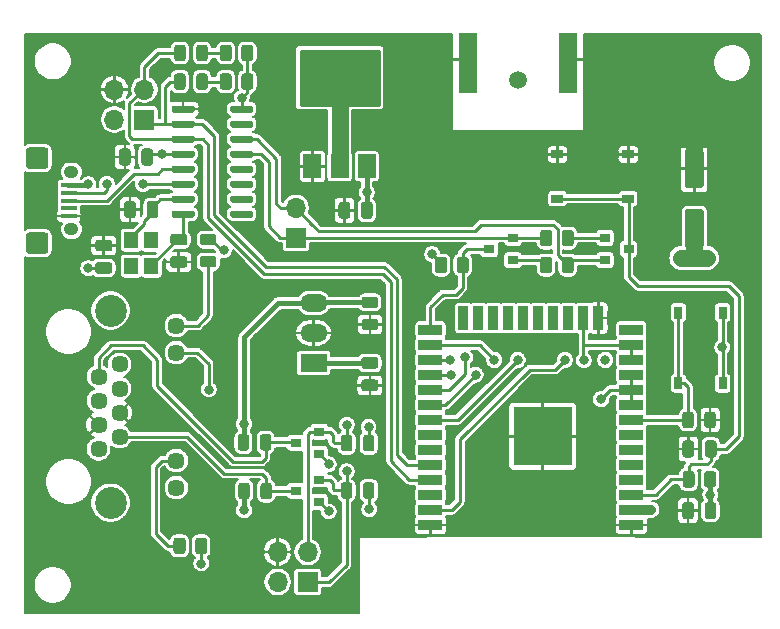
<source format=gtl>
G04 #@! TF.GenerationSoftware,KiCad,Pcbnew,(5.1.9-0-10_14)*
G04 #@! TF.CreationDate,2021-11-18T15:02:34+01:00*
G04 #@! TF.ProjectId,ithowifi_4l,6974686f-7769-4666-995f-346c2e6b6963,rev?*
G04 #@! TF.SameCoordinates,Original*
G04 #@! TF.FileFunction,Copper,L1,Top*
G04 #@! TF.FilePolarity,Positive*
%FSLAX46Y46*%
G04 Gerber Fmt 4.6, Leading zero omitted, Abs format (unit mm)*
G04 Created by KiCad (PCBNEW (5.1.9-0-10_14)) date 2021-11-18 15:02:34*
%MOMM*%
%LPD*%
G01*
G04 APERTURE LIST*
G04 #@! TA.AperFunction,SMDPad,CuDef*
%ADD10R,1.000000X0.750000*%
G04 #@! TD*
G04 #@! TA.AperFunction,ComponentPad*
%ADD11O,1.700000X1.700000*%
G04 #@! TD*
G04 #@! TA.AperFunction,ComponentPad*
%ADD12R,1.700000X1.700000*%
G04 #@! TD*
G04 #@! TA.AperFunction,SMDPad,CuDef*
%ADD13R,1.200000X1.400000*%
G04 #@! TD*
G04 #@! TA.AperFunction,ComponentPad*
%ADD14C,1.500000*%
G04 #@! TD*
G04 #@! TA.AperFunction,SMDPad,CuDef*
%ADD15R,0.750000X1.000000*%
G04 #@! TD*
G04 #@! TA.AperFunction,ComponentPad*
%ADD16O,1.250000X1.050000*%
G04 #@! TD*
G04 #@! TA.AperFunction,SMDPad,CuDef*
%ADD17R,1.350000X0.400000*%
G04 #@! TD*
G04 #@! TA.AperFunction,SMDPad,CuDef*
%ADD18R,1.500000X2.000000*%
G04 #@! TD*
G04 #@! TA.AperFunction,SMDPad,CuDef*
%ADD19R,3.800000X2.000000*%
G04 #@! TD*
G04 #@! TA.AperFunction,ComponentPad*
%ADD20O,2.300000X1.500000*%
G04 #@! TD*
G04 #@! TA.AperFunction,ComponentPad*
%ADD21R,2.300000X1.500000*%
G04 #@! TD*
G04 #@! TA.AperFunction,SMDPad,CuDef*
%ADD22R,0.900000X0.800000*%
G04 #@! TD*
G04 #@! TA.AperFunction,ComponentPad*
%ADD23C,1.446000*%
G04 #@! TD*
G04 #@! TA.AperFunction,ComponentPad*
%ADD24C,2.700000*%
G04 #@! TD*
G04 #@! TA.AperFunction,SMDPad,CuDef*
%ADD25R,2.000000X0.900000*%
G04 #@! TD*
G04 #@! TA.AperFunction,SMDPad,CuDef*
%ADD26R,0.900000X2.000000*%
G04 #@! TD*
G04 #@! TA.AperFunction,SMDPad,CuDef*
%ADD27R,5.000000X5.000000*%
G04 #@! TD*
G04 #@! TA.AperFunction,SMDPad,CuDef*
%ADD28R,1.500000X5.080000*%
G04 #@! TD*
G04 #@! TA.AperFunction,ViaPad*
%ADD29C,0.800000*%
G04 #@! TD*
G04 #@! TA.AperFunction,Conductor*
%ADD30C,1.473200*%
G04 #@! TD*
G04 #@! TA.AperFunction,Conductor*
%ADD31C,0.250000*%
G04 #@! TD*
G04 #@! TA.AperFunction,Conductor*
%ADD32C,0.406400*%
G04 #@! TD*
G04 #@! TA.AperFunction,Conductor*
%ADD33C,0.254000*%
G04 #@! TD*
G04 #@! TA.AperFunction,Conductor*
%ADD34C,0.812800*%
G04 #@! TD*
G04 #@! TA.AperFunction,Conductor*
%ADD35C,0.293370*%
G04 #@! TD*
G04 #@! TA.AperFunction,Conductor*
%ADD36C,0.203200*%
G04 #@! TD*
G04 #@! TA.AperFunction,Conductor*
%ADD37C,0.100000*%
G04 #@! TD*
G04 APERTURE END LIST*
D10*
X98219000Y-117251000D03*
X104219000Y-117251000D03*
X104219000Y-121001000D03*
X98219000Y-121001000D03*
D11*
X76073000Y-121793000D03*
D12*
X76073000Y-124333000D03*
D13*
X63842000Y-124503000D03*
X63842000Y-126703000D03*
X62142000Y-126703000D03*
X62142000Y-124503000D03*
G04 #@! TA.AperFunction,SMDPad,CuDef*
G36*
G01*
X70513400Y-113564600D02*
X70513400Y-113264600D01*
G75*
G02*
X70663400Y-113114600I150000J0D01*
G01*
X72313400Y-113114600D01*
G75*
G02*
X72463400Y-113264600I0J-150000D01*
G01*
X72463400Y-113564600D01*
G75*
G02*
X72313400Y-113714600I-150000J0D01*
G01*
X70663400Y-113714600D01*
G75*
G02*
X70513400Y-113564600I0J150000D01*
G01*
G37*
G04 #@! TD.AperFunction*
G04 #@! TA.AperFunction,SMDPad,CuDef*
G36*
G01*
X70513400Y-114834600D02*
X70513400Y-114534600D01*
G75*
G02*
X70663400Y-114384600I150000J0D01*
G01*
X72313400Y-114384600D01*
G75*
G02*
X72463400Y-114534600I0J-150000D01*
G01*
X72463400Y-114834600D01*
G75*
G02*
X72313400Y-114984600I-150000J0D01*
G01*
X70663400Y-114984600D01*
G75*
G02*
X70513400Y-114834600I0J150000D01*
G01*
G37*
G04 #@! TD.AperFunction*
G04 #@! TA.AperFunction,SMDPad,CuDef*
G36*
G01*
X70513400Y-116104600D02*
X70513400Y-115804600D01*
G75*
G02*
X70663400Y-115654600I150000J0D01*
G01*
X72313400Y-115654600D01*
G75*
G02*
X72463400Y-115804600I0J-150000D01*
G01*
X72463400Y-116104600D01*
G75*
G02*
X72313400Y-116254600I-150000J0D01*
G01*
X70663400Y-116254600D01*
G75*
G02*
X70513400Y-116104600I0J150000D01*
G01*
G37*
G04 #@! TD.AperFunction*
G04 #@! TA.AperFunction,SMDPad,CuDef*
G36*
G01*
X70513400Y-117374600D02*
X70513400Y-117074600D01*
G75*
G02*
X70663400Y-116924600I150000J0D01*
G01*
X72313400Y-116924600D01*
G75*
G02*
X72463400Y-117074600I0J-150000D01*
G01*
X72463400Y-117374600D01*
G75*
G02*
X72313400Y-117524600I-150000J0D01*
G01*
X70663400Y-117524600D01*
G75*
G02*
X70513400Y-117374600I0J150000D01*
G01*
G37*
G04 #@! TD.AperFunction*
G04 #@! TA.AperFunction,SMDPad,CuDef*
G36*
G01*
X70513400Y-118644600D02*
X70513400Y-118344600D01*
G75*
G02*
X70663400Y-118194600I150000J0D01*
G01*
X72313400Y-118194600D01*
G75*
G02*
X72463400Y-118344600I0J-150000D01*
G01*
X72463400Y-118644600D01*
G75*
G02*
X72313400Y-118794600I-150000J0D01*
G01*
X70663400Y-118794600D01*
G75*
G02*
X70513400Y-118644600I0J150000D01*
G01*
G37*
G04 #@! TD.AperFunction*
G04 #@! TA.AperFunction,SMDPad,CuDef*
G36*
G01*
X70513400Y-119914600D02*
X70513400Y-119614600D01*
G75*
G02*
X70663400Y-119464600I150000J0D01*
G01*
X72313400Y-119464600D01*
G75*
G02*
X72463400Y-119614600I0J-150000D01*
G01*
X72463400Y-119914600D01*
G75*
G02*
X72313400Y-120064600I-150000J0D01*
G01*
X70663400Y-120064600D01*
G75*
G02*
X70513400Y-119914600I0J150000D01*
G01*
G37*
G04 #@! TD.AperFunction*
G04 #@! TA.AperFunction,SMDPad,CuDef*
G36*
G01*
X70513400Y-121184600D02*
X70513400Y-120884600D01*
G75*
G02*
X70663400Y-120734600I150000J0D01*
G01*
X72313400Y-120734600D01*
G75*
G02*
X72463400Y-120884600I0J-150000D01*
G01*
X72463400Y-121184600D01*
G75*
G02*
X72313400Y-121334600I-150000J0D01*
G01*
X70663400Y-121334600D01*
G75*
G02*
X70513400Y-121184600I0J150000D01*
G01*
G37*
G04 #@! TD.AperFunction*
G04 #@! TA.AperFunction,SMDPad,CuDef*
G36*
G01*
X70513400Y-122454600D02*
X70513400Y-122154600D01*
G75*
G02*
X70663400Y-122004600I150000J0D01*
G01*
X72313400Y-122004600D01*
G75*
G02*
X72463400Y-122154600I0J-150000D01*
G01*
X72463400Y-122454600D01*
G75*
G02*
X72313400Y-122604600I-150000J0D01*
G01*
X70663400Y-122604600D01*
G75*
G02*
X70513400Y-122454600I0J150000D01*
G01*
G37*
G04 #@! TD.AperFunction*
G04 #@! TA.AperFunction,SMDPad,CuDef*
G36*
G01*
X65563400Y-122454600D02*
X65563400Y-122154600D01*
G75*
G02*
X65713400Y-122004600I150000J0D01*
G01*
X67363400Y-122004600D01*
G75*
G02*
X67513400Y-122154600I0J-150000D01*
G01*
X67513400Y-122454600D01*
G75*
G02*
X67363400Y-122604600I-150000J0D01*
G01*
X65713400Y-122604600D01*
G75*
G02*
X65563400Y-122454600I0J150000D01*
G01*
G37*
G04 #@! TD.AperFunction*
G04 #@! TA.AperFunction,SMDPad,CuDef*
G36*
G01*
X65563400Y-121184600D02*
X65563400Y-120884600D01*
G75*
G02*
X65713400Y-120734600I150000J0D01*
G01*
X67363400Y-120734600D01*
G75*
G02*
X67513400Y-120884600I0J-150000D01*
G01*
X67513400Y-121184600D01*
G75*
G02*
X67363400Y-121334600I-150000J0D01*
G01*
X65713400Y-121334600D01*
G75*
G02*
X65563400Y-121184600I0J150000D01*
G01*
G37*
G04 #@! TD.AperFunction*
G04 #@! TA.AperFunction,SMDPad,CuDef*
G36*
G01*
X65563400Y-119914600D02*
X65563400Y-119614600D01*
G75*
G02*
X65713400Y-119464600I150000J0D01*
G01*
X67363400Y-119464600D01*
G75*
G02*
X67513400Y-119614600I0J-150000D01*
G01*
X67513400Y-119914600D01*
G75*
G02*
X67363400Y-120064600I-150000J0D01*
G01*
X65713400Y-120064600D01*
G75*
G02*
X65563400Y-119914600I0J150000D01*
G01*
G37*
G04 #@! TD.AperFunction*
G04 #@! TA.AperFunction,SMDPad,CuDef*
G36*
G01*
X65563400Y-118644600D02*
X65563400Y-118344600D01*
G75*
G02*
X65713400Y-118194600I150000J0D01*
G01*
X67363400Y-118194600D01*
G75*
G02*
X67513400Y-118344600I0J-150000D01*
G01*
X67513400Y-118644600D01*
G75*
G02*
X67363400Y-118794600I-150000J0D01*
G01*
X65713400Y-118794600D01*
G75*
G02*
X65563400Y-118644600I0J150000D01*
G01*
G37*
G04 #@! TD.AperFunction*
G04 #@! TA.AperFunction,SMDPad,CuDef*
G36*
G01*
X65563400Y-117374600D02*
X65563400Y-117074600D01*
G75*
G02*
X65713400Y-116924600I150000J0D01*
G01*
X67363400Y-116924600D01*
G75*
G02*
X67513400Y-117074600I0J-150000D01*
G01*
X67513400Y-117374600D01*
G75*
G02*
X67363400Y-117524600I-150000J0D01*
G01*
X65713400Y-117524600D01*
G75*
G02*
X65563400Y-117374600I0J150000D01*
G01*
G37*
G04 #@! TD.AperFunction*
G04 #@! TA.AperFunction,SMDPad,CuDef*
G36*
G01*
X65563400Y-116104600D02*
X65563400Y-115804600D01*
G75*
G02*
X65713400Y-115654600I150000J0D01*
G01*
X67363400Y-115654600D01*
G75*
G02*
X67513400Y-115804600I0J-150000D01*
G01*
X67513400Y-116104600D01*
G75*
G02*
X67363400Y-116254600I-150000J0D01*
G01*
X65713400Y-116254600D01*
G75*
G02*
X65563400Y-116104600I0J150000D01*
G01*
G37*
G04 #@! TD.AperFunction*
G04 #@! TA.AperFunction,SMDPad,CuDef*
G36*
G01*
X65563400Y-114834600D02*
X65563400Y-114534600D01*
G75*
G02*
X65713400Y-114384600I150000J0D01*
G01*
X67363400Y-114384600D01*
G75*
G02*
X67513400Y-114534600I0J-150000D01*
G01*
X67513400Y-114834600D01*
G75*
G02*
X67363400Y-114984600I-150000J0D01*
G01*
X65713400Y-114984600D01*
G75*
G02*
X65563400Y-114834600I0J150000D01*
G01*
G37*
G04 #@! TD.AperFunction*
G04 #@! TA.AperFunction,SMDPad,CuDef*
G36*
G01*
X65563400Y-113564600D02*
X65563400Y-113264600D01*
G75*
G02*
X65713400Y-113114600I150000J0D01*
G01*
X67363400Y-113114600D01*
G75*
G02*
X67513400Y-113264600I0J-150000D01*
G01*
X67513400Y-113564600D01*
G75*
G02*
X67363400Y-113714600I-150000J0D01*
G01*
X65713400Y-113714600D01*
G75*
G02*
X65563400Y-113564600I0J150000D01*
G01*
G37*
G04 #@! TD.AperFunction*
D14*
X94881700Y-110909100D03*
G04 #@! TA.AperFunction,SMDPad,CuDef*
G36*
G01*
X65692000Y-125860000D02*
X66642000Y-125860000D01*
G75*
G02*
X66892000Y-126110000I0J-250000D01*
G01*
X66892000Y-126610000D01*
G75*
G02*
X66642000Y-126860000I-250000J0D01*
G01*
X65692000Y-126860000D01*
G75*
G02*
X65442000Y-126610000I0J250000D01*
G01*
X65442000Y-126110000D01*
G75*
G02*
X65692000Y-125860000I250000J0D01*
G01*
G37*
G04 #@! TD.AperFunction*
G04 #@! TA.AperFunction,SMDPad,CuDef*
G36*
G01*
X65692000Y-123960000D02*
X66642000Y-123960000D01*
G75*
G02*
X66892000Y-124210000I0J-250000D01*
G01*
X66892000Y-124710000D01*
G75*
G02*
X66642000Y-124960000I-250000J0D01*
G01*
X65692000Y-124960000D01*
G75*
G02*
X65442000Y-124710000I0J250000D01*
G01*
X65442000Y-124210000D01*
G75*
G02*
X65692000Y-123960000I250000J0D01*
G01*
G37*
G04 #@! TD.AperFunction*
G04 #@! TA.AperFunction,SMDPad,CuDef*
G36*
G01*
X62542000Y-121445000D02*
X62542000Y-122395000D01*
G75*
G02*
X62292000Y-122645000I-250000J0D01*
G01*
X61792000Y-122645000D01*
G75*
G02*
X61542000Y-122395000I0J250000D01*
G01*
X61542000Y-121445000D01*
G75*
G02*
X61792000Y-121195000I250000J0D01*
G01*
X62292000Y-121195000D01*
G75*
G02*
X62542000Y-121445000I0J-250000D01*
G01*
G37*
G04 #@! TD.AperFunction*
G04 #@! TA.AperFunction,SMDPad,CuDef*
G36*
G01*
X64442000Y-121445000D02*
X64442000Y-122395000D01*
G75*
G02*
X64192000Y-122645000I-250000J0D01*
G01*
X63692000Y-122645000D01*
G75*
G02*
X63442000Y-122395000I0J250000D01*
G01*
X63442000Y-121445000D01*
G75*
G02*
X63692000Y-121195000I250000J0D01*
G01*
X64192000Y-121195000D01*
G75*
G02*
X64442000Y-121445000I0J-250000D01*
G01*
G37*
G04 #@! TD.AperFunction*
D15*
X108471000Y-136638000D03*
X108471000Y-130638000D03*
X112221000Y-130638000D03*
X112221000Y-136638000D03*
G04 #@! TA.AperFunction,ComponentPad*
G36*
G01*
X53501200Y-123858000D02*
X54855200Y-123858000D01*
G75*
G02*
X55128200Y-124131000I0J-273000D01*
G01*
X55128200Y-125405000D01*
G75*
G02*
X54855200Y-125678000I-273000J0D01*
G01*
X53501200Y-125678000D01*
G75*
G02*
X53228200Y-125405000I0J273000D01*
G01*
X53228200Y-124131000D01*
G75*
G02*
X53501200Y-123858000I273000J0D01*
G01*
G37*
G04 #@! TD.AperFunction*
D16*
X57078200Y-123593000D03*
X57078200Y-118743000D03*
G04 #@! TA.AperFunction,ComponentPad*
G36*
G01*
X53501200Y-116658000D02*
X54855200Y-116658000D01*
G75*
G02*
X55128200Y-116931000I0J-273000D01*
G01*
X55128200Y-118205000D01*
G75*
G02*
X54855200Y-118478000I-273000J0D01*
G01*
X53501200Y-118478000D01*
G75*
G02*
X53228200Y-118205000I0J273000D01*
G01*
X53228200Y-116931000D01*
G75*
G02*
X53501200Y-116658000I273000J0D01*
G01*
G37*
G04 #@! TD.AperFunction*
D17*
X56853200Y-122468000D03*
X56853200Y-121818000D03*
X56853200Y-121168000D03*
X56853200Y-120518000D03*
X56853200Y-119868000D03*
G04 #@! TA.AperFunction,SMDPad,CuDef*
G36*
G01*
X110701200Y-142664200D02*
X110701200Y-141714200D01*
G75*
G02*
X110951200Y-141464200I250000J0D01*
G01*
X111451200Y-141464200D01*
G75*
G02*
X111701200Y-141714200I0J-250000D01*
G01*
X111701200Y-142664200D01*
G75*
G02*
X111451200Y-142914200I-250000J0D01*
G01*
X110951200Y-142914200D01*
G75*
G02*
X110701200Y-142664200I0J250000D01*
G01*
G37*
G04 #@! TD.AperFunction*
G04 #@! TA.AperFunction,SMDPad,CuDef*
G36*
G01*
X108801200Y-142664200D02*
X108801200Y-141714200D01*
G75*
G02*
X109051200Y-141464200I250000J0D01*
G01*
X109551200Y-141464200D01*
G75*
G02*
X109801200Y-141714200I0J-250000D01*
G01*
X109801200Y-142664200D01*
G75*
G02*
X109551200Y-142914200I-250000J0D01*
G01*
X109051200Y-142914200D01*
G75*
G02*
X108801200Y-142664200I0J250000D01*
G01*
G37*
G04 #@! TD.AperFunction*
D11*
X60706000Y-111760000D03*
X63246000Y-111760000D03*
X60706000Y-114300000D03*
D12*
X63246000Y-114300000D03*
G04 #@! TA.AperFunction,SMDPad,CuDef*
G36*
G01*
X80687800Y-121508500D02*
X80687800Y-122458500D01*
G75*
G02*
X80437800Y-122708500I-250000J0D01*
G01*
X79937800Y-122708500D01*
G75*
G02*
X79687800Y-122458500I0J250000D01*
G01*
X79687800Y-121508500D01*
G75*
G02*
X79937800Y-121258500I250000J0D01*
G01*
X80437800Y-121258500D01*
G75*
G02*
X80687800Y-121508500I0J-250000D01*
G01*
G37*
G04 #@! TD.AperFunction*
G04 #@! TA.AperFunction,SMDPad,CuDef*
G36*
G01*
X82587800Y-121508500D02*
X82587800Y-122458500D01*
G75*
G02*
X82337800Y-122708500I-250000J0D01*
G01*
X81837800Y-122708500D01*
G75*
G02*
X81587800Y-122458500I0J250000D01*
G01*
X81587800Y-121508500D01*
G75*
G02*
X81837800Y-121258500I250000J0D01*
G01*
X82337800Y-121258500D01*
G75*
G02*
X82587800Y-121508500I0J-250000D01*
G01*
G37*
G04 #@! TD.AperFunction*
G04 #@! TA.AperFunction,SMDPad,CuDef*
G36*
G01*
X98577500Y-124783002D02*
X98577500Y-123882998D01*
G75*
G02*
X98827498Y-123633000I249998J0D01*
G01*
X99352502Y-123633000D01*
G75*
G02*
X99602500Y-123882998I0J-249998D01*
G01*
X99602500Y-124783002D01*
G75*
G02*
X99352502Y-125033000I-249998J0D01*
G01*
X98827498Y-125033000D01*
G75*
G02*
X98577500Y-124783002I0J249998D01*
G01*
G37*
G04 #@! TD.AperFunction*
G04 #@! TA.AperFunction,SMDPad,CuDef*
G36*
G01*
X96752500Y-124783002D02*
X96752500Y-123882998D01*
G75*
G02*
X97002498Y-123633000I249998J0D01*
G01*
X97527502Y-123633000D01*
G75*
G02*
X97777500Y-123882998I0J-249998D01*
G01*
X97777500Y-124783002D01*
G75*
G02*
X97527502Y-125033000I-249998J0D01*
G01*
X97002498Y-125033000D01*
G75*
G02*
X96752500Y-124783002I0J249998D01*
G01*
G37*
G04 #@! TD.AperFunction*
G04 #@! TA.AperFunction,SMDPad,CuDef*
G36*
G01*
X70649500Y-108215998D02*
X70649500Y-109116002D01*
G75*
G02*
X70399502Y-109366000I-249998J0D01*
G01*
X69874498Y-109366000D01*
G75*
G02*
X69624500Y-109116002I0J249998D01*
G01*
X69624500Y-108215998D01*
G75*
G02*
X69874498Y-107966000I249998J0D01*
G01*
X70399502Y-107966000D01*
G75*
G02*
X70649500Y-108215998I0J-249998D01*
G01*
G37*
G04 #@! TD.AperFunction*
G04 #@! TA.AperFunction,SMDPad,CuDef*
G36*
G01*
X72474500Y-108215998D02*
X72474500Y-109116002D01*
G75*
G02*
X72224502Y-109366000I-249998J0D01*
G01*
X71699498Y-109366000D01*
G75*
G02*
X71449500Y-109116002I0J249998D01*
G01*
X71449500Y-108215998D01*
G75*
G02*
X71699498Y-107966000I249998J0D01*
G01*
X72224502Y-107966000D01*
G75*
G02*
X72474500Y-108215998I0J-249998D01*
G01*
G37*
G04 #@! TD.AperFunction*
G04 #@! TA.AperFunction,SMDPad,CuDef*
G36*
G01*
X70649500Y-110641998D02*
X70649500Y-111542002D01*
G75*
G02*
X70399502Y-111792000I-249998J0D01*
G01*
X69874498Y-111792000D01*
G75*
G02*
X69624500Y-111542002I0J249998D01*
G01*
X69624500Y-110641998D01*
G75*
G02*
X69874498Y-110392000I249998J0D01*
G01*
X70399502Y-110392000D01*
G75*
G02*
X70649500Y-110641998I0J-249998D01*
G01*
G37*
G04 #@! TD.AperFunction*
G04 #@! TA.AperFunction,SMDPad,CuDef*
G36*
G01*
X72474500Y-110641998D02*
X72474500Y-111542002D01*
G75*
G02*
X72224502Y-111792000I-249998J0D01*
G01*
X71699498Y-111792000D01*
G75*
G02*
X71449500Y-111542002I0J249998D01*
G01*
X71449500Y-110641998D01*
G75*
G02*
X71699498Y-110392000I249998J0D01*
G01*
X72224502Y-110392000D01*
G75*
G02*
X72474500Y-110641998I0J-249998D01*
G01*
G37*
G04 #@! TD.AperFunction*
G04 #@! TA.AperFunction,SMDPad,CuDef*
G36*
G01*
X66742500Y-149951998D02*
X66742500Y-150852002D01*
G75*
G02*
X66492502Y-151102000I-249998J0D01*
G01*
X65967498Y-151102000D01*
G75*
G02*
X65717500Y-150852002I0J249998D01*
G01*
X65717500Y-149951998D01*
G75*
G02*
X65967498Y-149702000I249998J0D01*
G01*
X66492502Y-149702000D01*
G75*
G02*
X66742500Y-149951998I0J-249998D01*
G01*
G37*
G04 #@! TD.AperFunction*
G04 #@! TA.AperFunction,SMDPad,CuDef*
G36*
G01*
X68567500Y-149951998D02*
X68567500Y-150852002D01*
G75*
G02*
X68317502Y-151102000I-249998J0D01*
G01*
X67792498Y-151102000D01*
G75*
G02*
X67542500Y-150852002I0J249998D01*
G01*
X67542500Y-149951998D01*
G75*
G02*
X67792498Y-149702000I249998J0D01*
G01*
X68317502Y-149702000D01*
G75*
G02*
X68567500Y-149951998I0J-249998D01*
G01*
G37*
G04 #@! TD.AperFunction*
G04 #@! TA.AperFunction,SMDPad,CuDef*
G36*
G01*
X62100000Y-117000000D02*
X62100000Y-117950000D01*
G75*
G02*
X61850000Y-118200000I-250000J0D01*
G01*
X61350000Y-118200000D01*
G75*
G02*
X61100000Y-117950000I0J250000D01*
G01*
X61100000Y-117000000D01*
G75*
G02*
X61350000Y-116750000I250000J0D01*
G01*
X61850000Y-116750000D01*
G75*
G02*
X62100000Y-117000000I0J-250000D01*
G01*
G37*
G04 #@! TD.AperFunction*
G04 #@! TA.AperFunction,SMDPad,CuDef*
G36*
G01*
X64000000Y-117000000D02*
X64000000Y-117950000D01*
G75*
G02*
X63750000Y-118200000I-250000J0D01*
G01*
X63250000Y-118200000D01*
G75*
G02*
X63000000Y-117950000I0J250000D01*
G01*
X63000000Y-117000000D01*
G75*
G02*
X63250000Y-116750000I250000J0D01*
G01*
X63750000Y-116750000D01*
G75*
G02*
X64000000Y-117000000I0J-250000D01*
G01*
G37*
G04 #@! TD.AperFunction*
G04 #@! TA.AperFunction,SMDPad,CuDef*
G36*
G01*
X60292000Y-125468000D02*
X59342000Y-125468000D01*
G75*
G02*
X59092000Y-125218000I0J250000D01*
G01*
X59092000Y-124718000D01*
G75*
G02*
X59342000Y-124468000I250000J0D01*
G01*
X60292000Y-124468000D01*
G75*
G02*
X60542000Y-124718000I0J-250000D01*
G01*
X60542000Y-125218000D01*
G75*
G02*
X60292000Y-125468000I-250000J0D01*
G01*
G37*
G04 #@! TD.AperFunction*
G04 #@! TA.AperFunction,SMDPad,CuDef*
G36*
G01*
X60292000Y-127368000D02*
X59342000Y-127368000D01*
G75*
G02*
X59092000Y-127118000I0J250000D01*
G01*
X59092000Y-126618000D01*
G75*
G02*
X59342000Y-126368000I250000J0D01*
G01*
X60292000Y-126368000D01*
G75*
G02*
X60542000Y-126618000I0J-250000D01*
G01*
X60542000Y-127118000D01*
G75*
G02*
X60292000Y-127368000I-250000J0D01*
G01*
G37*
G04 #@! TD.AperFunction*
D18*
X77477300Y-118267500D03*
X82077300Y-118267500D03*
X79777300Y-118267500D03*
D19*
X79777300Y-111967500D03*
D20*
X77580000Y-129828000D03*
X77580000Y-132368000D03*
D21*
X77580000Y-134908000D03*
G04 #@! TA.AperFunction,SMDPad,CuDef*
G36*
G01*
X88887500Y-126168998D02*
X88887500Y-127069002D01*
G75*
G02*
X88637502Y-127319000I-249998J0D01*
G01*
X88112498Y-127319000D01*
G75*
G02*
X87862500Y-127069002I0J249998D01*
G01*
X87862500Y-126168998D01*
G75*
G02*
X88112498Y-125919000I249998J0D01*
G01*
X88637502Y-125919000D01*
G75*
G02*
X88887500Y-126168998I0J-249998D01*
G01*
G37*
G04 #@! TD.AperFunction*
G04 #@! TA.AperFunction,SMDPad,CuDef*
G36*
G01*
X90712500Y-126168998D02*
X90712500Y-127069002D01*
G75*
G02*
X90462502Y-127319000I-249998J0D01*
G01*
X89937498Y-127319000D01*
G75*
G02*
X89687500Y-127069002I0J249998D01*
G01*
X89687500Y-126168998D01*
G75*
G02*
X89937498Y-125919000I249998J0D01*
G01*
X90462502Y-125919000D01*
G75*
G02*
X90712500Y-126168998I0J-249998D01*
G01*
G37*
G04 #@! TD.AperFunction*
G04 #@! TA.AperFunction,SMDPad,CuDef*
G36*
G01*
X110642500Y-145204602D02*
X110642500Y-144304598D01*
G75*
G02*
X110892498Y-144054600I249998J0D01*
G01*
X111417502Y-144054600D01*
G75*
G02*
X111667500Y-144304598I0J-249998D01*
G01*
X111667500Y-145204602D01*
G75*
G02*
X111417502Y-145454600I-249998J0D01*
G01*
X110892498Y-145454600D01*
G75*
G02*
X110642500Y-145204602I0J249998D01*
G01*
G37*
G04 #@! TD.AperFunction*
G04 #@! TA.AperFunction,SMDPad,CuDef*
G36*
G01*
X108817500Y-145204602D02*
X108817500Y-144304598D01*
G75*
G02*
X109067498Y-144054600I249998J0D01*
G01*
X109592502Y-144054600D01*
G75*
G02*
X109842500Y-144304598I0J-249998D01*
G01*
X109842500Y-145204602D01*
G75*
G02*
X109592502Y-145454600I-249998J0D01*
G01*
X109067498Y-145454600D01*
G75*
G02*
X108817500Y-145204602I0J249998D01*
G01*
G37*
G04 #@! TD.AperFunction*
G04 #@! TA.AperFunction,SMDPad,CuDef*
G36*
G01*
X97777500Y-126168998D02*
X97777500Y-127069002D01*
G75*
G02*
X97527502Y-127319000I-249998J0D01*
G01*
X97002498Y-127319000D01*
G75*
G02*
X96752500Y-127069002I0J249998D01*
G01*
X96752500Y-126168998D01*
G75*
G02*
X97002498Y-125919000I249998J0D01*
G01*
X97527502Y-125919000D01*
G75*
G02*
X97777500Y-126168998I0J-249998D01*
G01*
G37*
G04 #@! TD.AperFunction*
G04 #@! TA.AperFunction,SMDPad,CuDef*
G36*
G01*
X99602500Y-126168998D02*
X99602500Y-127069002D01*
G75*
G02*
X99352502Y-127319000I-249998J0D01*
G01*
X98827498Y-127319000D01*
G75*
G02*
X98577500Y-127069002I0J249998D01*
G01*
X98577500Y-126168998D01*
G75*
G02*
X98827498Y-125919000I249998J0D01*
G01*
X99352502Y-125919000D01*
G75*
G02*
X99602500Y-126168998I0J-249998D01*
G01*
G37*
G04 #@! TD.AperFunction*
D22*
X92455000Y-125256000D03*
X94455000Y-124306000D03*
X94455000Y-126206000D03*
X104250000Y-125256000D03*
X102250000Y-126206000D03*
X102250000Y-124306000D03*
D23*
X59372500Y-142176500D03*
X61152500Y-141156500D03*
X59372500Y-140136500D03*
X61152500Y-139116500D03*
X59372500Y-138096500D03*
X61152500Y-137076500D03*
X59372500Y-136056500D03*
X61152500Y-135036500D03*
X65962500Y-145466500D03*
X65962500Y-143176500D03*
X65962500Y-134036500D03*
X65962500Y-131746500D03*
D24*
X60392500Y-130476500D03*
X60392500Y-146736500D03*
G04 #@! TA.AperFunction,SMDPad,CuDef*
G36*
G01*
X109782000Y-146937500D02*
X109782000Y-147887500D01*
G75*
G02*
X109532000Y-148137500I-250000J0D01*
G01*
X109032000Y-148137500D01*
G75*
G02*
X108782000Y-147887500I0J250000D01*
G01*
X108782000Y-146937500D01*
G75*
G02*
X109032000Y-146687500I250000J0D01*
G01*
X109532000Y-146687500D01*
G75*
G02*
X109782000Y-146937500I0J-250000D01*
G01*
G37*
G04 #@! TD.AperFunction*
G04 #@! TA.AperFunction,SMDPad,CuDef*
G36*
G01*
X111682000Y-146937500D02*
X111682000Y-147887500D01*
G75*
G02*
X111432000Y-148137500I-250000J0D01*
G01*
X110932000Y-148137500D01*
G75*
G02*
X110682000Y-147887500I0J250000D01*
G01*
X110682000Y-146937500D01*
G75*
G02*
X110932000Y-146687500I250000J0D01*
G01*
X111432000Y-146687500D01*
G75*
G02*
X111682000Y-146937500I0J-250000D01*
G01*
G37*
G04 #@! TD.AperFunction*
G04 #@! TA.AperFunction,SMDPad,CuDef*
G36*
G01*
X81867500Y-136308000D02*
X82817500Y-136308000D01*
G75*
G02*
X83067500Y-136558000I0J-250000D01*
G01*
X83067500Y-137058000D01*
G75*
G02*
X82817500Y-137308000I-250000J0D01*
G01*
X81867500Y-137308000D01*
G75*
G02*
X81617500Y-137058000I0J250000D01*
G01*
X81617500Y-136558000D01*
G75*
G02*
X81867500Y-136308000I250000J0D01*
G01*
G37*
G04 #@! TD.AperFunction*
G04 #@! TA.AperFunction,SMDPad,CuDef*
G36*
G01*
X81867500Y-134408000D02*
X82817500Y-134408000D01*
G75*
G02*
X83067500Y-134658000I0J-250000D01*
G01*
X83067500Y-135158000D01*
G75*
G02*
X82817500Y-135408000I-250000J0D01*
G01*
X81867500Y-135408000D01*
G75*
G02*
X81617500Y-135158000I0J250000D01*
G01*
X81617500Y-134658000D01*
G75*
G02*
X81867500Y-134408000I250000J0D01*
G01*
G37*
G04 #@! TD.AperFunction*
G04 #@! TA.AperFunction,SMDPad,CuDef*
G36*
G01*
X110357000Y-120114000D02*
X109257000Y-120114000D01*
G75*
G02*
X109007000Y-119864000I0J250000D01*
G01*
X109007000Y-117039000D01*
G75*
G02*
X109257000Y-116789000I250000J0D01*
G01*
X110357000Y-116789000D01*
G75*
G02*
X110607000Y-117039000I0J-250000D01*
G01*
X110607000Y-119864000D01*
G75*
G02*
X110357000Y-120114000I-250000J0D01*
G01*
G37*
G04 #@! TD.AperFunction*
G04 #@! TA.AperFunction,SMDPad,CuDef*
G36*
G01*
X110357000Y-125189000D02*
X109257000Y-125189000D01*
G75*
G02*
X109007000Y-124939000I0J250000D01*
G01*
X109007000Y-122114000D01*
G75*
G02*
X109257000Y-121864000I250000J0D01*
G01*
X110357000Y-121864000D01*
G75*
G02*
X110607000Y-122114000I0J-250000D01*
G01*
X110607000Y-124939000D01*
G75*
G02*
X110357000Y-125189000I-250000J0D01*
G01*
G37*
G04 #@! TD.AperFunction*
D11*
X74532000Y-150910000D03*
X77072000Y-150910000D03*
X74532000Y-153450000D03*
D12*
X77072000Y-153450000D03*
D25*
X87477600Y-148615400D03*
X87477600Y-147345400D03*
X87477600Y-146075400D03*
X87477600Y-144805400D03*
X87477600Y-143535400D03*
X87477600Y-142265400D03*
X87477600Y-140995400D03*
X87477600Y-139725400D03*
X87477600Y-138455400D03*
X87477600Y-137185400D03*
X87477600Y-135915400D03*
X87477600Y-134645400D03*
X87477600Y-133375400D03*
X87477600Y-132105400D03*
D26*
X90262600Y-131105400D03*
X91532600Y-131105400D03*
X92802600Y-131105400D03*
X94072600Y-131105400D03*
X95342600Y-131105400D03*
X96612600Y-131105400D03*
X97882600Y-131105400D03*
X99152600Y-131105400D03*
X100422600Y-131105400D03*
X101692600Y-131105400D03*
D25*
X104477600Y-132105400D03*
X104477600Y-133375400D03*
X104477600Y-134645400D03*
X104477600Y-135915400D03*
X104477600Y-137185400D03*
X104477600Y-138455400D03*
X104477600Y-139725400D03*
X104477600Y-140995400D03*
X104477600Y-142265400D03*
X104477600Y-143535400D03*
X104477600Y-144805400D03*
X104477600Y-146075400D03*
X104477600Y-147345400D03*
X104477600Y-148615400D03*
D27*
X96977600Y-141115400D03*
G04 #@! TA.AperFunction,SMDPad,CuDef*
G36*
G01*
X109769000Y-139277750D02*
X109769000Y-140190250D01*
G75*
G02*
X109525250Y-140434000I-243750J0D01*
G01*
X109037750Y-140434000D01*
G75*
G02*
X108794000Y-140190250I0J243750D01*
G01*
X108794000Y-139277750D01*
G75*
G02*
X109037750Y-139034000I243750J0D01*
G01*
X109525250Y-139034000D01*
G75*
G02*
X109769000Y-139277750I0J-243750D01*
G01*
G37*
G04 #@! TD.AperFunction*
G04 #@! TA.AperFunction,SMDPad,CuDef*
G36*
G01*
X111644000Y-139277750D02*
X111644000Y-140190250D01*
G75*
G02*
X111400250Y-140434000I-243750J0D01*
G01*
X110912750Y-140434000D01*
G75*
G02*
X110669000Y-140190250I0J243750D01*
G01*
X110669000Y-139277750D01*
G75*
G02*
X110912750Y-139034000I243750J0D01*
G01*
X111400250Y-139034000D01*
G75*
G02*
X111644000Y-139277750I0J-243750D01*
G01*
G37*
G04 #@! TD.AperFunction*
G04 #@! TA.AperFunction,SMDPad,CuDef*
G36*
G01*
X67649500Y-111548250D02*
X67649500Y-110635750D01*
G75*
G02*
X67893250Y-110392000I243750J0D01*
G01*
X68380750Y-110392000D01*
G75*
G02*
X68624500Y-110635750I0J-243750D01*
G01*
X68624500Y-111548250D01*
G75*
G02*
X68380750Y-111792000I-243750J0D01*
G01*
X67893250Y-111792000D01*
G75*
G02*
X67649500Y-111548250I0J243750D01*
G01*
G37*
G04 #@! TD.AperFunction*
G04 #@! TA.AperFunction,SMDPad,CuDef*
G36*
G01*
X65774500Y-111548250D02*
X65774500Y-110635750D01*
G75*
G02*
X66018250Y-110392000I243750J0D01*
G01*
X66505750Y-110392000D01*
G75*
G02*
X66749500Y-110635750I0J-243750D01*
G01*
X66749500Y-111548250D01*
G75*
G02*
X66505750Y-111792000I-243750J0D01*
G01*
X66018250Y-111792000D01*
G75*
G02*
X65774500Y-111548250I0J243750D01*
G01*
G37*
G04 #@! TD.AperFunction*
G04 #@! TA.AperFunction,SMDPad,CuDef*
G36*
G01*
X81886250Y-131167000D02*
X82798750Y-131167000D01*
G75*
G02*
X83042500Y-131410750I0J-243750D01*
G01*
X83042500Y-131898250D01*
G75*
G02*
X82798750Y-132142000I-243750J0D01*
G01*
X81886250Y-132142000D01*
G75*
G02*
X81642500Y-131898250I0J243750D01*
G01*
X81642500Y-131410750D01*
G75*
G02*
X81886250Y-131167000I243750J0D01*
G01*
G37*
G04 #@! TD.AperFunction*
G04 #@! TA.AperFunction,SMDPad,CuDef*
G36*
G01*
X81886250Y-129292000D02*
X82798750Y-129292000D01*
G75*
G02*
X83042500Y-129535750I0J-243750D01*
G01*
X83042500Y-130023250D01*
G75*
G02*
X82798750Y-130267000I-243750J0D01*
G01*
X81886250Y-130267000D01*
G75*
G02*
X81642500Y-130023250I0J243750D01*
G01*
X81642500Y-129535750D01*
G75*
G02*
X81886250Y-129292000I243750J0D01*
G01*
G37*
G04 #@! TD.AperFunction*
D28*
X90631400Y-109548400D03*
X99131400Y-109548400D03*
G04 #@! TA.AperFunction,SMDPad,CuDef*
G36*
G01*
X67649500Y-109122250D02*
X67649500Y-108209750D01*
G75*
G02*
X67893250Y-107966000I243750J0D01*
G01*
X68380750Y-107966000D01*
G75*
G02*
X68624500Y-108209750I0J-243750D01*
G01*
X68624500Y-109122250D01*
G75*
G02*
X68380750Y-109366000I-243750J0D01*
G01*
X67893250Y-109366000D01*
G75*
G02*
X67649500Y-109122250I0J243750D01*
G01*
G37*
G04 #@! TD.AperFunction*
G04 #@! TA.AperFunction,SMDPad,CuDef*
G36*
G01*
X65774500Y-109122250D02*
X65774500Y-108209750D01*
G75*
G02*
X66018250Y-107966000I243750J0D01*
G01*
X66505750Y-107966000D01*
G75*
G02*
X66749500Y-108209750I0J-243750D01*
G01*
X66749500Y-109122250D01*
G75*
G02*
X66505750Y-109366000I-243750J0D01*
G01*
X66018250Y-109366000D01*
G75*
G02*
X65774500Y-109122250I0J243750D01*
G01*
G37*
G04 #@! TD.AperFunction*
G04 #@! TA.AperFunction,SMDPad,CuDef*
G36*
G01*
X68199950Y-125847500D02*
X69112450Y-125847500D01*
G75*
G02*
X69356200Y-126091250I0J-243750D01*
G01*
X69356200Y-126578750D01*
G75*
G02*
X69112450Y-126822500I-243750J0D01*
G01*
X68199950Y-126822500D01*
G75*
G02*
X67956200Y-126578750I0J243750D01*
G01*
X67956200Y-126091250D01*
G75*
G02*
X68199950Y-125847500I243750J0D01*
G01*
G37*
G04 #@! TD.AperFunction*
G04 #@! TA.AperFunction,SMDPad,CuDef*
G36*
G01*
X68199950Y-123972500D02*
X69112450Y-123972500D01*
G75*
G02*
X69356200Y-124216250I0J-243750D01*
G01*
X69356200Y-124703750D01*
G75*
G02*
X69112450Y-124947500I-243750J0D01*
G01*
X68199950Y-124947500D01*
G75*
G02*
X67956200Y-124703750I0J243750D01*
G01*
X67956200Y-124216250D01*
G75*
G02*
X68199950Y-123972500I243750J0D01*
G01*
G37*
G04 #@! TD.AperFunction*
G04 #@! TA.AperFunction,SMDPad,CuDef*
G36*
G01*
X72128500Y-141170250D02*
X72128500Y-142082750D01*
G75*
G02*
X71884750Y-142326500I-243750J0D01*
G01*
X71397250Y-142326500D01*
G75*
G02*
X71153500Y-142082750I0J243750D01*
G01*
X71153500Y-141170250D01*
G75*
G02*
X71397250Y-140926500I243750J0D01*
G01*
X71884750Y-140926500D01*
G75*
G02*
X72128500Y-141170250I0J-243750D01*
G01*
G37*
G04 #@! TD.AperFunction*
G04 #@! TA.AperFunction,SMDPad,CuDef*
G36*
G01*
X74003500Y-141170250D02*
X74003500Y-142082750D01*
G75*
G02*
X73759750Y-142326500I-243750J0D01*
G01*
X73272250Y-142326500D01*
G75*
G02*
X73028500Y-142082750I0J243750D01*
G01*
X73028500Y-141170250D01*
G75*
G02*
X73272250Y-140926500I243750J0D01*
G01*
X73759750Y-140926500D01*
G75*
G02*
X74003500Y-141170250I0J-243750D01*
G01*
G37*
G04 #@! TD.AperFunction*
G04 #@! TA.AperFunction,SMDPad,CuDef*
G36*
G01*
X72181000Y-145298750D02*
X72181000Y-146211250D01*
G75*
G02*
X71937250Y-146455000I-243750J0D01*
G01*
X71449750Y-146455000D01*
G75*
G02*
X71206000Y-146211250I0J243750D01*
G01*
X71206000Y-145298750D01*
G75*
G02*
X71449750Y-145055000I243750J0D01*
G01*
X71937250Y-145055000D01*
G75*
G02*
X72181000Y-145298750I0J-243750D01*
G01*
G37*
G04 #@! TD.AperFunction*
G04 #@! TA.AperFunction,SMDPad,CuDef*
G36*
G01*
X74056000Y-145298750D02*
X74056000Y-146211250D01*
G75*
G02*
X73812250Y-146455000I-243750J0D01*
G01*
X73324750Y-146455000D01*
G75*
G02*
X73081000Y-146211250I0J243750D01*
G01*
X73081000Y-145298750D01*
G75*
G02*
X73324750Y-145055000I243750J0D01*
G01*
X73812250Y-145055000D01*
G75*
G02*
X74056000Y-145298750I0J-243750D01*
G01*
G37*
G04 #@! TD.AperFunction*
G04 #@! TA.AperFunction,SMDPad,CuDef*
G36*
G01*
X81761500Y-142158750D02*
X81761500Y-141246250D01*
G75*
G02*
X82005250Y-141002500I243750J0D01*
G01*
X82492750Y-141002500D01*
G75*
G02*
X82736500Y-141246250I0J-243750D01*
G01*
X82736500Y-142158750D01*
G75*
G02*
X82492750Y-142402500I-243750J0D01*
G01*
X82005250Y-142402500D01*
G75*
G02*
X81761500Y-142158750I0J243750D01*
G01*
G37*
G04 #@! TD.AperFunction*
G04 #@! TA.AperFunction,SMDPad,CuDef*
G36*
G01*
X79886500Y-142158750D02*
X79886500Y-141246250D01*
G75*
G02*
X80130250Y-141002500I243750J0D01*
G01*
X80617750Y-141002500D01*
G75*
G02*
X80861500Y-141246250I0J-243750D01*
G01*
X80861500Y-142158750D01*
G75*
G02*
X80617750Y-142402500I-243750J0D01*
G01*
X80130250Y-142402500D01*
G75*
G02*
X79886500Y-142158750I0J243750D01*
G01*
G37*
G04 #@! TD.AperFunction*
G04 #@! TA.AperFunction,SMDPad,CuDef*
G36*
G01*
X81761500Y-146159250D02*
X81761500Y-145246750D01*
G75*
G02*
X82005250Y-145003000I243750J0D01*
G01*
X82492750Y-145003000D01*
G75*
G02*
X82736500Y-145246750I0J-243750D01*
G01*
X82736500Y-146159250D01*
G75*
G02*
X82492750Y-146403000I-243750J0D01*
G01*
X82005250Y-146403000D01*
G75*
G02*
X81761500Y-146159250I0J243750D01*
G01*
G37*
G04 #@! TD.AperFunction*
G04 #@! TA.AperFunction,SMDPad,CuDef*
G36*
G01*
X79886500Y-146159250D02*
X79886500Y-145246750D01*
G75*
G02*
X80130250Y-145003000I243750J0D01*
G01*
X80617750Y-145003000D01*
G75*
G02*
X80861500Y-145246750I0J-243750D01*
G01*
X80861500Y-146159250D01*
G75*
G02*
X80617750Y-146403000I-243750J0D01*
G01*
X80130250Y-146403000D01*
G75*
G02*
X79886500Y-146159250I0J243750D01*
G01*
G37*
G04 #@! TD.AperFunction*
D22*
X76061000Y-141667100D03*
X78061000Y-140717100D03*
X78061000Y-142617100D03*
X76061000Y-145729600D03*
X78061000Y-144779600D03*
X78061000Y-146679600D03*
D29*
X95250000Y-139700000D03*
X98806000Y-139700000D03*
X97028000Y-139700000D03*
X98806000Y-142748000D03*
X97028000Y-142748000D03*
X95250000Y-142748000D03*
X95250000Y-141224000D03*
X98806000Y-141224000D03*
X97028000Y-141224000D03*
X89154000Y-148590000D03*
X106172000Y-148590000D03*
X109807000Y-115926500D03*
X110907000Y-115926500D03*
X108707000Y-115926500D03*
X88925000Y-115773000D03*
X90632000Y-115768000D03*
X92332000Y-115768000D03*
X94032000Y-115768000D03*
X95732000Y-115768000D03*
X97432000Y-115768000D03*
X100832000Y-115768000D03*
X99132000Y-115768000D03*
X88932000Y-114068000D03*
X88932000Y-110768000D03*
X88925000Y-112368000D03*
X88925000Y-109168000D03*
X88932000Y-107468000D03*
X100825000Y-112368000D03*
X100832000Y-110768000D03*
X100832000Y-114068000D03*
X100832000Y-107468000D03*
X100825000Y-109168000D03*
X108102400Y-147396200D03*
X77491300Y-120159000D03*
X82077300Y-120462500D03*
X71691500Y-147383500D03*
X71691504Y-140081000D03*
X58510873Y-119790990D03*
X58510873Y-126883727D03*
X106172000Y-147320000D03*
X109807000Y-126026500D03*
X110907000Y-126026500D03*
X108707000Y-126026500D03*
X78850000Y-147481000D03*
X78850000Y-143480506D03*
X77110300Y-111967500D03*
X77110300Y-110126000D03*
X78761300Y-110126000D03*
X80602800Y-110126000D03*
X82507800Y-110126000D03*
X82507800Y-111904000D03*
X112191800Y-133578600D03*
X102281500Y-134654000D03*
X87613000Y-125700498D03*
X82279000Y-147290500D03*
X68072000Y-151892000D03*
X82232500Y-140335000D03*
X111171500Y-146075400D03*
X64770000Y-117221000D03*
X71501000Y-112445800D03*
X69964300Y-125361700D03*
X98852500Y-134654000D03*
X94852000Y-134654000D03*
X91295998Y-135907002D03*
X90424000Y-134429500D03*
X92883500Y-134654000D03*
X100457000Y-134683500D03*
X80391000Y-140144500D03*
X80391000Y-144081500D03*
X101917500Y-137985500D03*
X89217502Y-135890000D03*
X63119000Y-119761000D03*
X60071000Y-119761000D03*
X68707000Y-137160000D03*
X89154000Y-134620000D03*
D30*
X109807000Y-118451500D02*
X109807000Y-115926500D01*
X110907000Y-115926500D02*
X108707000Y-115926500D01*
D31*
X90251000Y-109168000D02*
X90631400Y-109548400D01*
X88925000Y-109168000D02*
X90251000Y-109168000D01*
X99511800Y-109168000D02*
X99131400Y-109548400D01*
X100825000Y-109168000D02*
X99511800Y-109168000D01*
D32*
X77658500Y-129749500D02*
X77580000Y-129828000D01*
X82077300Y-120462500D02*
X82077300Y-122113500D01*
X82077300Y-118267500D02*
X82077300Y-120462500D01*
X77628500Y-129779500D02*
X77580000Y-129828000D01*
X82342500Y-129779500D02*
X77628500Y-129779500D01*
X71693500Y-145755000D02*
X71693500Y-147381500D01*
X71693500Y-147381500D02*
X71691500Y-147383500D01*
X71691504Y-141575996D02*
X71641000Y-141626500D01*
X71691504Y-140081000D02*
X71691504Y-141575996D01*
X71691504Y-140081000D02*
X71691504Y-132714996D01*
X74578500Y-129828000D02*
X77580000Y-129828000D01*
X71691504Y-132714996D02*
X74578500Y-129828000D01*
X56805000Y-119868000D02*
X58433863Y-119868000D01*
X58433863Y-119868000D02*
X58510873Y-119790990D01*
D33*
X59817000Y-126868000D02*
X58526600Y-126868000D01*
X58526600Y-126868000D02*
X58510873Y-126883727D01*
D34*
X106146600Y-147345400D02*
X106172000Y-147320000D01*
X104477600Y-147345400D02*
X106146600Y-147345400D01*
D30*
X109807000Y-123526500D02*
X109807000Y-126026500D01*
X110907000Y-126026500D02*
X108707000Y-126026500D01*
D35*
X78061000Y-146692000D02*
X78850000Y-147481000D01*
X78061000Y-146679600D02*
X78061000Y-146692000D01*
X78061000Y-142617100D02*
X78850000Y-143406100D01*
X78850000Y-143596600D02*
X78850000Y-143671006D01*
D30*
X79777300Y-118267500D02*
X79777300Y-111967500D01*
D33*
X88375000Y-126653000D02*
X88375000Y-126462498D01*
X88375000Y-126462498D02*
X87613000Y-125700498D01*
D35*
X82249000Y-145703000D02*
X82249000Y-147260500D01*
X82249000Y-147260500D02*
X82279000Y-147290500D01*
D33*
X68072000Y-150419000D02*
X68055000Y-150402000D01*
X68072000Y-151892000D02*
X68072000Y-150419000D01*
D35*
X82249000Y-141702500D02*
X82249000Y-140351500D01*
X82249000Y-140542000D02*
X82232500Y-140525500D01*
D32*
X111171500Y-147338500D02*
X111182000Y-147349000D01*
X111171500Y-146028900D02*
X111171500Y-147402000D01*
X111155000Y-146058900D02*
X111171500Y-146075400D01*
X111155000Y-144754600D02*
X111155000Y-146058900D01*
D33*
X112221000Y-136638000D02*
X112221000Y-130638000D01*
X66534800Y-117221000D02*
X66538400Y-117224600D01*
X64770000Y-117221000D02*
X66534800Y-117221000D01*
X63754000Y-117221000D02*
X63500000Y-117475000D01*
X64770000Y-117221000D02*
X63754000Y-117221000D01*
X71488400Y-112458400D02*
X71501000Y-112445800D01*
X71488400Y-113414600D02*
X71488400Y-112458400D01*
X71962000Y-108666000D02*
X71962000Y-111092000D01*
X71962000Y-111984800D02*
X71501000Y-112445800D01*
X71962000Y-111092000D02*
X71962000Y-111984800D01*
X69837300Y-125361700D02*
X69964300Y-125361700D01*
X68935600Y-124460000D02*
X69837300Y-125361700D01*
X68656200Y-124460000D02*
X68935600Y-124460000D01*
X90200000Y-127288000D02*
X90200000Y-125971000D01*
X87477600Y-132105400D02*
X87477600Y-130153900D01*
X87477600Y-130153900D02*
X88502000Y-129129500D01*
X88502000Y-129129500D02*
X89645000Y-129129500D01*
X90200000Y-128574500D02*
X90200000Y-127288000D01*
X89645000Y-129129500D02*
X90200000Y-128574500D01*
X92455000Y-125256000D02*
X90580500Y-125256000D01*
X90200000Y-125636500D02*
X90200000Y-125971000D01*
X90580500Y-125256000D02*
X90200000Y-125636500D01*
X63630600Y-114684600D02*
X63246000Y-114300000D01*
X66262000Y-111092000D02*
X65438000Y-111092000D01*
X65027600Y-111502400D02*
X65027600Y-114684600D01*
X65438000Y-111092000D02*
X65027600Y-111502400D01*
X65027600Y-114684600D02*
X63630600Y-114684600D01*
X66538400Y-114684600D02*
X65027600Y-114684600D01*
X68164500Y-114684600D02*
X66538400Y-114684600D01*
X69176900Y-122389900D02*
X69176900Y-115697000D01*
X83566000Y-126746000D02*
X73533000Y-126746000D01*
X84628500Y-127808500D02*
X83566000Y-126746000D01*
X69176900Y-115697000D02*
X68164500Y-114684600D01*
X84628500Y-142667500D02*
X84628500Y-127808500D01*
X73533000Y-126746000D02*
X69176900Y-122389900D01*
X85496400Y-143535400D02*
X84628500Y-142667500D01*
X87477600Y-143535400D02*
X85496400Y-143535400D01*
X66262000Y-108666000D02*
X64435000Y-108666000D01*
X63246000Y-109855000D02*
X63246000Y-111760000D01*
X64435000Y-108666000D02*
X63246000Y-109855000D01*
X61976000Y-112903000D02*
X63119000Y-111760000D01*
X61976000Y-115697000D02*
X61976000Y-112903000D01*
X63119000Y-111760000D02*
X63246000Y-111760000D01*
X62233600Y-115954600D02*
X61976000Y-115697000D01*
X66538400Y-115954600D02*
X62233600Y-115954600D01*
X68177200Y-115954600D02*
X66538400Y-115954600D01*
X68643500Y-116420900D02*
X68177200Y-115954600D01*
X68643500Y-122618500D02*
X68643500Y-116420900D01*
X73406000Y-127381000D02*
X68643500Y-122618500D01*
X83439000Y-127381000D02*
X73406000Y-127381000D01*
X84120500Y-143226500D02*
X84120500Y-128062500D01*
X87477600Y-144805400D02*
X85699400Y-144805400D01*
X84120500Y-128062500D02*
X83439000Y-127381000D01*
X85699400Y-144805400D02*
X84120500Y-143226500D01*
X98852500Y-134654000D02*
X98027000Y-135479500D01*
X98027000Y-135479500D02*
X95868000Y-135479500D01*
X95868000Y-135479500D02*
X89962500Y-141385000D01*
X89962500Y-141385000D02*
X89962500Y-146655500D01*
X89272600Y-147345400D02*
X87477600Y-147345400D01*
X89962500Y-146655500D02*
X89272600Y-147345400D01*
X89780600Y-139725400D02*
X94852000Y-134654000D01*
X87477600Y-139725400D02*
X89780600Y-139725400D01*
X87477600Y-138455400D02*
X88747600Y-138455400D01*
X88747600Y-138455400D02*
X91295998Y-135907002D01*
X90424000Y-135826500D02*
X90424000Y-134429500D01*
X89065100Y-137185400D02*
X90424000Y-135826500D01*
X87477600Y-137185400D02*
X89065100Y-137185400D01*
X92883500Y-134628500D02*
X92883500Y-134654000D01*
X91630400Y-133375400D02*
X92883500Y-134628500D01*
X87477600Y-133375400D02*
X91630400Y-133375400D01*
X106544600Y-146075400D02*
X104477600Y-146075400D01*
X107865400Y-144754600D02*
X106544600Y-146075400D01*
X109330000Y-144754600D02*
X107865400Y-144754600D01*
X105029000Y-128397000D02*
X104250000Y-127618000D01*
X113584500Y-129269000D02*
X112712500Y-128397000D01*
X113584500Y-141126700D02*
X113584500Y-129269000D01*
X112712500Y-128397000D02*
X105029000Y-128397000D01*
X112522000Y-142189200D02*
X113584500Y-141126700D01*
X104250000Y-127618000D02*
X104250000Y-125256000D01*
X111201200Y-142189200D02*
X112522000Y-142189200D01*
X111201200Y-142189200D02*
X111201200Y-143179800D01*
X111201200Y-143179800D02*
X110896400Y-143484600D01*
X110896400Y-143484600D02*
X109550200Y-143484600D01*
X109330000Y-143704800D02*
X109330000Y-144754600D01*
X109550200Y-143484600D02*
X109330000Y-143704800D01*
X104250000Y-121032000D02*
X104219000Y-121001000D01*
X104250000Y-125256000D02*
X104250000Y-121032000D01*
X98219000Y-121001000D02*
X104219000Y-121001000D01*
D35*
X68137000Y-111092000D02*
X70137000Y-111092000D01*
X68137000Y-108666000D02*
X70137000Y-108666000D01*
D33*
X79184500Y-141541500D02*
X79345500Y-141702500D01*
X79184500Y-140970000D02*
X79184500Y-141541500D01*
X78931600Y-140717100D02*
X79184500Y-140970000D01*
X79345500Y-141702500D02*
X80374000Y-141702500D01*
X78061000Y-140717100D02*
X78931600Y-140717100D01*
X78061000Y-140717100D02*
X77278400Y-140717100D01*
X77072000Y-140923500D02*
X77072000Y-150910000D01*
X77278400Y-140717100D02*
X77072000Y-140923500D01*
X104477600Y-134645400D02*
X104477600Y-133375400D01*
X100422600Y-133375400D02*
X100422600Y-131105400D01*
X104477600Y-133375400D02*
X100422600Y-133375400D01*
X100422600Y-134649100D02*
X100457000Y-134683500D01*
X100422600Y-133375400D02*
X100422600Y-134649100D01*
X80391000Y-141685500D02*
X80374000Y-141702500D01*
X80391000Y-140144500D02*
X80391000Y-141685500D01*
X77072000Y-153450000D02*
X78896500Y-153450000D01*
X80374000Y-151972500D02*
X80374000Y-145703000D01*
X78896500Y-153450000D02*
X80374000Y-151972500D01*
X79184500Y-145542000D02*
X79345500Y-145703000D01*
X79184500Y-145034000D02*
X79184500Y-145542000D01*
X79345500Y-145703000D02*
X80374000Y-145703000D01*
X78930100Y-144779600D02*
X79184500Y-145034000D01*
X78061000Y-144779600D02*
X78930100Y-144779600D01*
X104477600Y-138455400D02*
X104477600Y-137185400D01*
X104477600Y-137185400D02*
X104477600Y-135915400D01*
X80374000Y-144098500D02*
X80391000Y-144081500D01*
X80374000Y-145703000D02*
X80374000Y-144098500D01*
X102717600Y-137185400D02*
X101917500Y-137985500D01*
X104477600Y-137185400D02*
X102717600Y-137185400D01*
X109272900Y-139725400D02*
X109281500Y-139734000D01*
X108471000Y-130638000D02*
X108471000Y-136638000D01*
X104477600Y-139725400D02*
X109272900Y-139725400D01*
X108471000Y-136638000D02*
X108977400Y-136638000D01*
X109281500Y-136942100D02*
X109281500Y-139734000D01*
X108977400Y-136638000D02*
X109281500Y-136942100D01*
D32*
X82342500Y-134908000D02*
X77580000Y-134908000D01*
D33*
X87477600Y-135915400D02*
X89192102Y-135915400D01*
X89192102Y-135915400D02*
X89217502Y-135890000D01*
X99117000Y-124306000D02*
X99090000Y-124333000D01*
X102250000Y-124306000D02*
X99117000Y-124306000D01*
X96852000Y-126206000D02*
X97265000Y-126619000D01*
X94455000Y-126206000D02*
X96852000Y-126206000D01*
X63122600Y-119764600D02*
X63119000Y-119761000D01*
X66538400Y-119764600D02*
X63122600Y-119764600D01*
X60071000Y-119761000D02*
X60071000Y-120269000D01*
X59822000Y-120518000D02*
X56853200Y-120518000D01*
X60071000Y-120269000D02*
X59822000Y-120518000D01*
X64389000Y-118872000D02*
X64766400Y-118494600D01*
X64766400Y-118494600D02*
X66538400Y-118494600D01*
X60061000Y-121168000D02*
X62357000Y-118872000D01*
X62357000Y-118872000D02*
X64389000Y-118872000D01*
X56853200Y-121168000D02*
X60061000Y-121168000D01*
X64198500Y-149352000D02*
X65248500Y-150402000D01*
X64198500Y-143700500D02*
X64198500Y-149352000D01*
X64722500Y-143176500D02*
X64198500Y-143700500D01*
X65248500Y-150402000D02*
X66230000Y-150402000D01*
X65962500Y-143176500D02*
X64722500Y-143176500D01*
X65962500Y-131746500D02*
X67783200Y-131746500D01*
X68656200Y-130873500D02*
X68656200Y-126335000D01*
X67783200Y-131746500D02*
X68656200Y-130873500D01*
X63942000Y-121706600D02*
X64614000Y-121034600D01*
X64614000Y-121034600D02*
X66538400Y-121034600D01*
X63942000Y-121920000D02*
X63942000Y-121706600D01*
X63942000Y-122163800D02*
X63942000Y-121920000D01*
X63220600Y-123177300D02*
X63220600Y-122885200D01*
X63220600Y-122885200D02*
X63942000Y-122163800D01*
X62142000Y-124255900D02*
X63220600Y-123177300D01*
X62142000Y-124503000D02*
X62142000Y-124255900D01*
X66538400Y-124088600D02*
X66167000Y-124460000D01*
X66538400Y-122304600D02*
X66538400Y-124088600D01*
X65989200Y-124460000D02*
X66167000Y-124460000D01*
X63842000Y-126607200D02*
X65989200Y-124460000D01*
X63842000Y-126703000D02*
X63842000Y-126607200D01*
D35*
X73593900Y-145729600D02*
X73568500Y-145755000D01*
X76061000Y-145729600D02*
X73593900Y-145729600D01*
X73516000Y-145702500D02*
X73568500Y-145755000D01*
D33*
X66861500Y-141156500D02*
X61152500Y-141156500D01*
X69977000Y-144272000D02*
X66861500Y-141156500D01*
X73215500Y-144272000D02*
X69977000Y-144272000D01*
X73568500Y-144625000D02*
X73215500Y-144272000D01*
X73568500Y-145755000D02*
X73568500Y-144625000D01*
D35*
X76020400Y-141817000D02*
X76061000Y-141857600D01*
X73516000Y-141626500D02*
X76020400Y-141626500D01*
D33*
X60452000Y-133413500D02*
X59372500Y-134493000D01*
X64325500Y-134620000D02*
X63119000Y-133413500D01*
X73516000Y-141817000D02*
X73516000Y-142955500D01*
X64325500Y-136842500D02*
X64325500Y-134620000D01*
X59372500Y-134493000D02*
X59372500Y-136056500D01*
X73215500Y-143256000D02*
X70739000Y-143256000D01*
X70739000Y-143256000D02*
X64325500Y-136842500D01*
X63119000Y-133413500D02*
X60452000Y-133413500D01*
X73516000Y-142955500D02*
X73215500Y-143256000D01*
X72774600Y-115954600D02*
X74422000Y-117602000D01*
X74422000Y-121412000D02*
X74803000Y-121793000D01*
X74803000Y-121793000D02*
X76073000Y-121793000D01*
X74422000Y-117602000D02*
X74422000Y-121412000D01*
X71488400Y-115954600D02*
X72774600Y-115954600D01*
X99503000Y-126206000D02*
X99090000Y-126619000D01*
X102250000Y-126206000D02*
X99503000Y-126206000D01*
X77470000Y-123190000D02*
X76073000Y-121793000D01*
X78041500Y-123761500D02*
X77470000Y-123190000D01*
X91789250Y-123190000D02*
X91217750Y-123761500D01*
X97853500Y-123190000D02*
X91789250Y-123190000D01*
X98250490Y-123586990D02*
X97853500Y-123190000D01*
X91217750Y-123761500D02*
X78041500Y-123761500D01*
X98250490Y-125779490D02*
X98250490Y-123586990D01*
X99090000Y-126619000D02*
X98250490Y-125779490D01*
X73155600Y-117224600D02*
X71488400Y-117224600D01*
X73812400Y-117881400D02*
X73155600Y-117224600D01*
X73812400Y-123342400D02*
X73812400Y-117881400D01*
X74776000Y-124306000D02*
X73812400Y-123342400D01*
X94455000Y-124306000D02*
X74776000Y-124306000D01*
X97238000Y-124306000D02*
X97265000Y-124333000D01*
X94455000Y-124306000D02*
X97238000Y-124306000D01*
X68707000Y-135001000D02*
X68707000Y-137160000D01*
X67742500Y-134036500D02*
X68707000Y-135001000D01*
X65962500Y-134036500D02*
X67742500Y-134036500D01*
X87477600Y-134645400D02*
X89128600Y-134645400D01*
X89128600Y-134645400D02*
X89154000Y-134620000D01*
D36*
X89330400Y-115177000D02*
X89332352Y-115196821D01*
X89338134Y-115215881D01*
X89347523Y-115233446D01*
X89360158Y-115248842D01*
X89375554Y-115261477D01*
X89393119Y-115270866D01*
X89412179Y-115276648D01*
X89432000Y-115278600D01*
X100354000Y-115278600D01*
X100373821Y-115276648D01*
X100392881Y-115270866D01*
X100410446Y-115261477D01*
X100425842Y-115248842D01*
X100438477Y-115233446D01*
X100447866Y-115215881D01*
X100453648Y-115196821D01*
X100455600Y-115177000D01*
X100455600Y-109349862D01*
X111407400Y-109349862D01*
X111407400Y-109666138D01*
X111469102Y-109976336D01*
X111590136Y-110268537D01*
X111765849Y-110531510D01*
X111989490Y-110755151D01*
X112252463Y-110930864D01*
X112544664Y-111051898D01*
X112854862Y-111113600D01*
X113171138Y-111113600D01*
X113481336Y-111051898D01*
X113773537Y-110930864D01*
X114036510Y-110755151D01*
X114260151Y-110531510D01*
X114435864Y-110268537D01*
X114556898Y-109976336D01*
X114618600Y-109666138D01*
X114618600Y-109349862D01*
X114556898Y-109039664D01*
X114435864Y-108747463D01*
X114260151Y-108484490D01*
X114036510Y-108260849D01*
X113773537Y-108085136D01*
X113481336Y-107964102D01*
X113171138Y-107902400D01*
X112854862Y-107902400D01*
X112544664Y-107964102D01*
X112252463Y-108085136D01*
X111989490Y-108260849D01*
X111765849Y-108484490D01*
X111590136Y-108747463D01*
X111469102Y-109039664D01*
X111407400Y-109349862D01*
X100455600Y-109349862D01*
X100455600Y-107073600D01*
X115312168Y-107073600D01*
X115349957Y-107077305D01*
X115367228Y-107082520D01*
X115383166Y-107090994D01*
X115397144Y-107102394D01*
X115408651Y-107116303D01*
X115417232Y-107132173D01*
X115422567Y-107149410D01*
X115426401Y-107185888D01*
X115426400Y-149666400D01*
X104903850Y-149666400D01*
X104858429Y-149629125D01*
X104787967Y-149591462D01*
X104711511Y-149568269D01*
X104651921Y-149562400D01*
X104632000Y-149560438D01*
X104612079Y-149562400D01*
X87351921Y-149562400D01*
X87332000Y-149560438D01*
X87312079Y-149562400D01*
X87252489Y-149568269D01*
X87176033Y-149591462D01*
X87105571Y-149629125D01*
X87060150Y-149666400D01*
X81532000Y-149666400D01*
X81512179Y-149668352D01*
X81493119Y-149674134D01*
X81475554Y-149683523D01*
X81460158Y-149696158D01*
X81447523Y-149711554D01*
X81438134Y-149729119D01*
X81432352Y-149748179D01*
X81430400Y-149768000D01*
X81430400Y-156062400D01*
X53251832Y-156062400D01*
X53214043Y-156058695D01*
X53196772Y-156053480D01*
X53180834Y-156045006D01*
X53166856Y-156033606D01*
X53155348Y-156019695D01*
X53146769Y-156003829D01*
X53141433Y-155986590D01*
X53137600Y-155950122D01*
X53137600Y-153545862D01*
X53876400Y-153545862D01*
X53876400Y-153862138D01*
X53938102Y-154172336D01*
X54059136Y-154464537D01*
X54234849Y-154727510D01*
X54458490Y-154951151D01*
X54721463Y-155126864D01*
X55013664Y-155247898D01*
X55323862Y-155309600D01*
X55640138Y-155309600D01*
X55950336Y-155247898D01*
X56242537Y-155126864D01*
X56505510Y-154951151D01*
X56729151Y-154727510D01*
X56904864Y-154464537D01*
X57025898Y-154172336D01*
X57087600Y-153862138D01*
X57087600Y-153545862D01*
X57044913Y-153331259D01*
X73326400Y-153331259D01*
X73326400Y-153568741D01*
X73372731Y-153801660D01*
X73463611Y-154021066D01*
X73595550Y-154218525D01*
X73763475Y-154386450D01*
X73960934Y-154518389D01*
X74180340Y-154609269D01*
X74413259Y-154655600D01*
X74650741Y-154655600D01*
X74883660Y-154609269D01*
X75103066Y-154518389D01*
X75300525Y-154386450D01*
X75468450Y-154218525D01*
X75600389Y-154021066D01*
X75691269Y-153801660D01*
X75737600Y-153568741D01*
X75737600Y-153331259D01*
X75691269Y-153098340D01*
X75600389Y-152878934D01*
X75468450Y-152681475D01*
X75300525Y-152513550D01*
X75103066Y-152381611D01*
X74883660Y-152290731D01*
X74650741Y-152244400D01*
X74413259Y-152244400D01*
X74180340Y-152290731D01*
X73960934Y-152381611D01*
X73763475Y-152513550D01*
X73595550Y-152681475D01*
X73463611Y-152878934D01*
X73372731Y-153098340D01*
X73326400Y-153331259D01*
X57044913Y-153331259D01*
X57025898Y-153235664D01*
X56904864Y-152943463D01*
X56729151Y-152680490D01*
X56505510Y-152456849D01*
X56242537Y-152281136D01*
X55950336Y-152160102D01*
X55640138Y-152098400D01*
X55323862Y-152098400D01*
X55013664Y-152160102D01*
X54721463Y-152281136D01*
X54458490Y-152456849D01*
X54234849Y-152680490D01*
X54059136Y-152943463D01*
X53938102Y-153235664D01*
X53876400Y-153545862D01*
X53137600Y-153545862D01*
X53137600Y-144761428D01*
X54851900Y-144761428D01*
X54851900Y-145151572D01*
X54928014Y-145534220D01*
X55077315Y-145894666D01*
X55294068Y-146219059D01*
X55569941Y-146494932D01*
X55894334Y-146711685D01*
X56254780Y-146860986D01*
X56637428Y-146937100D01*
X57027572Y-146937100D01*
X57410220Y-146860986D01*
X57770666Y-146711685D01*
X57984937Y-146568513D01*
X58686900Y-146568513D01*
X58686900Y-146904487D01*
X58752445Y-147234005D01*
X58881017Y-147544405D01*
X59067674Y-147823757D01*
X59305243Y-148061326D01*
X59584595Y-148247983D01*
X59894995Y-148376555D01*
X60224513Y-148442100D01*
X60560487Y-148442100D01*
X60890005Y-148376555D01*
X61200405Y-148247983D01*
X61479757Y-148061326D01*
X61717326Y-147823757D01*
X61903983Y-147544405D01*
X62032555Y-147234005D01*
X62098100Y-146904487D01*
X62098100Y-146568513D01*
X62032555Y-146238995D01*
X61903983Y-145928595D01*
X61717326Y-145649243D01*
X61479757Y-145411674D01*
X61200405Y-145225017D01*
X60890005Y-145096445D01*
X60560487Y-145030900D01*
X60224513Y-145030900D01*
X59894995Y-145096445D01*
X59584595Y-145225017D01*
X59305243Y-145411674D01*
X59067674Y-145649243D01*
X58881017Y-145928595D01*
X58752445Y-146238995D01*
X58686900Y-146568513D01*
X57984937Y-146568513D01*
X58095059Y-146494932D01*
X58370932Y-146219059D01*
X58587685Y-145894666D01*
X58736986Y-145534220D01*
X58813100Y-145151572D01*
X58813100Y-144761428D01*
X58736986Y-144378780D01*
X58587685Y-144018334D01*
X58375315Y-143700500D01*
X63713565Y-143700500D01*
X63715900Y-143724205D01*
X63715901Y-149328285D01*
X63713565Y-149352000D01*
X63722884Y-149446606D01*
X63750478Y-149537576D01*
X63795292Y-149621415D01*
X63837869Y-149673295D01*
X63855600Y-149694901D01*
X63874013Y-149710012D01*
X64890483Y-150726482D01*
X64905599Y-150744901D01*
X64979085Y-150805209D01*
X65062923Y-150850022D01*
X65153894Y-150877617D01*
X65224793Y-150884600D01*
X65224794Y-150884600D01*
X65248499Y-150886935D01*
X65272204Y-150884600D01*
X65363390Y-150884600D01*
X65371849Y-150970484D01*
X65406409Y-151084413D01*
X65462532Y-151189410D01*
X65538059Y-151281441D01*
X65630090Y-151356968D01*
X65735087Y-151413091D01*
X65849016Y-151447651D01*
X65967498Y-151459320D01*
X66492502Y-151459320D01*
X66610984Y-151447651D01*
X66724913Y-151413091D01*
X66829910Y-151356968D01*
X66921941Y-151281441D01*
X66997468Y-151189410D01*
X67053591Y-151084413D01*
X67088151Y-150970484D01*
X67099820Y-150852002D01*
X67099820Y-149951998D01*
X67185180Y-149951998D01*
X67185180Y-150852002D01*
X67196849Y-150970484D01*
X67231409Y-151084413D01*
X67287532Y-151189410D01*
X67363059Y-151281441D01*
X67455090Y-151356968D01*
X67509414Y-151386006D01*
X67485087Y-151410333D01*
X67402396Y-151534089D01*
X67345437Y-151671600D01*
X67316400Y-151817580D01*
X67316400Y-151966420D01*
X67345437Y-152112400D01*
X67402396Y-152249911D01*
X67485087Y-152373667D01*
X67590333Y-152478913D01*
X67714089Y-152561604D01*
X67851600Y-152618563D01*
X67997580Y-152647600D01*
X68146420Y-152647600D01*
X68292400Y-152618563D01*
X68429911Y-152561604D01*
X68553667Y-152478913D01*
X68658913Y-152373667D01*
X68741604Y-152249911D01*
X68798563Y-152112400D01*
X68827600Y-151966420D01*
X68827600Y-151817580D01*
X68798563Y-151671600D01*
X68741604Y-151534089D01*
X68658913Y-151410333D01*
X68622742Y-151374162D01*
X68654910Y-151356968D01*
X68746941Y-151281441D01*
X68822468Y-151189410D01*
X68853373Y-151131591D01*
X73295296Y-151131591D01*
X73304634Y-151178544D01*
X73380608Y-151412831D01*
X73500829Y-151627795D01*
X73660677Y-151815174D01*
X73854010Y-151967768D01*
X74073398Y-152079712D01*
X74310409Y-152146705D01*
X74506600Y-152064544D01*
X74506600Y-150935400D01*
X74557400Y-150935400D01*
X74557400Y-152064544D01*
X74753591Y-152146705D01*
X74990602Y-152079712D01*
X75209990Y-151967768D01*
X75403323Y-151815174D01*
X75563171Y-151627795D01*
X75683392Y-151412831D01*
X75759366Y-151178544D01*
X75768704Y-151131591D01*
X75686521Y-150935400D01*
X74557400Y-150935400D01*
X74506600Y-150935400D01*
X73377479Y-150935400D01*
X73295296Y-151131591D01*
X68853373Y-151131591D01*
X68878591Y-151084413D01*
X68913151Y-150970484D01*
X68924820Y-150852002D01*
X68924820Y-150688409D01*
X73295296Y-150688409D01*
X73377479Y-150884600D01*
X74506600Y-150884600D01*
X74506600Y-149755456D01*
X74557400Y-149755456D01*
X74557400Y-150884600D01*
X75686521Y-150884600D01*
X75768704Y-150688409D01*
X75759366Y-150641456D01*
X75683392Y-150407169D01*
X75563171Y-150192205D01*
X75403323Y-150004826D01*
X75209990Y-149852232D01*
X74990602Y-149740288D01*
X74753591Y-149673295D01*
X74557400Y-149755456D01*
X74506600Y-149755456D01*
X74310409Y-149673295D01*
X74073398Y-149740288D01*
X73854010Y-149852232D01*
X73660677Y-150004826D01*
X73500829Y-150192205D01*
X73380608Y-150407169D01*
X73304634Y-150641456D01*
X73295296Y-150688409D01*
X68924820Y-150688409D01*
X68924820Y-149951998D01*
X68913151Y-149833516D01*
X68878591Y-149719587D01*
X68822468Y-149614590D01*
X68746941Y-149522559D01*
X68654910Y-149447032D01*
X68549913Y-149390909D01*
X68435984Y-149356349D01*
X68317502Y-149344680D01*
X67792498Y-149344680D01*
X67674016Y-149356349D01*
X67560087Y-149390909D01*
X67455090Y-149447032D01*
X67363059Y-149522559D01*
X67287532Y-149614590D01*
X67231409Y-149719587D01*
X67196849Y-149833516D01*
X67185180Y-149951998D01*
X67099820Y-149951998D01*
X67088151Y-149833516D01*
X67053591Y-149719587D01*
X66997468Y-149614590D01*
X66921941Y-149522559D01*
X66829910Y-149447032D01*
X66724913Y-149390909D01*
X66610984Y-149356349D01*
X66492502Y-149344680D01*
X65967498Y-149344680D01*
X65849016Y-149356349D01*
X65735087Y-149390909D01*
X65630090Y-149447032D01*
X65538059Y-149522559D01*
X65462532Y-149614590D01*
X65406409Y-149719587D01*
X65371849Y-149833516D01*
X65371012Y-149842013D01*
X64681100Y-149152101D01*
X64681100Y-145360267D01*
X64883900Y-145360267D01*
X64883900Y-145572733D01*
X64925350Y-145781116D01*
X65006657Y-145977409D01*
X65124697Y-146154067D01*
X65274933Y-146304303D01*
X65451591Y-146422343D01*
X65647884Y-146503650D01*
X65856267Y-146545100D01*
X66068733Y-146545100D01*
X66277116Y-146503650D01*
X66473409Y-146422343D01*
X66650067Y-146304303D01*
X66800303Y-146154067D01*
X66918343Y-145977409D01*
X66999650Y-145781116D01*
X67041100Y-145572733D01*
X67041100Y-145360267D01*
X66999650Y-145151884D01*
X66918343Y-144955591D01*
X66800303Y-144778933D01*
X66650067Y-144628697D01*
X66473409Y-144510657D01*
X66277116Y-144429350D01*
X66068733Y-144387900D01*
X65856267Y-144387900D01*
X65647884Y-144429350D01*
X65451591Y-144510657D01*
X65274933Y-144628697D01*
X65124697Y-144778933D01*
X65006657Y-144955591D01*
X64925350Y-145151884D01*
X64883900Y-145360267D01*
X64681100Y-145360267D01*
X64681100Y-143900399D01*
X64922400Y-143659100D01*
X64994931Y-143659100D01*
X65006657Y-143687409D01*
X65124697Y-143864067D01*
X65274933Y-144014303D01*
X65451591Y-144132343D01*
X65647884Y-144213650D01*
X65856267Y-144255100D01*
X66068733Y-144255100D01*
X66277116Y-144213650D01*
X66473409Y-144132343D01*
X66650067Y-144014303D01*
X66800303Y-143864067D01*
X66918343Y-143687409D01*
X66999650Y-143491116D01*
X67041100Y-143282733D01*
X67041100Y-143070267D01*
X66999650Y-142861884D01*
X66918343Y-142665591D01*
X66800303Y-142488933D01*
X66650067Y-142338697D01*
X66473409Y-142220657D01*
X66277116Y-142139350D01*
X66068733Y-142097900D01*
X65856267Y-142097900D01*
X65647884Y-142139350D01*
X65451591Y-142220657D01*
X65274933Y-142338697D01*
X65124697Y-142488933D01*
X65006657Y-142665591D01*
X64994931Y-142693900D01*
X64746207Y-142693900D01*
X64722500Y-142691565D01*
X64627893Y-142700883D01*
X64538235Y-142728080D01*
X64536923Y-142728478D01*
X64453085Y-142773291D01*
X64434798Y-142788299D01*
X64407256Y-142810902D01*
X64379599Y-142833599D01*
X64364487Y-142852013D01*
X63874018Y-143342483D01*
X63855599Y-143357599D01*
X63795291Y-143431085D01*
X63750478Y-143514924D01*
X63722883Y-143605895D01*
X63717643Y-143659100D01*
X63713565Y-143700500D01*
X58375315Y-143700500D01*
X58370932Y-143693941D01*
X58095059Y-143418068D01*
X57770666Y-143201315D01*
X57410220Y-143052014D01*
X57027572Y-142975900D01*
X56637428Y-142975900D01*
X56254780Y-143052014D01*
X55894334Y-143201315D01*
X55569941Y-143418068D01*
X55294068Y-143693941D01*
X55077315Y-144018334D01*
X54928014Y-144378780D01*
X54851900Y-144761428D01*
X53137600Y-144761428D01*
X53137600Y-140117337D01*
X58237797Y-140117337D01*
X58255861Y-140339075D01*
X58316837Y-140553028D01*
X58418382Y-140750974D01*
X58439675Y-140782841D01*
X58624131Y-140848948D01*
X59336579Y-140136500D01*
X58624131Y-139424052D01*
X58439675Y-139490159D01*
X58331504Y-139684563D01*
X58263338Y-139896335D01*
X58237797Y-140117337D01*
X53137600Y-140117337D01*
X53137600Y-135950267D01*
X58293900Y-135950267D01*
X58293900Y-136162733D01*
X58335350Y-136371116D01*
X58416657Y-136567409D01*
X58534697Y-136744067D01*
X58684933Y-136894303D01*
X58861591Y-137012343D01*
X59016480Y-137076500D01*
X58861591Y-137140657D01*
X58684933Y-137258697D01*
X58534697Y-137408933D01*
X58416657Y-137585591D01*
X58335350Y-137781884D01*
X58293900Y-137990267D01*
X58293900Y-138202733D01*
X58335350Y-138411116D01*
X58416657Y-138607409D01*
X58534697Y-138784067D01*
X58684933Y-138934303D01*
X58861591Y-139052343D01*
X58944540Y-139086702D01*
X58758026Y-139182382D01*
X58726159Y-139203675D01*
X58660052Y-139388131D01*
X59372500Y-140100579D01*
X59386643Y-140086437D01*
X59422564Y-140122358D01*
X59408421Y-140136500D01*
X59422564Y-140150643D01*
X59386643Y-140186564D01*
X59372500Y-140172421D01*
X58660052Y-140884869D01*
X58726159Y-141069325D01*
X58920563Y-141177496D01*
X58946014Y-141185688D01*
X58861591Y-141220657D01*
X58684933Y-141338697D01*
X58534697Y-141488933D01*
X58416657Y-141665591D01*
X58335350Y-141861884D01*
X58293900Y-142070267D01*
X58293900Y-142282733D01*
X58335350Y-142491116D01*
X58416657Y-142687409D01*
X58534697Y-142864067D01*
X58684933Y-143014303D01*
X58861591Y-143132343D01*
X59057884Y-143213650D01*
X59266267Y-143255100D01*
X59478733Y-143255100D01*
X59687116Y-143213650D01*
X59883409Y-143132343D01*
X60060067Y-143014303D01*
X60210303Y-142864067D01*
X60328343Y-142687409D01*
X60409650Y-142491116D01*
X60451100Y-142282733D01*
X60451100Y-142070267D01*
X60428803Y-141958173D01*
X60464933Y-141994303D01*
X60641591Y-142112343D01*
X60837884Y-142193650D01*
X61046267Y-142235100D01*
X61258733Y-142235100D01*
X61467116Y-142193650D01*
X61663409Y-142112343D01*
X61840067Y-141994303D01*
X61990303Y-141844067D01*
X62108343Y-141667409D01*
X62120069Y-141639100D01*
X66661601Y-141639100D01*
X69618983Y-144596482D01*
X69634099Y-144614901D01*
X69707585Y-144675209D01*
X69791423Y-144720022D01*
X69882394Y-144747617D01*
X69953293Y-144754600D01*
X69953302Y-144754600D01*
X69976999Y-144756934D01*
X70000696Y-144754600D01*
X71198840Y-144754600D01*
X71115813Y-144798979D01*
X71024729Y-144873729D01*
X70949979Y-144964813D01*
X70894434Y-145068730D01*
X70860229Y-145181487D01*
X70848680Y-145298750D01*
X70848680Y-146211250D01*
X70860229Y-146328513D01*
X70894434Y-146441270D01*
X70949979Y-146545187D01*
X71024729Y-146636271D01*
X71115813Y-146711021D01*
X71134701Y-146721117D01*
X71134701Y-146871719D01*
X71104587Y-146901833D01*
X71021896Y-147025589D01*
X70964937Y-147163100D01*
X70935900Y-147309080D01*
X70935900Y-147457920D01*
X70964937Y-147603900D01*
X71021896Y-147741411D01*
X71104587Y-147865167D01*
X71209833Y-147970413D01*
X71333589Y-148053104D01*
X71471100Y-148110063D01*
X71617080Y-148139100D01*
X71765920Y-148139100D01*
X71911900Y-148110063D01*
X72049411Y-148053104D01*
X72173167Y-147970413D01*
X72278413Y-147865167D01*
X72361104Y-147741411D01*
X72418063Y-147603900D01*
X72447100Y-147457920D01*
X72447100Y-147309080D01*
X72418063Y-147163100D01*
X72361104Y-147025589D01*
X72278413Y-146901833D01*
X72252300Y-146875720D01*
X72252300Y-146721116D01*
X72271187Y-146711021D01*
X72362271Y-146636271D01*
X72437021Y-146545187D01*
X72492566Y-146441270D01*
X72526771Y-146328513D01*
X72538320Y-146211250D01*
X72538320Y-145298750D01*
X72526771Y-145181487D01*
X72492566Y-145068730D01*
X72437021Y-144964813D01*
X72362271Y-144873729D01*
X72271187Y-144798979D01*
X72188160Y-144754600D01*
X73015601Y-144754600D01*
X73035887Y-144774886D01*
X72990813Y-144798979D01*
X72899729Y-144873729D01*
X72824979Y-144964813D01*
X72769434Y-145068730D01*
X72735229Y-145181487D01*
X72723680Y-145298750D01*
X72723680Y-146211250D01*
X72735229Y-146328513D01*
X72769434Y-146441270D01*
X72824979Y-146545187D01*
X72899729Y-146636271D01*
X72990813Y-146711021D01*
X73094730Y-146766566D01*
X73207487Y-146800771D01*
X73324750Y-146812320D01*
X73812250Y-146812320D01*
X73929513Y-146800771D01*
X74042270Y-146766566D01*
X74146187Y-146711021D01*
X74237271Y-146636271D01*
X74312021Y-146545187D01*
X74367566Y-146441270D01*
X74401771Y-146328513D01*
X74411288Y-146231885D01*
X75270427Y-146231885D01*
X75280879Y-146266340D01*
X75313899Y-146328116D01*
X75358337Y-146382263D01*
X75412484Y-146426701D01*
X75474260Y-146459721D01*
X75541290Y-146480054D01*
X75611000Y-146486920D01*
X76511000Y-146486920D01*
X76580710Y-146480054D01*
X76589401Y-146477418D01*
X76589401Y-149804967D01*
X76500934Y-149841611D01*
X76303475Y-149973550D01*
X76135550Y-150141475D01*
X76003611Y-150338934D01*
X75912731Y-150558340D01*
X75866400Y-150791259D01*
X75866400Y-151028741D01*
X75912731Y-151261660D01*
X76003611Y-151481066D01*
X76135550Y-151678525D01*
X76303475Y-151846450D01*
X76500934Y-151978389D01*
X76720340Y-152069269D01*
X76953259Y-152115600D01*
X77190741Y-152115600D01*
X77423660Y-152069269D01*
X77643066Y-151978389D01*
X77840525Y-151846450D01*
X78008450Y-151678525D01*
X78140389Y-151481066D01*
X78231269Y-151261660D01*
X78277600Y-151028741D01*
X78277600Y-150791259D01*
X78231269Y-150558340D01*
X78140389Y-150338934D01*
X78008450Y-150141475D01*
X77840525Y-149973550D01*
X77643066Y-149841611D01*
X77554600Y-149804968D01*
X77554600Y-147431365D01*
X77611000Y-147436920D01*
X78094400Y-147436920D01*
X78094400Y-147555420D01*
X78123437Y-147701400D01*
X78180396Y-147838911D01*
X78263087Y-147962667D01*
X78368333Y-148067913D01*
X78492089Y-148150604D01*
X78629600Y-148207563D01*
X78775580Y-148236600D01*
X78924420Y-148236600D01*
X79070400Y-148207563D01*
X79207911Y-148150604D01*
X79331667Y-148067913D01*
X79436913Y-147962667D01*
X79519604Y-147838911D01*
X79576563Y-147701400D01*
X79605600Y-147555420D01*
X79605600Y-147406580D01*
X79576563Y-147260600D01*
X79519604Y-147123089D01*
X79436913Y-146999333D01*
X79331667Y-146894087D01*
X79207911Y-146811396D01*
X79070400Y-146754437D01*
X78924420Y-146725400D01*
X78868320Y-146725400D01*
X78868320Y-146279600D01*
X78861454Y-146209890D01*
X78841121Y-146142860D01*
X78808101Y-146081084D01*
X78763663Y-146026937D01*
X78709516Y-145982499D01*
X78647740Y-145949479D01*
X78580710Y-145929146D01*
X78511000Y-145922280D01*
X77611000Y-145922280D01*
X77554600Y-145927835D01*
X77554600Y-145531365D01*
X77611000Y-145536920D01*
X78511000Y-145536920D01*
X78580710Y-145530054D01*
X78647740Y-145509721D01*
X78701901Y-145480771D01*
X78701901Y-145518286D01*
X78699565Y-145542000D01*
X78708884Y-145636606D01*
X78736478Y-145727576D01*
X78781292Y-145811415D01*
X78821594Y-145860523D01*
X78841600Y-145884901D01*
X78860014Y-145900013D01*
X78987479Y-146027477D01*
X79002599Y-146045901D01*
X79076085Y-146106209D01*
X79159923Y-146151022D01*
X79250894Y-146178617D01*
X79321793Y-146185600D01*
X79321802Y-146185600D01*
X79345499Y-146187934D01*
X79369196Y-146185600D01*
X79531775Y-146185600D01*
X79540729Y-146276513D01*
X79574934Y-146389270D01*
X79630479Y-146493187D01*
X79705229Y-146584271D01*
X79796313Y-146659021D01*
X79891401Y-146709847D01*
X79891400Y-151772600D01*
X78696601Y-152967400D01*
X78279320Y-152967400D01*
X78279320Y-152600000D01*
X78272454Y-152530290D01*
X78252121Y-152463260D01*
X78219101Y-152401484D01*
X78174663Y-152347337D01*
X78120516Y-152302899D01*
X78058740Y-152269879D01*
X77991710Y-152249546D01*
X77922000Y-152242680D01*
X76222000Y-152242680D01*
X76152290Y-152249546D01*
X76085260Y-152269879D01*
X76023484Y-152302899D01*
X75969337Y-152347337D01*
X75924899Y-152401484D01*
X75891879Y-152463260D01*
X75871546Y-152530290D01*
X75864680Y-152600000D01*
X75864680Y-154300000D01*
X75871546Y-154369710D01*
X75891879Y-154436740D01*
X75924899Y-154498516D01*
X75969337Y-154552663D01*
X76023484Y-154597101D01*
X76085260Y-154630121D01*
X76152290Y-154650454D01*
X76222000Y-154657320D01*
X77922000Y-154657320D01*
X77991710Y-154650454D01*
X78058740Y-154630121D01*
X78120516Y-154597101D01*
X78174663Y-154552663D01*
X78219101Y-154498516D01*
X78252121Y-154436740D01*
X78272454Y-154369710D01*
X78279320Y-154300000D01*
X78279320Y-153932600D01*
X78872795Y-153932600D01*
X78896500Y-153934935D01*
X78920205Y-153932600D01*
X78920207Y-153932600D01*
X78991106Y-153925617D01*
X79082077Y-153898022D01*
X79165915Y-153853209D01*
X79239401Y-153792901D01*
X79254517Y-153774482D01*
X80698488Y-152330512D01*
X80716901Y-152315401D01*
X80777209Y-152241915D01*
X80822022Y-152158077D01*
X80835878Y-152112400D01*
X80849617Y-152067107D01*
X80858935Y-151972500D01*
X80856600Y-151948793D01*
X80856600Y-149065400D01*
X86069234Y-149065400D01*
X86077081Y-149145068D01*
X86100319Y-149221675D01*
X86138056Y-149292276D01*
X86188842Y-149354158D01*
X86250724Y-149404944D01*
X86321325Y-149442681D01*
X86397932Y-149465919D01*
X86477600Y-149473766D01*
X87350600Y-149471800D01*
X87452200Y-149370200D01*
X87452200Y-148640800D01*
X87503000Y-148640800D01*
X87503000Y-149370200D01*
X87604600Y-149471800D01*
X88477600Y-149473766D01*
X88557268Y-149465919D01*
X88633875Y-149442681D01*
X88704476Y-149404944D01*
X88766358Y-149354158D01*
X88817144Y-149292276D01*
X88854881Y-149221675D01*
X88878119Y-149145068D01*
X88885966Y-149065400D01*
X103069234Y-149065400D01*
X103077081Y-149145068D01*
X103100319Y-149221675D01*
X103138056Y-149292276D01*
X103188842Y-149354158D01*
X103250724Y-149404944D01*
X103321325Y-149442681D01*
X103397932Y-149465919D01*
X103477600Y-149473766D01*
X104350600Y-149471800D01*
X104452200Y-149370200D01*
X104452200Y-148640800D01*
X104503000Y-148640800D01*
X104503000Y-149370200D01*
X104604600Y-149471800D01*
X105477600Y-149473766D01*
X105557268Y-149465919D01*
X105633875Y-149442681D01*
X105704476Y-149404944D01*
X105766358Y-149354158D01*
X105817144Y-149292276D01*
X105854881Y-149221675D01*
X105878119Y-149145068D01*
X105885966Y-149065400D01*
X105884000Y-148742400D01*
X105782400Y-148640800D01*
X104503000Y-148640800D01*
X104452200Y-148640800D01*
X103172800Y-148640800D01*
X103071200Y-148742400D01*
X103069234Y-149065400D01*
X88885966Y-149065400D01*
X88884000Y-148742400D01*
X88782400Y-148640800D01*
X87503000Y-148640800D01*
X87452200Y-148640800D01*
X86172800Y-148640800D01*
X86071200Y-148742400D01*
X86069234Y-149065400D01*
X80856600Y-149065400D01*
X80856600Y-146709846D01*
X80951687Y-146659021D01*
X81042771Y-146584271D01*
X81117521Y-146493187D01*
X81173066Y-146389270D01*
X81207271Y-146276513D01*
X81218820Y-146159250D01*
X81218820Y-145246750D01*
X81404180Y-145246750D01*
X81404180Y-146159250D01*
X81415729Y-146276513D01*
X81449934Y-146389270D01*
X81505479Y-146493187D01*
X81580229Y-146584271D01*
X81671313Y-146659021D01*
X81746716Y-146699325D01*
X81746716Y-146754204D01*
X81692087Y-146808833D01*
X81609396Y-146932589D01*
X81552437Y-147070100D01*
X81523400Y-147216080D01*
X81523400Y-147364920D01*
X81552437Y-147510900D01*
X81609396Y-147648411D01*
X81692087Y-147772167D01*
X81797333Y-147877413D01*
X81921089Y-147960104D01*
X82058600Y-148017063D01*
X82204580Y-148046100D01*
X82353420Y-148046100D01*
X82499400Y-148017063D01*
X82636911Y-147960104D01*
X82760667Y-147877413D01*
X82865913Y-147772167D01*
X82948604Y-147648411D01*
X83005563Y-147510900D01*
X83034600Y-147364920D01*
X83034600Y-147216080D01*
X83005563Y-147070100D01*
X82948604Y-146932589D01*
X82865913Y-146808833D01*
X82760667Y-146703587D01*
X82752953Y-146698433D01*
X82826687Y-146659021D01*
X82917771Y-146584271D01*
X82992521Y-146493187D01*
X83048066Y-146389270D01*
X83082271Y-146276513D01*
X83093820Y-146159250D01*
X83093820Y-145246750D01*
X83082271Y-145129487D01*
X83048066Y-145016730D01*
X82992521Y-144912813D01*
X82917771Y-144821729D01*
X82826687Y-144746979D01*
X82722770Y-144691434D01*
X82610013Y-144657229D01*
X82492750Y-144645680D01*
X82005250Y-144645680D01*
X81887987Y-144657229D01*
X81775230Y-144691434D01*
X81671313Y-144746979D01*
X81580229Y-144821729D01*
X81505479Y-144912813D01*
X81449934Y-145016730D01*
X81415729Y-145129487D01*
X81404180Y-145246750D01*
X81218820Y-145246750D01*
X81207271Y-145129487D01*
X81173066Y-145016730D01*
X81117521Y-144912813D01*
X81042771Y-144821729D01*
X80951687Y-144746979D01*
X80856600Y-144696154D01*
X80856600Y-144679149D01*
X80872667Y-144668413D01*
X80977913Y-144563167D01*
X81060604Y-144439411D01*
X81117563Y-144301900D01*
X81146600Y-144155920D01*
X81146600Y-144007080D01*
X81117563Y-143861100D01*
X81060604Y-143723589D01*
X80977913Y-143599833D01*
X80872667Y-143494587D01*
X80748911Y-143411896D01*
X80611400Y-143354937D01*
X80465420Y-143325900D01*
X80316580Y-143325900D01*
X80170600Y-143354937D01*
X80033089Y-143411896D01*
X79909333Y-143494587D01*
X79804087Y-143599833D01*
X79721396Y-143723589D01*
X79664437Y-143861100D01*
X79635400Y-144007080D01*
X79635400Y-144155920D01*
X79664437Y-144301900D01*
X79721396Y-144439411D01*
X79804087Y-144563167D01*
X79891401Y-144650481D01*
X79891401Y-144696153D01*
X79796313Y-144746979D01*
X79705229Y-144821729D01*
X79646232Y-144893618D01*
X79632522Y-144848423D01*
X79626470Y-144837100D01*
X79587709Y-144764585D01*
X79527401Y-144691099D01*
X79508982Y-144675983D01*
X79288117Y-144455118D01*
X79273001Y-144436699D01*
X79199515Y-144376391D01*
X79115677Y-144331578D01*
X79024706Y-144303983D01*
X78953807Y-144297000D01*
X78953805Y-144297000D01*
X78930100Y-144294665D01*
X78906395Y-144297000D01*
X78857544Y-144297000D01*
X78841121Y-144242860D01*
X78837511Y-144236106D01*
X78924420Y-144236106D01*
X79070400Y-144207069D01*
X79207911Y-144150110D01*
X79331667Y-144067419D01*
X79436913Y-143962173D01*
X79519604Y-143838417D01*
X79576563Y-143700906D01*
X79605600Y-143554926D01*
X79605600Y-143406086D01*
X79576563Y-143260106D01*
X79519604Y-143122595D01*
X79436913Y-142998839D01*
X79331667Y-142893593D01*
X79207911Y-142810902D01*
X79070400Y-142753943D01*
X78924420Y-142724906D01*
X78879144Y-142724906D01*
X78868320Y-142714082D01*
X78868320Y-142217100D01*
X78861454Y-142147390D01*
X78841121Y-142080360D01*
X78808101Y-142018584D01*
X78763663Y-141964437D01*
X78709516Y-141919999D01*
X78647740Y-141886979D01*
X78580710Y-141866646D01*
X78511000Y-141859780D01*
X77611000Y-141859780D01*
X77554600Y-141865335D01*
X77554600Y-141468865D01*
X77611000Y-141474420D01*
X78511000Y-141474420D01*
X78580710Y-141467554D01*
X78647740Y-141447221D01*
X78701901Y-141418271D01*
X78701901Y-141517786D01*
X78699565Y-141541500D01*
X78708884Y-141636106D01*
X78736478Y-141727076D01*
X78776912Y-141802720D01*
X78781292Y-141810915D01*
X78841600Y-141884401D01*
X78860014Y-141899513D01*
X78987479Y-142026977D01*
X79002599Y-142045401D01*
X79076085Y-142105709D01*
X79159923Y-142150522D01*
X79250894Y-142178117D01*
X79321793Y-142185100D01*
X79321802Y-142185100D01*
X79345499Y-142187434D01*
X79369196Y-142185100D01*
X79531775Y-142185100D01*
X79540729Y-142276013D01*
X79574934Y-142388770D01*
X79630479Y-142492687D01*
X79705229Y-142583771D01*
X79796313Y-142658521D01*
X79900230Y-142714066D01*
X80012987Y-142748271D01*
X80130250Y-142759820D01*
X80617750Y-142759820D01*
X80735013Y-142748271D01*
X80847770Y-142714066D01*
X80951687Y-142658521D01*
X81042771Y-142583771D01*
X81117521Y-142492687D01*
X81173066Y-142388770D01*
X81207271Y-142276013D01*
X81218820Y-142158750D01*
X81218820Y-141246250D01*
X81404180Y-141246250D01*
X81404180Y-142158750D01*
X81415729Y-142276013D01*
X81449934Y-142388770D01*
X81505479Y-142492687D01*
X81580229Y-142583771D01*
X81671313Y-142658521D01*
X81775230Y-142714066D01*
X81887987Y-142748271D01*
X82005250Y-142759820D01*
X82492750Y-142759820D01*
X82610013Y-142748271D01*
X82722770Y-142714066D01*
X82826687Y-142658521D01*
X82917771Y-142583771D01*
X82992521Y-142492687D01*
X83048066Y-142388770D01*
X83082271Y-142276013D01*
X83093820Y-142158750D01*
X83093820Y-141246250D01*
X83082271Y-141128987D01*
X83048066Y-141016230D01*
X82992521Y-140912313D01*
X82917771Y-140821229D01*
X82852278Y-140767481D01*
X82902104Y-140692911D01*
X82959063Y-140555400D01*
X82988100Y-140409420D01*
X82988100Y-140260580D01*
X82959063Y-140114600D01*
X82902104Y-139977089D01*
X82819413Y-139853333D01*
X82714167Y-139748087D01*
X82590411Y-139665396D01*
X82452900Y-139608437D01*
X82306920Y-139579400D01*
X82158080Y-139579400D01*
X82012100Y-139608437D01*
X81874589Y-139665396D01*
X81750833Y-139748087D01*
X81645587Y-139853333D01*
X81562896Y-139977089D01*
X81505937Y-140114600D01*
X81476900Y-140260580D01*
X81476900Y-140409420D01*
X81505937Y-140555400D01*
X81562896Y-140692911D01*
X81624409Y-140784972D01*
X81580229Y-140821229D01*
X81505479Y-140912313D01*
X81449934Y-141016230D01*
X81415729Y-141128987D01*
X81404180Y-141246250D01*
X81218820Y-141246250D01*
X81207271Y-141128987D01*
X81173066Y-141016230D01*
X81117521Y-140912313D01*
X81042771Y-140821229D01*
X80951687Y-140746479D01*
X80890374Y-140713706D01*
X80977913Y-140626167D01*
X81060604Y-140502411D01*
X81117563Y-140364900D01*
X81146600Y-140218920D01*
X81146600Y-140070080D01*
X81117563Y-139924100D01*
X81060604Y-139786589D01*
X80977913Y-139662833D01*
X80872667Y-139557587D01*
X80748911Y-139474896D01*
X80611400Y-139417937D01*
X80465420Y-139388900D01*
X80316580Y-139388900D01*
X80170600Y-139417937D01*
X80033089Y-139474896D01*
X79909333Y-139557587D01*
X79804087Y-139662833D01*
X79721396Y-139786589D01*
X79664437Y-139924100D01*
X79635400Y-140070080D01*
X79635400Y-140218920D01*
X79664437Y-140364900D01*
X79721396Y-140502411D01*
X79804087Y-140626167D01*
X79879783Y-140701863D01*
X79796313Y-140746479D01*
X79705229Y-140821229D01*
X79660188Y-140876112D01*
X79660117Y-140875393D01*
X79632522Y-140784423D01*
X79615881Y-140753291D01*
X79587709Y-140700585D01*
X79527401Y-140627099D01*
X79508982Y-140611983D01*
X79289617Y-140392618D01*
X79274501Y-140374199D01*
X79201015Y-140313891D01*
X79117177Y-140269078D01*
X79026206Y-140241483D01*
X78955307Y-140234500D01*
X78955305Y-140234500D01*
X78931600Y-140232165D01*
X78907895Y-140234500D01*
X78857544Y-140234500D01*
X78841121Y-140180360D01*
X78808101Y-140118584D01*
X78763663Y-140064437D01*
X78709516Y-140019999D01*
X78647740Y-139986979D01*
X78580710Y-139966646D01*
X78511000Y-139959780D01*
X77611000Y-139959780D01*
X77541290Y-139966646D01*
X77474260Y-139986979D01*
X77412484Y-140019999D01*
X77358337Y-140064437D01*
X77313899Y-140118584D01*
X77280879Y-140180360D01*
X77264757Y-140233509D01*
X77183793Y-140241483D01*
X77092823Y-140269078D01*
X77008985Y-140313891D01*
X76935499Y-140374199D01*
X76920383Y-140392618D01*
X76747518Y-140565483D01*
X76729099Y-140580599D01*
X76668791Y-140654085D01*
X76623978Y-140737924D01*
X76596383Y-140828895D01*
X76591803Y-140875395D01*
X76587536Y-140918717D01*
X76580710Y-140916646D01*
X76511000Y-140909780D01*
X75611000Y-140909780D01*
X75541290Y-140916646D01*
X75474260Y-140936979D01*
X75412484Y-140969999D01*
X75358337Y-141014437D01*
X75313899Y-141068584D01*
X75284164Y-141124215D01*
X74356286Y-141124215D01*
X74349271Y-141052987D01*
X74315066Y-140940230D01*
X74259521Y-140836313D01*
X74184771Y-140745229D01*
X74093687Y-140670479D01*
X73989770Y-140614934D01*
X73877013Y-140580729D01*
X73759750Y-140569180D01*
X73272250Y-140569180D01*
X73154987Y-140580729D01*
X73042230Y-140614934D01*
X72938313Y-140670479D01*
X72847229Y-140745229D01*
X72772479Y-140836313D01*
X72716934Y-140940230D01*
X72682729Y-141052987D01*
X72671180Y-141170250D01*
X72671180Y-142082750D01*
X72682729Y-142200013D01*
X72716934Y-142312770D01*
X72772479Y-142416687D01*
X72847229Y-142507771D01*
X72938313Y-142582521D01*
X73033401Y-142633347D01*
X73033401Y-142755601D01*
X73015601Y-142773400D01*
X70938900Y-142773400D01*
X69335750Y-141170250D01*
X70796180Y-141170250D01*
X70796180Y-142082750D01*
X70807729Y-142200013D01*
X70841934Y-142312770D01*
X70897479Y-142416687D01*
X70972229Y-142507771D01*
X71063313Y-142582521D01*
X71167230Y-142638066D01*
X71279987Y-142672271D01*
X71397250Y-142683820D01*
X71884750Y-142683820D01*
X72002013Y-142672271D01*
X72114770Y-142638066D01*
X72218687Y-142582521D01*
X72309771Y-142507771D01*
X72384521Y-142416687D01*
X72440066Y-142312770D01*
X72474271Y-142200013D01*
X72485820Y-142082750D01*
X72485820Y-141170250D01*
X72474271Y-141052987D01*
X72440066Y-140940230D01*
X72384521Y-140836313D01*
X72309771Y-140745229D01*
X72250304Y-140696426D01*
X72250304Y-140590780D01*
X72278417Y-140562667D01*
X72361108Y-140438911D01*
X72418067Y-140301400D01*
X72447104Y-140155420D01*
X72447104Y-140006580D01*
X72418067Y-139860600D01*
X72361108Y-139723089D01*
X72278417Y-139599333D01*
X72250304Y-139571220D01*
X72250304Y-137308000D01*
X81209134Y-137308000D01*
X81216981Y-137387668D01*
X81240219Y-137464275D01*
X81277956Y-137534876D01*
X81328742Y-137596758D01*
X81390624Y-137647544D01*
X81461225Y-137685281D01*
X81537832Y-137708519D01*
X81617500Y-137716366D01*
X82215500Y-137714400D01*
X82317100Y-137612800D01*
X82317100Y-136833400D01*
X82367900Y-136833400D01*
X82367900Y-137612800D01*
X82469500Y-137714400D01*
X83067500Y-137716366D01*
X83147168Y-137708519D01*
X83223775Y-137685281D01*
X83294376Y-137647544D01*
X83356258Y-137596758D01*
X83407044Y-137534876D01*
X83444781Y-137464275D01*
X83468019Y-137387668D01*
X83475866Y-137308000D01*
X83473900Y-136935000D01*
X83372300Y-136833400D01*
X82367900Y-136833400D01*
X82317100Y-136833400D01*
X81312700Y-136833400D01*
X81211100Y-136935000D01*
X81209134Y-137308000D01*
X72250304Y-137308000D01*
X72250304Y-136308000D01*
X81209134Y-136308000D01*
X81211100Y-136681000D01*
X81312700Y-136782600D01*
X82317100Y-136782600D01*
X82317100Y-136003200D01*
X82367900Y-136003200D01*
X82367900Y-136782600D01*
X83372300Y-136782600D01*
X83473900Y-136681000D01*
X83475866Y-136308000D01*
X83468019Y-136228332D01*
X83444781Y-136151725D01*
X83407044Y-136081124D01*
X83356258Y-136019242D01*
X83294376Y-135968456D01*
X83223775Y-135930719D01*
X83147168Y-135907481D01*
X83067500Y-135899634D01*
X82469500Y-135901600D01*
X82367900Y-136003200D01*
X82317100Y-136003200D01*
X82215500Y-135901600D01*
X81617500Y-135899634D01*
X81537832Y-135907481D01*
X81461225Y-135930719D01*
X81390624Y-135968456D01*
X81328742Y-136019242D01*
X81277956Y-136081124D01*
X81240219Y-136151725D01*
X81216981Y-136228332D01*
X81209134Y-136308000D01*
X72250304Y-136308000D01*
X72250304Y-134158000D01*
X76072680Y-134158000D01*
X76072680Y-135658000D01*
X76079546Y-135727710D01*
X76099879Y-135794740D01*
X76132899Y-135856516D01*
X76177337Y-135910663D01*
X76231484Y-135955101D01*
X76293260Y-135988121D01*
X76360290Y-136008454D01*
X76430000Y-136015320D01*
X78730000Y-136015320D01*
X78799710Y-136008454D01*
X78866740Y-135988121D01*
X78928516Y-135955101D01*
X78982663Y-135910663D01*
X79027101Y-135856516D01*
X79060121Y-135794740D01*
X79080454Y-135727710D01*
X79087320Y-135658000D01*
X79087320Y-135466800D01*
X81347240Y-135466800D01*
X81362532Y-135495409D01*
X81438060Y-135587440D01*
X81530091Y-135662968D01*
X81635089Y-135719091D01*
X81749018Y-135753651D01*
X81867500Y-135765320D01*
X82817500Y-135765320D01*
X82935982Y-135753651D01*
X83049911Y-135719091D01*
X83154909Y-135662968D01*
X83246940Y-135587440D01*
X83322468Y-135495409D01*
X83378591Y-135390411D01*
X83413151Y-135276482D01*
X83424820Y-135158000D01*
X83424820Y-134658000D01*
X83413151Y-134539518D01*
X83378591Y-134425589D01*
X83322468Y-134320591D01*
X83246940Y-134228560D01*
X83154909Y-134153032D01*
X83049911Y-134096909D01*
X82935982Y-134062349D01*
X82817500Y-134050680D01*
X81867500Y-134050680D01*
X81749018Y-134062349D01*
X81635089Y-134096909D01*
X81530091Y-134153032D01*
X81438060Y-134228560D01*
X81362532Y-134320591D01*
X81347240Y-134349200D01*
X79087320Y-134349200D01*
X79087320Y-134158000D01*
X79080454Y-134088290D01*
X79060121Y-134021260D01*
X79027101Y-133959484D01*
X78982663Y-133905337D01*
X78928516Y-133860899D01*
X78866740Y-133827879D01*
X78799710Y-133807546D01*
X78730000Y-133800680D01*
X76430000Y-133800680D01*
X76360290Y-133807546D01*
X76293260Y-133827879D01*
X76231484Y-133860899D01*
X76177337Y-133905337D01*
X76132899Y-133959484D01*
X76099879Y-134021260D01*
X76079546Y-134088290D01*
X76072680Y-134158000D01*
X72250304Y-134158000D01*
X72250304Y-132946458D01*
X72622818Y-132573944D01*
X76042086Y-132573944D01*
X76101906Y-132787069D01*
X76204378Y-132989342D01*
X76344342Y-133167738D01*
X76516420Y-133315400D01*
X76713999Y-133426654D01*
X76929486Y-133497225D01*
X77154600Y-133524400D01*
X77554600Y-133524400D01*
X77554600Y-132393400D01*
X77605400Y-132393400D01*
X77605400Y-133524400D01*
X78005400Y-133524400D01*
X78230514Y-133497225D01*
X78446001Y-133426654D01*
X78643580Y-133315400D01*
X78815658Y-133167738D01*
X78955622Y-132989342D01*
X79058094Y-132787069D01*
X79117914Y-132573944D01*
X79034494Y-132393400D01*
X77605400Y-132393400D01*
X77554600Y-132393400D01*
X76125506Y-132393400D01*
X76042086Y-132573944D01*
X72622818Y-132573944D01*
X73034706Y-132162056D01*
X76042086Y-132162056D01*
X76125506Y-132342600D01*
X77554600Y-132342600D01*
X77554600Y-131211600D01*
X77605400Y-131211600D01*
X77605400Y-132342600D01*
X79034494Y-132342600D01*
X79117914Y-132162056D01*
X79112285Y-132142000D01*
X81234134Y-132142000D01*
X81241981Y-132221668D01*
X81265219Y-132298275D01*
X81302956Y-132368876D01*
X81353742Y-132430758D01*
X81415624Y-132481544D01*
X81486225Y-132519281D01*
X81562832Y-132542519D01*
X81642500Y-132550366D01*
X82215500Y-132548400D01*
X82317100Y-132446800D01*
X82317100Y-131679900D01*
X82367900Y-131679900D01*
X82367900Y-132446800D01*
X82469500Y-132548400D01*
X83042500Y-132550366D01*
X83122168Y-132542519D01*
X83198775Y-132519281D01*
X83269376Y-132481544D01*
X83331258Y-132430758D01*
X83382044Y-132368876D01*
X83419781Y-132298275D01*
X83443019Y-132221668D01*
X83450866Y-132142000D01*
X83448900Y-131781500D01*
X83347300Y-131679900D01*
X82367900Y-131679900D01*
X82317100Y-131679900D01*
X81337700Y-131679900D01*
X81236100Y-131781500D01*
X81234134Y-132142000D01*
X79112285Y-132142000D01*
X79058094Y-131948931D01*
X78955622Y-131746658D01*
X78815658Y-131568262D01*
X78643580Y-131420600D01*
X78446001Y-131309346D01*
X78230514Y-131238775D01*
X78005400Y-131211600D01*
X77605400Y-131211600D01*
X77554600Y-131211600D01*
X77154600Y-131211600D01*
X76929486Y-131238775D01*
X76713999Y-131309346D01*
X76516420Y-131420600D01*
X76344342Y-131568262D01*
X76204378Y-131746658D01*
X76101906Y-131948931D01*
X76042086Y-132162056D01*
X73034706Y-132162056D01*
X74029762Y-131167000D01*
X81234134Y-131167000D01*
X81236100Y-131527500D01*
X81337700Y-131629100D01*
X82317100Y-131629100D01*
X82317100Y-130862200D01*
X82367900Y-130862200D01*
X82367900Y-131629100D01*
X83347300Y-131629100D01*
X83448900Y-131527500D01*
X83450866Y-131167000D01*
X83443019Y-131087332D01*
X83419781Y-131010725D01*
X83382044Y-130940124D01*
X83331258Y-130878242D01*
X83269376Y-130827456D01*
X83198775Y-130789719D01*
X83122168Y-130766481D01*
X83042500Y-130758634D01*
X82469500Y-130760600D01*
X82367900Y-130862200D01*
X82317100Y-130862200D01*
X82215500Y-130760600D01*
X81642500Y-130758634D01*
X81562832Y-130766481D01*
X81486225Y-130789719D01*
X81415624Y-130827456D01*
X81353742Y-130878242D01*
X81302956Y-130940124D01*
X81265219Y-131010725D01*
X81241981Y-131087332D01*
X81234134Y-131167000D01*
X74029762Y-131167000D01*
X74809963Y-130386800D01*
X76225059Y-130386800D01*
X76256280Y-130445210D01*
X76394440Y-130613560D01*
X76562790Y-130751720D01*
X76754858Y-130854383D01*
X76963265Y-130917602D01*
X77125692Y-130933600D01*
X78034308Y-130933600D01*
X78196735Y-130917602D01*
X78405142Y-130854383D01*
X78597210Y-130751720D01*
X78765560Y-130613560D01*
X78903720Y-130445210D01*
X78960865Y-130338300D01*
X81376384Y-130338300D01*
X81386479Y-130357187D01*
X81461229Y-130448271D01*
X81552313Y-130523021D01*
X81656230Y-130578566D01*
X81768987Y-130612771D01*
X81886250Y-130624320D01*
X82798750Y-130624320D01*
X82916013Y-130612771D01*
X83028770Y-130578566D01*
X83132687Y-130523021D01*
X83223771Y-130448271D01*
X83298521Y-130357187D01*
X83354066Y-130253270D01*
X83388271Y-130140513D01*
X83399820Y-130023250D01*
X83399820Y-129535750D01*
X83388271Y-129418487D01*
X83354066Y-129305730D01*
X83298521Y-129201813D01*
X83223771Y-129110729D01*
X83132687Y-129035979D01*
X83028770Y-128980434D01*
X82916013Y-128946229D01*
X82798750Y-128934680D01*
X81886250Y-128934680D01*
X81768987Y-128946229D01*
X81656230Y-128980434D01*
X81552313Y-129035979D01*
X81461229Y-129110729D01*
X81386479Y-129201813D01*
X81376384Y-129220700D01*
X78909017Y-129220700D01*
X78903720Y-129210790D01*
X78765560Y-129042440D01*
X78597210Y-128904280D01*
X78405142Y-128801617D01*
X78196735Y-128738398D01*
X78034308Y-128722400D01*
X77125692Y-128722400D01*
X76963265Y-128738398D01*
X76754858Y-128801617D01*
X76562790Y-128904280D01*
X76394440Y-129042440D01*
X76256280Y-129210790D01*
X76225059Y-129269200D01*
X74605942Y-129269200D01*
X74578500Y-129266497D01*
X74551058Y-129269200D01*
X74551056Y-129269200D01*
X74468956Y-129277286D01*
X74363622Y-129309239D01*
X74266546Y-129361127D01*
X74181457Y-129430957D01*
X74163962Y-129452275D01*
X71315780Y-132300458D01*
X71294462Y-132317953D01*
X71276967Y-132339271D01*
X71224632Y-132403042D01*
X71172743Y-132500119D01*
X71140791Y-132605452D01*
X71130001Y-132714996D01*
X71132705Y-132742448D01*
X71132704Y-139571220D01*
X71104591Y-139599333D01*
X71021900Y-139723089D01*
X70964941Y-139860600D01*
X70935904Y-140006580D01*
X70935904Y-140155420D01*
X70964941Y-140301400D01*
X71021900Y-140438911D01*
X71104591Y-140562667D01*
X71132704Y-140590780D01*
X71132704Y-140633388D01*
X71063313Y-140670479D01*
X70972229Y-140745229D01*
X70897479Y-140836313D01*
X70841934Y-140940230D01*
X70807729Y-141052987D01*
X70796180Y-141170250D01*
X69335750Y-141170250D01*
X64808100Y-136642601D01*
X64808100Y-134643707D01*
X64810435Y-134620000D01*
X64801117Y-134525393D01*
X64773522Y-134434423D01*
X64749370Y-134389239D01*
X64728709Y-134350585D01*
X64668401Y-134277099D01*
X64649987Y-134261987D01*
X64318267Y-133930267D01*
X64883900Y-133930267D01*
X64883900Y-134142733D01*
X64925350Y-134351116D01*
X65006657Y-134547409D01*
X65124697Y-134724067D01*
X65274933Y-134874303D01*
X65451591Y-134992343D01*
X65647884Y-135073650D01*
X65856267Y-135115100D01*
X66068733Y-135115100D01*
X66277116Y-135073650D01*
X66473409Y-134992343D01*
X66650067Y-134874303D01*
X66800303Y-134724067D01*
X66918343Y-134547409D01*
X66930069Y-134519100D01*
X67542601Y-134519100D01*
X68224400Y-135200900D01*
X68224401Y-136574019D01*
X68120087Y-136678333D01*
X68037396Y-136802089D01*
X67980437Y-136939600D01*
X67951400Y-137085580D01*
X67951400Y-137234420D01*
X67980437Y-137380400D01*
X68037396Y-137517911D01*
X68120087Y-137641667D01*
X68225333Y-137746913D01*
X68349089Y-137829604D01*
X68486600Y-137886563D01*
X68632580Y-137915600D01*
X68781420Y-137915600D01*
X68927400Y-137886563D01*
X69064911Y-137829604D01*
X69188667Y-137746913D01*
X69293913Y-137641667D01*
X69376604Y-137517911D01*
X69433563Y-137380400D01*
X69462600Y-137234420D01*
X69462600Y-137085580D01*
X69433563Y-136939600D01*
X69376604Y-136802089D01*
X69293913Y-136678333D01*
X69189600Y-136574020D01*
X69189600Y-135024707D01*
X69191935Y-135001000D01*
X69182617Y-134906393D01*
X69155022Y-134815423D01*
X69126688Y-134762415D01*
X69110209Y-134731585D01*
X69049901Y-134658099D01*
X69031487Y-134642988D01*
X68100517Y-133712018D01*
X68085401Y-133693599D01*
X68011915Y-133633291D01*
X67928077Y-133588478D01*
X67837106Y-133560883D01*
X67766207Y-133553900D01*
X67766205Y-133553900D01*
X67742500Y-133551565D01*
X67718795Y-133553900D01*
X66930069Y-133553900D01*
X66918343Y-133525591D01*
X66800303Y-133348933D01*
X66650067Y-133198697D01*
X66473409Y-133080657D01*
X66277116Y-132999350D01*
X66068733Y-132957900D01*
X65856267Y-132957900D01*
X65647884Y-132999350D01*
X65451591Y-133080657D01*
X65274933Y-133198697D01*
X65124697Y-133348933D01*
X65006657Y-133525591D01*
X64925350Y-133721884D01*
X64883900Y-133930267D01*
X64318267Y-133930267D01*
X63477017Y-133089018D01*
X63461901Y-133070599D01*
X63388415Y-133010291D01*
X63304577Y-132965478D01*
X63213606Y-132937883D01*
X63142707Y-132930900D01*
X63142705Y-132930900D01*
X63119000Y-132928565D01*
X63095295Y-132930900D01*
X60475707Y-132930900D01*
X60452000Y-132928565D01*
X60357393Y-132937883D01*
X60291405Y-132957900D01*
X60266423Y-132965478D01*
X60182585Y-133010291D01*
X60109099Y-133070599D01*
X60093988Y-133089012D01*
X59048018Y-134134983D01*
X59029599Y-134150099D01*
X58969291Y-134223585D01*
X58924478Y-134307424D01*
X58896883Y-134398395D01*
X58890833Y-134459823D01*
X58887565Y-134493000D01*
X58889900Y-134516705D01*
X58889900Y-135088931D01*
X58861591Y-135100657D01*
X58684933Y-135218697D01*
X58534697Y-135368933D01*
X58416657Y-135545591D01*
X58335350Y-135741884D01*
X58293900Y-135950267D01*
X53137600Y-135950267D01*
X53137600Y-132061428D01*
X54851900Y-132061428D01*
X54851900Y-132451572D01*
X54928014Y-132834220D01*
X55077315Y-133194666D01*
X55294068Y-133519059D01*
X55569941Y-133794932D01*
X55894334Y-134011685D01*
X56254780Y-134160986D01*
X56637428Y-134237100D01*
X57027572Y-134237100D01*
X57410220Y-134160986D01*
X57770666Y-134011685D01*
X58095059Y-133794932D01*
X58370932Y-133519059D01*
X58587685Y-133194666D01*
X58736986Y-132834220D01*
X58813100Y-132451572D01*
X58813100Y-132061428D01*
X58736986Y-131678780D01*
X58587685Y-131318334D01*
X58370932Y-130993941D01*
X58095059Y-130718068D01*
X57770666Y-130501315D01*
X57410220Y-130352014D01*
X57191528Y-130308513D01*
X58686900Y-130308513D01*
X58686900Y-130644487D01*
X58752445Y-130974005D01*
X58881017Y-131284405D01*
X59067674Y-131563757D01*
X59305243Y-131801326D01*
X59584595Y-131987983D01*
X59894995Y-132116555D01*
X60224513Y-132182100D01*
X60560487Y-132182100D01*
X60890005Y-132116555D01*
X61200405Y-131987983D01*
X61479757Y-131801326D01*
X61717326Y-131563757D01*
X61903983Y-131284405D01*
X62032555Y-130974005D01*
X62098100Y-130644487D01*
X62098100Y-130308513D01*
X62032555Y-129978995D01*
X61903983Y-129668595D01*
X61717326Y-129389243D01*
X61479757Y-129151674D01*
X61200405Y-128965017D01*
X60890005Y-128836445D01*
X60560487Y-128770900D01*
X60224513Y-128770900D01*
X59894995Y-128836445D01*
X59584595Y-128965017D01*
X59305243Y-129151674D01*
X59067674Y-129389243D01*
X58881017Y-129668595D01*
X58752445Y-129978995D01*
X58686900Y-130308513D01*
X57191528Y-130308513D01*
X57027572Y-130275900D01*
X56637428Y-130275900D01*
X56254780Y-130352014D01*
X55894334Y-130501315D01*
X55569941Y-130718068D01*
X55294068Y-130993941D01*
X55077315Y-131318334D01*
X54928014Y-131678780D01*
X54851900Y-132061428D01*
X53137600Y-132061428D01*
X53137600Y-126809307D01*
X57755273Y-126809307D01*
X57755273Y-126958147D01*
X57784310Y-127104127D01*
X57841269Y-127241638D01*
X57923960Y-127365394D01*
X58029206Y-127470640D01*
X58152962Y-127553331D01*
X58290473Y-127610290D01*
X58436453Y-127639327D01*
X58585293Y-127639327D01*
X58731273Y-127610290D01*
X58868784Y-127553331D01*
X58900179Y-127532354D01*
X58912560Y-127547440D01*
X59004591Y-127622968D01*
X59109589Y-127679091D01*
X59223518Y-127713651D01*
X59342000Y-127725320D01*
X60292000Y-127725320D01*
X60410482Y-127713651D01*
X60524411Y-127679091D01*
X60629409Y-127622968D01*
X60721440Y-127547440D01*
X60796968Y-127455409D01*
X60853091Y-127350411D01*
X60887651Y-127236482D01*
X60899320Y-127118000D01*
X60899320Y-126618000D01*
X60887651Y-126499518D01*
X60853091Y-126385589D01*
X60796968Y-126280591D01*
X60721440Y-126188560D01*
X60629409Y-126113032D01*
X60524411Y-126056909D01*
X60410482Y-126022349D01*
X60292000Y-126010680D01*
X59342000Y-126010680D01*
X59223518Y-126022349D01*
X59109589Y-126056909D01*
X59004591Y-126113032D01*
X58912560Y-126188560D01*
X58883507Y-126223961D01*
X58868784Y-126214123D01*
X58731273Y-126157164D01*
X58585293Y-126128127D01*
X58436453Y-126128127D01*
X58290473Y-126157164D01*
X58152962Y-126214123D01*
X58029206Y-126296814D01*
X57923960Y-126402060D01*
X57841269Y-126525816D01*
X57784310Y-126663327D01*
X57755273Y-126809307D01*
X53137600Y-126809307D01*
X53137600Y-125918084D01*
X53151013Y-125929092D01*
X53259987Y-125987340D01*
X53378231Y-126023209D01*
X53501200Y-126035320D01*
X54855200Y-126035320D01*
X54978169Y-126023209D01*
X55096413Y-125987340D01*
X55205387Y-125929092D01*
X55300904Y-125850704D01*
X55379292Y-125755187D01*
X55437540Y-125646213D01*
X55473409Y-125527969D01*
X55479315Y-125468000D01*
X58683634Y-125468000D01*
X58691481Y-125547668D01*
X58714719Y-125624275D01*
X58752456Y-125694876D01*
X58803242Y-125756758D01*
X58865124Y-125807544D01*
X58935725Y-125845281D01*
X59012332Y-125868519D01*
X59092000Y-125876366D01*
X59690000Y-125874400D01*
X59791600Y-125772800D01*
X59791600Y-124993400D01*
X59842400Y-124993400D01*
X59842400Y-125772800D01*
X59944000Y-125874400D01*
X60542000Y-125876366D01*
X60621668Y-125868519D01*
X60698275Y-125845281D01*
X60768876Y-125807544D01*
X60830758Y-125756758D01*
X60881544Y-125694876D01*
X60919281Y-125624275D01*
X60942519Y-125547668D01*
X60950366Y-125468000D01*
X60948400Y-125095000D01*
X60846800Y-124993400D01*
X59842400Y-124993400D01*
X59791600Y-124993400D01*
X58787200Y-124993400D01*
X58685600Y-125095000D01*
X58683634Y-125468000D01*
X55479315Y-125468000D01*
X55485520Y-125405000D01*
X55485520Y-124131000D01*
X55473409Y-124008031D01*
X55437540Y-123889787D01*
X55379292Y-123780813D01*
X55300904Y-123685296D01*
X55205387Y-123606908D01*
X55096413Y-123548660D01*
X54978169Y-123512791D01*
X54855200Y-123500680D01*
X53501200Y-123500680D01*
X53378231Y-123512791D01*
X53259987Y-123548660D01*
X53151013Y-123606908D01*
X53137600Y-123617916D01*
X53137600Y-122668000D01*
X55769834Y-122668000D01*
X55777681Y-122747668D01*
X55800919Y-122824275D01*
X55838656Y-122894876D01*
X55889442Y-122956758D01*
X55951324Y-123007544D01*
X56021925Y-123045281D01*
X56098532Y-123068519D01*
X56178200Y-123076366D01*
X56263259Y-123076061D01*
X56242466Y-123101398D01*
X56160696Y-123254379D01*
X56110342Y-123420372D01*
X56093340Y-123593000D01*
X56110342Y-123765628D01*
X56160696Y-123931621D01*
X56242466Y-124084602D01*
X56352509Y-124218691D01*
X56486598Y-124328734D01*
X56639579Y-124410504D01*
X56805572Y-124460858D01*
X56934947Y-124473600D01*
X57221453Y-124473600D01*
X57278312Y-124468000D01*
X58683634Y-124468000D01*
X58685600Y-124841000D01*
X58787200Y-124942600D01*
X59791600Y-124942600D01*
X59791600Y-124163200D01*
X59842400Y-124163200D01*
X59842400Y-124942600D01*
X60846800Y-124942600D01*
X60948400Y-124841000D01*
X60950366Y-124468000D01*
X60942519Y-124388332D01*
X60919281Y-124311725D01*
X60881544Y-124241124D01*
X60830758Y-124179242D01*
X60768876Y-124128456D01*
X60698275Y-124090719D01*
X60621668Y-124067481D01*
X60542000Y-124059634D01*
X59944000Y-124061600D01*
X59842400Y-124163200D01*
X59791600Y-124163200D01*
X59690000Y-124061600D01*
X59092000Y-124059634D01*
X59012332Y-124067481D01*
X58935725Y-124090719D01*
X58865124Y-124128456D01*
X58803242Y-124179242D01*
X58752456Y-124241124D01*
X58714719Y-124311725D01*
X58691481Y-124388332D01*
X58683634Y-124468000D01*
X57278312Y-124468000D01*
X57350828Y-124460858D01*
X57516821Y-124410504D01*
X57669802Y-124328734D01*
X57803891Y-124218691D01*
X57913934Y-124084602D01*
X57995704Y-123931621D01*
X58046058Y-123765628D01*
X58063060Y-123593000D01*
X58046058Y-123420372D01*
X57995704Y-123254379D01*
X57913934Y-123101398D01*
X57803976Y-122967412D01*
X57816958Y-122956758D01*
X57867744Y-122894876D01*
X57905481Y-122824275D01*
X57928719Y-122747668D01*
X57936566Y-122668000D01*
X57935947Y-122645000D01*
X61133634Y-122645000D01*
X61141481Y-122724668D01*
X61164719Y-122801275D01*
X61202456Y-122871876D01*
X61253242Y-122933758D01*
X61315124Y-122984544D01*
X61385725Y-123022281D01*
X61462332Y-123045519D01*
X61542000Y-123053366D01*
X61915000Y-123051400D01*
X62016600Y-122949800D01*
X62016600Y-121945400D01*
X61237200Y-121945400D01*
X61135600Y-122047000D01*
X61133634Y-122645000D01*
X57935947Y-122645000D01*
X57934600Y-122595000D01*
X57833000Y-122493400D01*
X56878600Y-122493400D01*
X56878600Y-122513400D01*
X56827800Y-122513400D01*
X56827800Y-122493400D01*
X55873400Y-122493400D01*
X55771800Y-122595000D01*
X55769834Y-122668000D01*
X53137600Y-122668000D01*
X53137600Y-122268000D01*
X55769834Y-122268000D01*
X55771800Y-122341000D01*
X55873400Y-122442600D01*
X56827800Y-122442600D01*
X56827800Y-122422600D01*
X56878600Y-122422600D01*
X56878600Y-122442600D01*
X57833000Y-122442600D01*
X57934600Y-122341000D01*
X57936566Y-122268000D01*
X57928719Y-122188332D01*
X57905481Y-122111725D01*
X57880831Y-122065608D01*
X57885520Y-122018000D01*
X57885520Y-121650600D01*
X60037295Y-121650600D01*
X60061000Y-121652935D01*
X60084705Y-121650600D01*
X60084707Y-121650600D01*
X60155606Y-121643617D01*
X60246577Y-121616022D01*
X60330415Y-121571209D01*
X60403901Y-121510901D01*
X60419017Y-121492482D01*
X60716499Y-121195000D01*
X61133634Y-121195000D01*
X61135600Y-121793000D01*
X61237200Y-121894600D01*
X62016600Y-121894600D01*
X62016600Y-120890200D01*
X62067400Y-120890200D01*
X62067400Y-121894600D01*
X62846800Y-121894600D01*
X62948400Y-121793000D01*
X62950366Y-121195000D01*
X62942519Y-121115332D01*
X62919281Y-121038725D01*
X62881544Y-120968124D01*
X62830758Y-120906242D01*
X62768876Y-120855456D01*
X62698275Y-120817719D01*
X62621668Y-120794481D01*
X62542000Y-120786634D01*
X62169000Y-120788600D01*
X62067400Y-120890200D01*
X62016600Y-120890200D01*
X61915000Y-120788600D01*
X61542000Y-120786634D01*
X61462332Y-120794481D01*
X61385725Y-120817719D01*
X61315124Y-120855456D01*
X61253242Y-120906242D01*
X61202456Y-120968124D01*
X61164719Y-121038725D01*
X61141481Y-121115332D01*
X61133634Y-121195000D01*
X60716499Y-121195000D01*
X62407667Y-119503832D01*
X62392437Y-119540600D01*
X62363400Y-119686580D01*
X62363400Y-119835420D01*
X62392437Y-119981400D01*
X62449396Y-120118911D01*
X62532087Y-120242667D01*
X62637333Y-120347913D01*
X62761089Y-120430604D01*
X62898600Y-120487563D01*
X63044580Y-120516600D01*
X63193420Y-120516600D01*
X63339400Y-120487563D01*
X63476911Y-120430604D01*
X63600667Y-120347913D01*
X63701380Y-120247200D01*
X65333227Y-120247200D01*
X65354671Y-120273329D01*
X65431548Y-120336421D01*
X65519257Y-120383303D01*
X65572982Y-120399600D01*
X65519257Y-120415897D01*
X65431548Y-120462779D01*
X65354671Y-120525871D01*
X65333227Y-120552000D01*
X64637707Y-120552000D01*
X64614000Y-120549665D01*
X64519393Y-120558983D01*
X64476336Y-120572044D01*
X64428423Y-120586578D01*
X64344585Y-120631391D01*
X64271099Y-120691699D01*
X64255987Y-120710113D01*
X64128420Y-120837680D01*
X63692000Y-120837680D01*
X63573518Y-120849349D01*
X63459589Y-120883909D01*
X63354591Y-120940032D01*
X63262560Y-121015560D01*
X63187032Y-121107591D01*
X63130909Y-121212589D01*
X63096349Y-121326518D01*
X63084680Y-121445000D01*
X63084680Y-122338621D01*
X62949802Y-122473499D01*
X62948400Y-122047000D01*
X62846800Y-121945400D01*
X62067400Y-121945400D01*
X62067400Y-122949800D01*
X62169000Y-123051400D01*
X62542000Y-123053366D01*
X62621668Y-123045519D01*
X62690874Y-123024526D01*
X62269721Y-123445680D01*
X61542000Y-123445680D01*
X61472290Y-123452546D01*
X61405260Y-123472879D01*
X61343484Y-123505899D01*
X61289337Y-123550337D01*
X61244899Y-123604484D01*
X61211879Y-123666260D01*
X61191546Y-123733290D01*
X61184680Y-123803000D01*
X61184680Y-125203000D01*
X61191546Y-125272710D01*
X61211879Y-125339740D01*
X61244899Y-125401516D01*
X61289337Y-125455663D01*
X61343484Y-125500101D01*
X61405260Y-125533121D01*
X61472290Y-125553454D01*
X61542000Y-125560320D01*
X62742000Y-125560320D01*
X62811710Y-125553454D01*
X62878740Y-125533121D01*
X62940516Y-125500101D01*
X62992000Y-125457849D01*
X63043484Y-125500101D01*
X63105260Y-125533121D01*
X63172290Y-125553454D01*
X63242000Y-125560320D01*
X64206381Y-125560320D01*
X64121021Y-125645680D01*
X63242000Y-125645680D01*
X63172290Y-125652546D01*
X63105260Y-125672879D01*
X63043484Y-125705899D01*
X62992000Y-125748151D01*
X62940516Y-125705899D01*
X62878740Y-125672879D01*
X62811710Y-125652546D01*
X62742000Y-125645680D01*
X61542000Y-125645680D01*
X61472290Y-125652546D01*
X61405260Y-125672879D01*
X61343484Y-125705899D01*
X61289337Y-125750337D01*
X61244899Y-125804484D01*
X61211879Y-125866260D01*
X61191546Y-125933290D01*
X61184680Y-126003000D01*
X61184680Y-127403000D01*
X61191546Y-127472710D01*
X61211879Y-127539740D01*
X61244899Y-127601516D01*
X61289337Y-127655663D01*
X61343484Y-127700101D01*
X61405260Y-127733121D01*
X61472290Y-127753454D01*
X61542000Y-127760320D01*
X62742000Y-127760320D01*
X62811710Y-127753454D01*
X62878740Y-127733121D01*
X62940516Y-127700101D01*
X62992000Y-127657849D01*
X63043484Y-127700101D01*
X63105260Y-127733121D01*
X63172290Y-127753454D01*
X63242000Y-127760320D01*
X64442000Y-127760320D01*
X64511710Y-127753454D01*
X64578740Y-127733121D01*
X64640516Y-127700101D01*
X64694663Y-127655663D01*
X64739101Y-127601516D01*
X64772121Y-127539740D01*
X64792454Y-127472710D01*
X64799320Y-127403000D01*
X64799320Y-126860000D01*
X65033634Y-126860000D01*
X65041481Y-126939668D01*
X65064719Y-127016275D01*
X65102456Y-127086876D01*
X65153242Y-127148758D01*
X65215124Y-127199544D01*
X65285725Y-127237281D01*
X65362332Y-127260519D01*
X65442000Y-127268366D01*
X66040000Y-127266400D01*
X66141600Y-127164800D01*
X66141600Y-126385400D01*
X66192400Y-126385400D01*
X66192400Y-127164800D01*
X66294000Y-127266400D01*
X66892000Y-127268366D01*
X66971668Y-127260519D01*
X67048275Y-127237281D01*
X67118876Y-127199544D01*
X67180758Y-127148758D01*
X67231544Y-127086876D01*
X67269281Y-127016275D01*
X67292519Y-126939668D01*
X67300366Y-126860000D01*
X67298400Y-126487000D01*
X67196800Y-126385400D01*
X66192400Y-126385400D01*
X66141600Y-126385400D01*
X65137200Y-126385400D01*
X65035600Y-126487000D01*
X65033634Y-126860000D01*
X64799320Y-126860000D01*
X64799320Y-126332379D01*
X65034882Y-126096817D01*
X65035600Y-126233000D01*
X65137200Y-126334600D01*
X66141600Y-126334600D01*
X66141600Y-125555200D01*
X66192400Y-125555200D01*
X66192400Y-126334600D01*
X67196800Y-126334600D01*
X67298400Y-126233000D01*
X67300366Y-125860000D01*
X67292519Y-125780332D01*
X67269281Y-125703725D01*
X67231544Y-125633124D01*
X67180758Y-125571242D01*
X67118876Y-125520456D01*
X67048275Y-125482719D01*
X66971668Y-125459481D01*
X66892000Y-125451634D01*
X66294000Y-125453600D01*
X66192400Y-125555200D01*
X66141600Y-125555200D01*
X66040000Y-125453600D01*
X65679285Y-125452414D01*
X65814379Y-125317320D01*
X66642000Y-125317320D01*
X66760482Y-125305651D01*
X66874411Y-125271091D01*
X66979409Y-125214968D01*
X67071440Y-125139440D01*
X67146968Y-125047409D01*
X67203091Y-124942411D01*
X67237651Y-124828482D01*
X67249320Y-124710000D01*
X67249320Y-124210000D01*
X67237651Y-124091518D01*
X67203091Y-123977589D01*
X67146968Y-123872591D01*
X67071440Y-123780560D01*
X67021000Y-123739165D01*
X67021000Y-122961920D01*
X67363400Y-122961920D01*
X67462373Y-122952172D01*
X67557543Y-122923303D01*
X67645252Y-122876421D01*
X67722129Y-122813329D01*
X67785221Y-122736452D01*
X67832103Y-122648743D01*
X67860972Y-122553573D01*
X67870720Y-122454600D01*
X67870720Y-122154600D01*
X67860972Y-122055627D01*
X67832103Y-121960457D01*
X67785221Y-121872748D01*
X67722129Y-121795871D01*
X67645252Y-121732779D01*
X67557543Y-121685897D01*
X67503818Y-121669600D01*
X67557543Y-121653303D01*
X67645252Y-121606421D01*
X67722129Y-121543329D01*
X67785221Y-121466452D01*
X67832103Y-121378743D01*
X67860972Y-121283573D01*
X67870720Y-121184600D01*
X67870720Y-120884600D01*
X67860972Y-120785627D01*
X67832103Y-120690457D01*
X67785221Y-120602748D01*
X67722129Y-120525871D01*
X67645252Y-120462779D01*
X67557543Y-120415897D01*
X67503818Y-120399600D01*
X67557543Y-120383303D01*
X67645252Y-120336421D01*
X67722129Y-120273329D01*
X67785221Y-120196452D01*
X67832103Y-120108743D01*
X67860972Y-120013573D01*
X67870720Y-119914600D01*
X67870720Y-119614600D01*
X67860972Y-119515627D01*
X67832103Y-119420457D01*
X67785221Y-119332748D01*
X67722129Y-119255871D01*
X67645252Y-119192779D01*
X67557543Y-119145897D01*
X67503818Y-119129600D01*
X67557543Y-119113303D01*
X67645252Y-119066421D01*
X67722129Y-119003329D01*
X67785221Y-118926452D01*
X67832103Y-118838743D01*
X67860972Y-118743573D01*
X67870720Y-118644600D01*
X67870720Y-118344600D01*
X67860972Y-118245627D01*
X67832103Y-118150457D01*
X67785221Y-118062748D01*
X67722129Y-117985871D01*
X67645252Y-117922779D01*
X67557543Y-117875897D01*
X67503818Y-117859600D01*
X67557543Y-117843303D01*
X67645252Y-117796421D01*
X67722129Y-117733329D01*
X67785221Y-117656452D01*
X67832103Y-117568743D01*
X67860972Y-117473573D01*
X67870720Y-117374600D01*
X67870720Y-117074600D01*
X67860972Y-116975627D01*
X67832103Y-116880457D01*
X67785221Y-116792748D01*
X67722129Y-116715871D01*
X67645252Y-116652779D01*
X67557543Y-116605897D01*
X67503818Y-116589600D01*
X67557543Y-116573303D01*
X67645252Y-116526421D01*
X67722129Y-116463329D01*
X67743573Y-116437200D01*
X67977301Y-116437200D01*
X68160901Y-116620801D01*
X68160900Y-122594795D01*
X68158565Y-122618500D01*
X68160900Y-122642205D01*
X68160900Y-122642206D01*
X68167883Y-122713105D01*
X68195478Y-122804076D01*
X68240291Y-122887915D01*
X68300599Y-122961401D01*
X68319018Y-122976517D01*
X68957681Y-123615180D01*
X68199950Y-123615180D01*
X68082687Y-123626729D01*
X67969930Y-123660934D01*
X67866013Y-123716479D01*
X67774929Y-123791229D01*
X67700179Y-123882313D01*
X67644634Y-123986230D01*
X67610429Y-124098987D01*
X67598880Y-124216250D01*
X67598880Y-124703750D01*
X67610429Y-124821013D01*
X67644634Y-124933770D01*
X67700179Y-125037687D01*
X67774929Y-125128771D01*
X67866013Y-125203521D01*
X67969930Y-125259066D01*
X68082687Y-125293271D01*
X68199950Y-125304820D01*
X69097921Y-125304820D01*
X69208700Y-125415599D01*
X69208700Y-125436120D01*
X69221591Y-125500929D01*
X69112450Y-125490180D01*
X68199950Y-125490180D01*
X68082687Y-125501729D01*
X67969930Y-125535934D01*
X67866013Y-125591479D01*
X67774929Y-125666229D01*
X67700179Y-125757313D01*
X67644634Y-125861230D01*
X67610429Y-125973987D01*
X67598880Y-126091250D01*
X67598880Y-126578750D01*
X67610429Y-126696013D01*
X67644634Y-126808770D01*
X67700179Y-126912687D01*
X67774929Y-127003771D01*
X67866013Y-127078521D01*
X67969930Y-127134066D01*
X68082687Y-127168271D01*
X68173601Y-127177225D01*
X68173600Y-130673601D01*
X67583301Y-131263900D01*
X66930069Y-131263900D01*
X66918343Y-131235591D01*
X66800303Y-131058933D01*
X66650067Y-130908697D01*
X66473409Y-130790657D01*
X66277116Y-130709350D01*
X66068733Y-130667900D01*
X65856267Y-130667900D01*
X65647884Y-130709350D01*
X65451591Y-130790657D01*
X65274933Y-130908697D01*
X65124697Y-131058933D01*
X65006657Y-131235591D01*
X64925350Y-131431884D01*
X64883900Y-131640267D01*
X64883900Y-131852733D01*
X64925350Y-132061116D01*
X65006657Y-132257409D01*
X65124697Y-132434067D01*
X65274933Y-132584303D01*
X65451591Y-132702343D01*
X65647884Y-132783650D01*
X65856267Y-132825100D01*
X66068733Y-132825100D01*
X66277116Y-132783650D01*
X66473409Y-132702343D01*
X66650067Y-132584303D01*
X66800303Y-132434067D01*
X66918343Y-132257409D01*
X66930069Y-132229100D01*
X67759495Y-132229100D01*
X67783200Y-132231435D01*
X67806905Y-132229100D01*
X67806907Y-132229100D01*
X67877806Y-132222117D01*
X67968777Y-132194522D01*
X68052615Y-132149709D01*
X68126101Y-132089401D01*
X68141217Y-132070982D01*
X68980682Y-131231517D01*
X68999101Y-131216401D01*
X69059409Y-131142915D01*
X69104222Y-131059077D01*
X69131817Y-130968106D01*
X69138800Y-130897207D01*
X69138800Y-130897198D01*
X69141134Y-130873501D01*
X69138800Y-130849804D01*
X69138800Y-127177225D01*
X69229713Y-127168271D01*
X69342470Y-127134066D01*
X69446387Y-127078521D01*
X69537471Y-127003771D01*
X69612221Y-126912687D01*
X69667766Y-126808770D01*
X69701971Y-126696013D01*
X69713520Y-126578750D01*
X69713520Y-126091250D01*
X69711921Y-126075017D01*
X69743900Y-126088263D01*
X69889880Y-126117300D01*
X70038720Y-126117300D01*
X70184700Y-126088263D01*
X70322211Y-126031304D01*
X70445967Y-125948613D01*
X70551213Y-125843367D01*
X70633904Y-125719611D01*
X70690863Y-125582100D01*
X70719900Y-125436120D01*
X70719900Y-125377400D01*
X73047986Y-127705486D01*
X73063099Y-127723901D01*
X73136585Y-127784209D01*
X73220423Y-127829022D01*
X73311394Y-127856617D01*
X73382293Y-127863600D01*
X73382294Y-127863600D01*
X73405999Y-127865935D01*
X73429704Y-127863600D01*
X83239101Y-127863600D01*
X83637901Y-128262401D01*
X83637900Y-143202795D01*
X83635565Y-143226500D01*
X83637900Y-143250205D01*
X83637900Y-143250206D01*
X83644883Y-143321105D01*
X83672478Y-143412076D01*
X83717291Y-143495915D01*
X83777599Y-143569401D01*
X83796018Y-143584517D01*
X85341388Y-145129888D01*
X85356499Y-145148301D01*
X85429985Y-145208609D01*
X85487843Y-145239535D01*
X85513823Y-145253422D01*
X85604793Y-145281017D01*
X85699400Y-145290335D01*
X85723107Y-145288000D01*
X86123491Y-145288000D01*
X86127146Y-145325110D01*
X86147479Y-145392140D01*
X86173275Y-145440400D01*
X86147479Y-145488660D01*
X86127146Y-145555690D01*
X86120280Y-145625400D01*
X86120280Y-146525400D01*
X86127146Y-146595110D01*
X86147479Y-146662140D01*
X86173275Y-146710400D01*
X86147479Y-146758660D01*
X86127146Y-146825690D01*
X86120280Y-146895400D01*
X86120280Y-147795400D01*
X86127146Y-147865110D01*
X86146350Y-147928418D01*
X86138056Y-147938524D01*
X86100319Y-148009125D01*
X86077081Y-148085732D01*
X86069234Y-148165400D01*
X86071200Y-148488400D01*
X86172800Y-148590000D01*
X87452200Y-148590000D01*
X87452200Y-148570000D01*
X87503000Y-148570000D01*
X87503000Y-148590000D01*
X88782400Y-148590000D01*
X88884000Y-148488400D01*
X88885966Y-148165400D01*
X88878119Y-148085732D01*
X88854881Y-148009125D01*
X88817144Y-147938524D01*
X88808850Y-147928418D01*
X88828054Y-147865110D01*
X88831709Y-147828000D01*
X89248895Y-147828000D01*
X89272600Y-147830335D01*
X89296305Y-147828000D01*
X89296307Y-147828000D01*
X89367206Y-147821017D01*
X89458177Y-147793422D01*
X89542015Y-147748609D01*
X89615501Y-147688301D01*
X89630617Y-147669882D01*
X90286987Y-147013513D01*
X90305401Y-146998401D01*
X90365709Y-146924915D01*
X90410522Y-146841077D01*
X90413643Y-146830787D01*
X90438117Y-146750107D01*
X90447435Y-146655500D01*
X90445100Y-146631793D01*
X90445100Y-143615400D01*
X94069234Y-143615400D01*
X94077081Y-143695068D01*
X94100319Y-143771675D01*
X94138056Y-143842276D01*
X94188842Y-143904158D01*
X94250724Y-143954944D01*
X94321325Y-143992681D01*
X94397932Y-144015919D01*
X94477600Y-144023766D01*
X96850600Y-144021800D01*
X96952200Y-143920200D01*
X96952200Y-141140800D01*
X97003000Y-141140800D01*
X97003000Y-143920200D01*
X97104600Y-144021800D01*
X99477600Y-144023766D01*
X99557268Y-144015919D01*
X99633875Y-143992681D01*
X99704476Y-143954944D01*
X99766358Y-143904158D01*
X99817144Y-143842276D01*
X99854881Y-143771675D01*
X99878119Y-143695068D01*
X99885966Y-143615400D01*
X99884000Y-141242400D01*
X99782400Y-141140800D01*
X97003000Y-141140800D01*
X96952200Y-141140800D01*
X94172800Y-141140800D01*
X94071200Y-141242400D01*
X94069234Y-143615400D01*
X90445100Y-143615400D01*
X90445100Y-141584899D01*
X93414599Y-138615400D01*
X94069234Y-138615400D01*
X94071200Y-140988400D01*
X94172800Y-141090000D01*
X96952200Y-141090000D01*
X96952200Y-138310600D01*
X97003000Y-138310600D01*
X97003000Y-141090000D01*
X99782400Y-141090000D01*
X99884000Y-140988400D01*
X99885966Y-138615400D01*
X99878119Y-138535732D01*
X99854881Y-138459125D01*
X99817144Y-138388524D01*
X99766358Y-138326642D01*
X99704476Y-138275856D01*
X99633875Y-138238119D01*
X99557268Y-138214881D01*
X99477600Y-138207034D01*
X97104600Y-138209000D01*
X97003000Y-138310600D01*
X96952200Y-138310600D01*
X96850600Y-138209000D01*
X94477600Y-138207034D01*
X94397932Y-138214881D01*
X94321325Y-138238119D01*
X94250724Y-138275856D01*
X94188842Y-138326642D01*
X94138056Y-138388524D01*
X94100319Y-138459125D01*
X94077081Y-138535732D01*
X94069234Y-138615400D01*
X93414599Y-138615400D01*
X96067899Y-135962100D01*
X98003295Y-135962100D01*
X98027000Y-135964435D01*
X98050705Y-135962100D01*
X98050707Y-135962100D01*
X98121606Y-135955117D01*
X98212577Y-135927522D01*
X98296415Y-135882709D01*
X98369901Y-135822401D01*
X98385017Y-135803982D01*
X98779399Y-135409600D01*
X98926920Y-135409600D01*
X99072900Y-135380563D01*
X99210411Y-135323604D01*
X99334167Y-135240913D01*
X99439413Y-135135667D01*
X99522104Y-135011911D01*
X99579063Y-134874400D01*
X99608100Y-134728420D01*
X99608100Y-134579580D01*
X99579063Y-134433600D01*
X99522104Y-134296089D01*
X99439413Y-134172333D01*
X99334167Y-134067087D01*
X99210411Y-133984396D01*
X99072900Y-133927437D01*
X98926920Y-133898400D01*
X98778080Y-133898400D01*
X98632100Y-133927437D01*
X98494589Y-133984396D01*
X98370833Y-134067087D01*
X98265587Y-134172333D01*
X98182896Y-134296089D01*
X98125937Y-134433600D01*
X98096900Y-134579580D01*
X98096900Y-134727101D01*
X97827101Y-134996900D01*
X95891704Y-134996900D01*
X95867999Y-134994565D01*
X95844294Y-134996900D01*
X95844293Y-134996900D01*
X95773394Y-135003883D01*
X95682423Y-135031478D01*
X95598585Y-135076291D01*
X95525099Y-135136599D01*
X95509983Y-135155018D01*
X89638018Y-141026983D01*
X89619599Y-141042099D01*
X89559291Y-141115585D01*
X89514478Y-141199424D01*
X89486883Y-141290395D01*
X89481397Y-141346095D01*
X89477565Y-141385000D01*
X89479900Y-141408705D01*
X89479901Y-146455599D01*
X89072701Y-146862800D01*
X88831709Y-146862800D01*
X88828054Y-146825690D01*
X88807721Y-146758660D01*
X88781925Y-146710400D01*
X88807721Y-146662140D01*
X88828054Y-146595110D01*
X88834920Y-146525400D01*
X88834920Y-145625400D01*
X88828054Y-145555690D01*
X88807721Y-145488660D01*
X88781925Y-145440400D01*
X88807721Y-145392140D01*
X88828054Y-145325110D01*
X88834920Y-145255400D01*
X88834920Y-144355400D01*
X88828054Y-144285690D01*
X88807721Y-144218660D01*
X88781925Y-144170400D01*
X88807721Y-144122140D01*
X88828054Y-144055110D01*
X88834920Y-143985400D01*
X88834920Y-143085400D01*
X88828054Y-143015690D01*
X88807721Y-142948660D01*
X88781925Y-142900400D01*
X88807721Y-142852140D01*
X88828054Y-142785110D01*
X88834920Y-142715400D01*
X88834920Y-141815400D01*
X88828054Y-141745690D01*
X88807721Y-141678660D01*
X88781925Y-141630400D01*
X88807721Y-141582140D01*
X88828054Y-141515110D01*
X88834920Y-141445400D01*
X88834920Y-140545400D01*
X88828054Y-140475690D01*
X88807721Y-140408660D01*
X88781925Y-140360400D01*
X88807721Y-140312140D01*
X88828054Y-140245110D01*
X88831709Y-140208000D01*
X89756895Y-140208000D01*
X89780600Y-140210335D01*
X89804305Y-140208000D01*
X89804307Y-140208000D01*
X89875206Y-140201017D01*
X89966177Y-140173422D01*
X90050015Y-140128609D01*
X90123501Y-140068301D01*
X90138617Y-140049882D01*
X94778900Y-135409600D01*
X94926420Y-135409600D01*
X95072400Y-135380563D01*
X95209911Y-135323604D01*
X95333667Y-135240913D01*
X95438913Y-135135667D01*
X95521604Y-135011911D01*
X95578563Y-134874400D01*
X95607600Y-134728420D01*
X95607600Y-134579580D01*
X95578563Y-134433600D01*
X95521604Y-134296089D01*
X95438913Y-134172333D01*
X95333667Y-134067087D01*
X95209911Y-133984396D01*
X95072400Y-133927437D01*
X94926420Y-133898400D01*
X94777580Y-133898400D01*
X94631600Y-133927437D01*
X94494089Y-133984396D01*
X94370333Y-134067087D01*
X94265087Y-134172333D01*
X94182396Y-134296089D01*
X94125437Y-134433600D01*
X94096400Y-134579580D01*
X94096400Y-134727100D01*
X89580701Y-139242800D01*
X88831709Y-139242800D01*
X88828054Y-139205690D01*
X88807721Y-139138660D01*
X88781925Y-139090400D01*
X88807721Y-139042140D01*
X88828054Y-138975110D01*
X88832301Y-138931993D01*
X88842206Y-138931017D01*
X88933177Y-138903422D01*
X89017015Y-138858609D01*
X89090501Y-138798301D01*
X89105617Y-138779882D01*
X91222898Y-136662602D01*
X91370418Y-136662602D01*
X91516398Y-136633565D01*
X91653909Y-136576606D01*
X91777665Y-136493915D01*
X91882911Y-136388669D01*
X91965602Y-136264913D01*
X92022561Y-136127402D01*
X92051598Y-135981422D01*
X92051598Y-135832582D01*
X92022561Y-135686602D01*
X91965602Y-135549091D01*
X91882911Y-135425335D01*
X91777665Y-135320089D01*
X91653909Y-135237398D01*
X91516398Y-135180439D01*
X91370418Y-135151402D01*
X91221578Y-135151402D01*
X91075598Y-135180439D01*
X90938087Y-135237398D01*
X90906600Y-135258437D01*
X90906600Y-135015480D01*
X91010913Y-134911167D01*
X91093604Y-134787411D01*
X91150563Y-134649900D01*
X91179600Y-134503920D01*
X91179600Y-134355080D01*
X91150563Y-134209100D01*
X91093604Y-134071589D01*
X91010913Y-133947833D01*
X90921080Y-133858000D01*
X91430501Y-133858000D01*
X92131912Y-134559411D01*
X92127900Y-134579580D01*
X92127900Y-134728420D01*
X92156937Y-134874400D01*
X92213896Y-135011911D01*
X92296587Y-135135667D01*
X92401833Y-135240913D01*
X92525589Y-135323604D01*
X92663100Y-135380563D01*
X92809080Y-135409600D01*
X92957920Y-135409600D01*
X93103900Y-135380563D01*
X93241411Y-135323604D01*
X93365167Y-135240913D01*
X93470413Y-135135667D01*
X93553104Y-135011911D01*
X93610063Y-134874400D01*
X93639100Y-134728420D01*
X93639100Y-134579580D01*
X93610063Y-134433600D01*
X93553104Y-134296089D01*
X93470413Y-134172333D01*
X93365167Y-134067087D01*
X93241411Y-133984396D01*
X93103900Y-133927437D01*
X92957920Y-133898400D01*
X92835900Y-133898400D01*
X91988417Y-133050918D01*
X91973301Y-133032499D01*
X91899815Y-132972191D01*
X91815977Y-132927378D01*
X91725006Y-132899783D01*
X91654107Y-132892800D01*
X91654105Y-132892800D01*
X91630400Y-132890465D01*
X91606695Y-132892800D01*
X88831709Y-132892800D01*
X88828054Y-132855690D01*
X88807721Y-132788660D01*
X88781925Y-132740400D01*
X88807721Y-132692140D01*
X88828054Y-132625110D01*
X88834920Y-132555400D01*
X88834920Y-131655400D01*
X88828054Y-131585690D01*
X88807721Y-131518660D01*
X88774701Y-131456884D01*
X88730263Y-131402737D01*
X88676116Y-131358299D01*
X88614340Y-131325279D01*
X88547310Y-131304946D01*
X88477600Y-131298080D01*
X87960200Y-131298080D01*
X87960200Y-130353799D01*
X88208599Y-130105400D01*
X89455280Y-130105400D01*
X89455280Y-132105400D01*
X89462146Y-132175110D01*
X89482479Y-132242140D01*
X89515499Y-132303916D01*
X89559937Y-132358063D01*
X89614084Y-132402501D01*
X89675860Y-132435521D01*
X89742890Y-132455854D01*
X89812600Y-132462720D01*
X90712600Y-132462720D01*
X90782310Y-132455854D01*
X90849340Y-132435521D01*
X90897600Y-132409725D01*
X90945860Y-132435521D01*
X91012890Y-132455854D01*
X91082600Y-132462720D01*
X91982600Y-132462720D01*
X92052310Y-132455854D01*
X92119340Y-132435521D01*
X92167600Y-132409725D01*
X92215860Y-132435521D01*
X92282890Y-132455854D01*
X92352600Y-132462720D01*
X93252600Y-132462720D01*
X93322310Y-132455854D01*
X93389340Y-132435521D01*
X93437600Y-132409725D01*
X93485860Y-132435521D01*
X93552890Y-132455854D01*
X93622600Y-132462720D01*
X94522600Y-132462720D01*
X94592310Y-132455854D01*
X94659340Y-132435521D01*
X94707600Y-132409725D01*
X94755860Y-132435521D01*
X94822890Y-132455854D01*
X94892600Y-132462720D01*
X95792600Y-132462720D01*
X95862310Y-132455854D01*
X95929340Y-132435521D01*
X95977600Y-132409725D01*
X96025860Y-132435521D01*
X96092890Y-132455854D01*
X96162600Y-132462720D01*
X97062600Y-132462720D01*
X97132310Y-132455854D01*
X97199340Y-132435521D01*
X97247600Y-132409725D01*
X97295860Y-132435521D01*
X97362890Y-132455854D01*
X97432600Y-132462720D01*
X98332600Y-132462720D01*
X98402310Y-132455854D01*
X98469340Y-132435521D01*
X98517600Y-132409725D01*
X98565860Y-132435521D01*
X98632890Y-132455854D01*
X98702600Y-132462720D01*
X99602600Y-132462720D01*
X99672310Y-132455854D01*
X99739340Y-132435521D01*
X99787600Y-132409725D01*
X99835860Y-132435521D01*
X99902890Y-132455854D01*
X99940000Y-132459509D01*
X99940000Y-133351692D01*
X99937665Y-133375400D01*
X99940000Y-133399106D01*
X99940001Y-134131919D01*
X99870087Y-134201833D01*
X99787396Y-134325589D01*
X99730437Y-134463100D01*
X99701400Y-134609080D01*
X99701400Y-134757920D01*
X99730437Y-134903900D01*
X99787396Y-135041411D01*
X99870087Y-135165167D01*
X99975333Y-135270413D01*
X100099089Y-135353104D01*
X100236600Y-135410063D01*
X100382580Y-135439100D01*
X100531420Y-135439100D01*
X100677400Y-135410063D01*
X100814911Y-135353104D01*
X100938667Y-135270413D01*
X101043913Y-135165167D01*
X101126604Y-135041411D01*
X101183563Y-134903900D01*
X101212600Y-134757920D01*
X101212600Y-134609080D01*
X101206733Y-134579580D01*
X101525900Y-134579580D01*
X101525900Y-134728420D01*
X101554937Y-134874400D01*
X101611896Y-135011911D01*
X101694587Y-135135667D01*
X101799833Y-135240913D01*
X101923589Y-135323604D01*
X102061100Y-135380563D01*
X102207080Y-135409600D01*
X102355920Y-135409600D01*
X102501900Y-135380563D01*
X102639411Y-135323604D01*
X102763167Y-135240913D01*
X102868413Y-135135667D01*
X102951104Y-135011911D01*
X103008063Y-134874400D01*
X103037100Y-134728420D01*
X103037100Y-134579580D01*
X103008063Y-134433600D01*
X102951104Y-134296089D01*
X102868413Y-134172333D01*
X102763167Y-134067087D01*
X102639411Y-133984396D01*
X102501900Y-133927437D01*
X102355920Y-133898400D01*
X102207080Y-133898400D01*
X102061100Y-133927437D01*
X101923589Y-133984396D01*
X101799833Y-134067087D01*
X101694587Y-134172333D01*
X101611896Y-134296089D01*
X101554937Y-134433600D01*
X101525900Y-134579580D01*
X101206733Y-134579580D01*
X101183563Y-134463100D01*
X101126604Y-134325589D01*
X101043913Y-134201833D01*
X100938667Y-134096587D01*
X100905200Y-134074225D01*
X100905200Y-133858000D01*
X103123491Y-133858000D01*
X103127146Y-133895110D01*
X103147479Y-133962140D01*
X103173275Y-134010400D01*
X103147479Y-134058660D01*
X103127146Y-134125690D01*
X103120280Y-134195400D01*
X103120280Y-135095400D01*
X103127146Y-135165110D01*
X103147479Y-135232140D01*
X103173275Y-135280400D01*
X103147479Y-135328660D01*
X103127146Y-135395690D01*
X103120280Y-135465400D01*
X103120280Y-136365400D01*
X103127146Y-136435110D01*
X103147479Y-136502140D01*
X103173275Y-136550400D01*
X103147479Y-136598660D01*
X103127146Y-136665690D01*
X103123491Y-136702800D01*
X102741304Y-136702800D01*
X102717599Y-136700465D01*
X102693894Y-136702800D01*
X102693893Y-136702800D01*
X102622994Y-136709783D01*
X102532023Y-136737378D01*
X102448185Y-136782191D01*
X102374699Y-136842499D01*
X102359583Y-136860918D01*
X101990601Y-137229900D01*
X101843080Y-137229900D01*
X101697100Y-137258937D01*
X101559589Y-137315896D01*
X101435833Y-137398587D01*
X101330587Y-137503833D01*
X101247896Y-137627589D01*
X101190937Y-137765100D01*
X101161900Y-137911080D01*
X101161900Y-138059920D01*
X101190937Y-138205900D01*
X101247896Y-138343411D01*
X101330587Y-138467167D01*
X101435833Y-138572413D01*
X101559589Y-138655104D01*
X101697100Y-138712063D01*
X101843080Y-138741100D01*
X101991920Y-138741100D01*
X102137900Y-138712063D01*
X102275411Y-138655104D01*
X102399167Y-138572413D01*
X102504413Y-138467167D01*
X102587104Y-138343411D01*
X102644063Y-138205900D01*
X102673100Y-138059920D01*
X102673100Y-137912399D01*
X102917499Y-137668000D01*
X103123491Y-137668000D01*
X103127146Y-137705110D01*
X103147479Y-137772140D01*
X103173275Y-137820400D01*
X103147479Y-137868660D01*
X103127146Y-137935690D01*
X103120280Y-138005400D01*
X103120280Y-138905400D01*
X103127146Y-138975110D01*
X103147479Y-139042140D01*
X103173275Y-139090400D01*
X103147479Y-139138660D01*
X103127146Y-139205690D01*
X103120280Y-139275400D01*
X103120280Y-140175400D01*
X103127146Y-140245110D01*
X103147479Y-140312140D01*
X103173275Y-140360400D01*
X103147479Y-140408660D01*
X103127146Y-140475690D01*
X103120280Y-140545400D01*
X103120280Y-141445400D01*
X103127146Y-141515110D01*
X103147479Y-141582140D01*
X103173275Y-141630400D01*
X103147479Y-141678660D01*
X103127146Y-141745690D01*
X103120280Y-141815400D01*
X103120280Y-142715400D01*
X103127146Y-142785110D01*
X103147479Y-142852140D01*
X103173275Y-142900400D01*
X103147479Y-142948660D01*
X103127146Y-143015690D01*
X103120280Y-143085400D01*
X103120280Y-143985400D01*
X103127146Y-144055110D01*
X103147479Y-144122140D01*
X103173275Y-144170400D01*
X103147479Y-144218660D01*
X103127146Y-144285690D01*
X103120280Y-144355400D01*
X103120280Y-145255400D01*
X103127146Y-145325110D01*
X103147479Y-145392140D01*
X103173275Y-145440400D01*
X103147479Y-145488660D01*
X103127146Y-145555690D01*
X103120280Y-145625400D01*
X103120280Y-146525400D01*
X103127146Y-146595110D01*
X103147479Y-146662140D01*
X103173275Y-146710400D01*
X103147479Y-146758660D01*
X103127146Y-146825690D01*
X103120280Y-146895400D01*
X103120280Y-147795400D01*
X103127146Y-147865110D01*
X103146350Y-147928418D01*
X103138056Y-147938524D01*
X103100319Y-148009125D01*
X103077081Y-148085732D01*
X103069234Y-148165400D01*
X103071200Y-148488400D01*
X103172800Y-148590000D01*
X104452200Y-148590000D01*
X104452200Y-148570000D01*
X104503000Y-148570000D01*
X104503000Y-148590000D01*
X105782400Y-148590000D01*
X105884000Y-148488400D01*
X105885966Y-148165400D01*
X105883218Y-148137500D01*
X108373634Y-148137500D01*
X108381481Y-148217168D01*
X108404719Y-148293775D01*
X108442456Y-148364376D01*
X108493242Y-148426258D01*
X108555124Y-148477044D01*
X108625725Y-148514781D01*
X108702332Y-148538019D01*
X108782000Y-148545866D01*
X109155000Y-148543900D01*
X109256600Y-148442300D01*
X109256600Y-147437900D01*
X109307400Y-147437900D01*
X109307400Y-148442300D01*
X109409000Y-148543900D01*
X109782000Y-148545866D01*
X109861668Y-148538019D01*
X109938275Y-148514781D01*
X110008876Y-148477044D01*
X110070758Y-148426258D01*
X110121544Y-148364376D01*
X110159281Y-148293775D01*
X110182519Y-148217168D01*
X110190366Y-148137500D01*
X110188400Y-147539500D01*
X110086800Y-147437900D01*
X109307400Y-147437900D01*
X109256600Y-147437900D01*
X108477200Y-147437900D01*
X108375600Y-147539500D01*
X108373634Y-148137500D01*
X105883218Y-148137500D01*
X105880253Y-148107400D01*
X106109177Y-148107400D01*
X106146600Y-148111086D01*
X106184023Y-148107400D01*
X106184026Y-148107400D01*
X106295978Y-148096374D01*
X106439615Y-148052802D01*
X106571992Y-147982045D01*
X106688022Y-147886822D01*
X106711884Y-147857746D01*
X106737279Y-147832351D01*
X106808644Y-147745392D01*
X106879401Y-147613015D01*
X106922973Y-147469378D01*
X106937686Y-147320001D01*
X106922973Y-147170622D01*
X106879401Y-147026985D01*
X106808644Y-146894608D01*
X106713421Y-146778579D01*
X106602442Y-146687500D01*
X108373634Y-146687500D01*
X108375600Y-147285500D01*
X108477200Y-147387100D01*
X109256600Y-147387100D01*
X109256600Y-146382700D01*
X109307400Y-146382700D01*
X109307400Y-147387100D01*
X110086800Y-147387100D01*
X110188400Y-147285500D01*
X110190366Y-146687500D01*
X110182519Y-146607832D01*
X110159281Y-146531225D01*
X110121544Y-146460624D01*
X110070758Y-146398742D01*
X110008876Y-146347956D01*
X109938275Y-146310219D01*
X109861668Y-146286981D01*
X109782000Y-146279134D01*
X109409000Y-146281100D01*
X109307400Y-146382700D01*
X109256600Y-146382700D01*
X109155000Y-146281100D01*
X108782000Y-146279134D01*
X108702332Y-146286981D01*
X108625725Y-146310219D01*
X108555124Y-146347956D01*
X108493242Y-146398742D01*
X108442456Y-146460624D01*
X108404719Y-146531225D01*
X108381481Y-146607832D01*
X108373634Y-146687500D01*
X106602442Y-146687500D01*
X106597392Y-146683356D01*
X106465015Y-146612599D01*
X106321378Y-146569027D01*
X106209422Y-146558000D01*
X106520895Y-146558000D01*
X106544600Y-146560335D01*
X106568305Y-146558000D01*
X106568307Y-146558000D01*
X106639206Y-146551017D01*
X106730177Y-146523422D01*
X106814015Y-146478609D01*
X106887501Y-146418301D01*
X106902617Y-146399882D01*
X108065299Y-145237200D01*
X108463390Y-145237200D01*
X108471849Y-145323084D01*
X108506409Y-145437013D01*
X108562532Y-145542010D01*
X108638059Y-145634041D01*
X108730090Y-145709568D01*
X108835087Y-145765691D01*
X108949016Y-145800251D01*
X109067498Y-145811920D01*
X109592502Y-145811920D01*
X109710984Y-145800251D01*
X109824913Y-145765691D01*
X109929910Y-145709568D01*
X110021941Y-145634041D01*
X110097468Y-145542010D01*
X110153591Y-145437013D01*
X110188151Y-145323084D01*
X110199820Y-145204602D01*
X110199820Y-144304598D01*
X110188151Y-144186116D01*
X110153591Y-144072187D01*
X110097473Y-143967200D01*
X110387527Y-143967200D01*
X110331409Y-144072187D01*
X110296849Y-144186116D01*
X110285180Y-144304598D01*
X110285180Y-145204602D01*
X110296849Y-145323084D01*
X110331409Y-145437013D01*
X110387532Y-145542010D01*
X110463059Y-145634041D01*
X110524153Y-145684179D01*
X110501896Y-145717489D01*
X110444937Y-145855000D01*
X110415900Y-146000980D01*
X110415900Y-146149820D01*
X110444937Y-146295800D01*
X110501896Y-146433311D01*
X110534388Y-146481939D01*
X110502560Y-146508060D01*
X110427032Y-146600091D01*
X110370909Y-146705089D01*
X110336349Y-146819018D01*
X110324680Y-146937500D01*
X110324680Y-147887500D01*
X110336349Y-148005982D01*
X110370909Y-148119911D01*
X110427032Y-148224909D01*
X110502560Y-148316940D01*
X110594591Y-148392468D01*
X110699589Y-148448591D01*
X110813518Y-148483151D01*
X110932000Y-148494820D01*
X111432000Y-148494820D01*
X111550482Y-148483151D01*
X111664411Y-148448591D01*
X111769409Y-148392468D01*
X111861440Y-148316940D01*
X111936968Y-148224909D01*
X111993091Y-148119911D01*
X112027651Y-148005982D01*
X112039320Y-147887500D01*
X112039320Y-146937500D01*
X112027651Y-146819018D01*
X111993091Y-146705089D01*
X111936968Y-146600091D01*
X111861440Y-146508060D01*
X111816049Y-146470809D01*
X111841104Y-146433311D01*
X111898063Y-146295800D01*
X111927100Y-146149820D01*
X111927100Y-146000980D01*
X111898063Y-145855000D01*
X111841104Y-145717489D01*
X111807160Y-145666688D01*
X111846941Y-145634041D01*
X111922468Y-145542010D01*
X111978591Y-145437013D01*
X112013151Y-145323084D01*
X112024820Y-145204602D01*
X112024820Y-144304598D01*
X112013151Y-144186116D01*
X111978591Y-144072187D01*
X111922468Y-143967190D01*
X111846941Y-143875159D01*
X111754910Y-143799632D01*
X111649913Y-143743509D01*
X111535984Y-143708949D01*
X111417502Y-143697280D01*
X111366219Y-143697280D01*
X111525677Y-143537821D01*
X111544101Y-143522701D01*
X111604409Y-143449215D01*
X111649222Y-143365377D01*
X111676817Y-143274406D01*
X111681594Y-143225903D01*
X111683611Y-143225291D01*
X111788609Y-143169168D01*
X111880640Y-143093640D01*
X111956168Y-143001609D01*
X112012291Y-142896611D01*
X112046851Y-142782682D01*
X112057771Y-142671800D01*
X112498295Y-142671800D01*
X112522000Y-142674135D01*
X112545705Y-142671800D01*
X112545707Y-142671800D01*
X112616606Y-142664817D01*
X112707577Y-142637222D01*
X112791415Y-142592409D01*
X112864901Y-142532101D01*
X112880017Y-142513682D01*
X113908988Y-141484712D01*
X113927401Y-141469601D01*
X113987709Y-141396115D01*
X114032522Y-141312277D01*
X114052729Y-141245662D01*
X114060117Y-141221307D01*
X114069435Y-141126700D01*
X114067100Y-141102993D01*
X114067100Y-129292704D01*
X114069435Y-129268999D01*
X114067100Y-129245293D01*
X114060117Y-129174394D01*
X114032522Y-129083423D01*
X113987709Y-128999585D01*
X113927401Y-128926099D01*
X113908982Y-128910983D01*
X113070517Y-128072518D01*
X113055401Y-128054099D01*
X112981915Y-127993791D01*
X112898077Y-127948978D01*
X112807106Y-127921383D01*
X112736207Y-127914400D01*
X112736205Y-127914400D01*
X112712500Y-127912065D01*
X112688795Y-127914400D01*
X105228899Y-127914400D01*
X104732600Y-127418101D01*
X104732600Y-126026500D01*
X107609516Y-126026500D01*
X107630604Y-126240609D01*
X107693057Y-126446489D01*
X107794475Y-126636229D01*
X107930962Y-126802538D01*
X108097271Y-126939025D01*
X108287011Y-127040443D01*
X108492891Y-127102896D01*
X108653351Y-127118700D01*
X109753351Y-127118700D01*
X109807000Y-127123984D01*
X109860649Y-127118700D01*
X110960649Y-127118700D01*
X111121109Y-127102896D01*
X111326989Y-127040443D01*
X111516729Y-126939025D01*
X111683038Y-126802538D01*
X111819525Y-126636229D01*
X111920943Y-126446489D01*
X111983396Y-126240609D01*
X112004484Y-126026500D01*
X111983396Y-125812391D01*
X111920943Y-125606511D01*
X111819525Y-125416771D01*
X111683038Y-125250462D01*
X111516729Y-125113975D01*
X111326989Y-125012557D01*
X111121109Y-124950104D01*
X110964320Y-124934662D01*
X110964320Y-122114000D01*
X110952651Y-121995518D01*
X110918091Y-121881589D01*
X110861968Y-121776591D01*
X110786440Y-121684560D01*
X110694409Y-121609032D01*
X110589411Y-121552909D01*
X110475482Y-121518349D01*
X110357000Y-121506680D01*
X109257000Y-121506680D01*
X109138518Y-121518349D01*
X109024589Y-121552909D01*
X108919591Y-121609032D01*
X108827560Y-121684560D01*
X108752032Y-121776591D01*
X108695909Y-121881589D01*
X108661349Y-121995518D01*
X108649680Y-122114000D01*
X108649680Y-124934662D01*
X108492891Y-124950104D01*
X108287011Y-125012557D01*
X108097271Y-125113975D01*
X107930962Y-125250462D01*
X107794475Y-125416771D01*
X107693057Y-125606511D01*
X107630604Y-125812391D01*
X107609516Y-126026500D01*
X104732600Y-126026500D01*
X104732600Y-126010109D01*
X104769710Y-126006454D01*
X104836740Y-125986121D01*
X104898516Y-125953101D01*
X104952663Y-125908663D01*
X104997101Y-125854516D01*
X105030121Y-125792740D01*
X105050454Y-125725710D01*
X105057320Y-125656000D01*
X105057320Y-124856000D01*
X105050454Y-124786290D01*
X105030121Y-124719260D01*
X104997101Y-124657484D01*
X104952663Y-124603337D01*
X104898516Y-124558899D01*
X104836740Y-124525879D01*
X104769710Y-124505546D01*
X104732600Y-124501891D01*
X104732600Y-121731980D01*
X104788710Y-121726454D01*
X104855740Y-121706121D01*
X104917516Y-121673101D01*
X104971663Y-121628663D01*
X105016101Y-121574516D01*
X105049121Y-121512740D01*
X105069454Y-121445710D01*
X105076320Y-121376000D01*
X105076320Y-120626000D01*
X105069454Y-120556290D01*
X105049121Y-120489260D01*
X105016101Y-120427484D01*
X104971663Y-120373337D01*
X104917516Y-120328899D01*
X104855740Y-120295879D01*
X104788710Y-120275546D01*
X104719000Y-120268680D01*
X103719000Y-120268680D01*
X103649290Y-120275546D01*
X103582260Y-120295879D01*
X103520484Y-120328899D01*
X103466337Y-120373337D01*
X103421899Y-120427484D01*
X103388879Y-120489260D01*
X103380040Y-120518400D01*
X99057960Y-120518400D01*
X99049121Y-120489260D01*
X99016101Y-120427484D01*
X98971663Y-120373337D01*
X98917516Y-120328899D01*
X98855740Y-120295879D01*
X98788710Y-120275546D01*
X98719000Y-120268680D01*
X97719000Y-120268680D01*
X97649290Y-120275546D01*
X97582260Y-120295879D01*
X97520484Y-120328899D01*
X97466337Y-120373337D01*
X97421899Y-120427484D01*
X97388879Y-120489260D01*
X97368546Y-120556290D01*
X97361680Y-120626000D01*
X97361680Y-121376000D01*
X97368546Y-121445710D01*
X97388879Y-121512740D01*
X97421899Y-121574516D01*
X97466337Y-121628663D01*
X97520484Y-121673101D01*
X97582260Y-121706121D01*
X97649290Y-121726454D01*
X97719000Y-121733320D01*
X98719000Y-121733320D01*
X98788710Y-121726454D01*
X98855740Y-121706121D01*
X98917516Y-121673101D01*
X98971663Y-121628663D01*
X99016101Y-121574516D01*
X99049121Y-121512740D01*
X99057960Y-121483600D01*
X103380040Y-121483600D01*
X103388879Y-121512740D01*
X103421899Y-121574516D01*
X103466337Y-121628663D01*
X103520484Y-121673101D01*
X103582260Y-121706121D01*
X103649290Y-121726454D01*
X103719000Y-121733320D01*
X103767401Y-121733320D01*
X103767400Y-124501891D01*
X103730290Y-124505546D01*
X103663260Y-124525879D01*
X103601484Y-124558899D01*
X103547337Y-124603337D01*
X103502899Y-124657484D01*
X103469879Y-124719260D01*
X103449546Y-124786290D01*
X103442680Y-124856000D01*
X103442680Y-125656000D01*
X103449546Y-125725710D01*
X103469879Y-125792740D01*
X103502899Y-125854516D01*
X103547337Y-125908663D01*
X103601484Y-125953101D01*
X103663260Y-125986121D01*
X103730290Y-126006454D01*
X103767401Y-126010109D01*
X103767400Y-127594295D01*
X103765065Y-127618000D01*
X103767400Y-127641705D01*
X103767400Y-127641706D01*
X103774383Y-127712605D01*
X103801978Y-127803576D01*
X103846791Y-127887415D01*
X103907099Y-127960901D01*
X103925518Y-127976017D01*
X104670983Y-128721482D01*
X104686099Y-128739901D01*
X104759585Y-128800209D01*
X104843423Y-128845022D01*
X104934394Y-128872617D01*
X105005293Y-128879600D01*
X105005302Y-128879600D01*
X105028999Y-128881934D01*
X105052696Y-128879600D01*
X112512601Y-128879600D01*
X113101901Y-129468900D01*
X113101900Y-140926800D01*
X112322101Y-141706600D01*
X112057771Y-141706600D01*
X112046851Y-141595718D01*
X112012291Y-141481789D01*
X111956168Y-141376791D01*
X111880640Y-141284760D01*
X111788609Y-141209232D01*
X111683611Y-141153109D01*
X111569682Y-141118549D01*
X111451200Y-141106880D01*
X110951200Y-141106880D01*
X110832718Y-141118549D01*
X110718789Y-141153109D01*
X110613791Y-141209232D01*
X110521760Y-141284760D01*
X110446232Y-141376791D01*
X110390109Y-141481789D01*
X110355549Y-141595718D01*
X110343880Y-141714200D01*
X110343880Y-142664200D01*
X110355549Y-142782682D01*
X110390109Y-142896611D01*
X110446232Y-143001609D01*
X110446553Y-143002000D01*
X110199252Y-143002000D01*
X110201719Y-142993868D01*
X110209566Y-142914200D01*
X110207600Y-142316200D01*
X110106000Y-142214600D01*
X109326600Y-142214600D01*
X109326600Y-142234600D01*
X109275800Y-142234600D01*
X109275800Y-142214600D01*
X108496400Y-142214600D01*
X108394800Y-142316200D01*
X108392834Y-142914200D01*
X108400681Y-142993868D01*
X108423919Y-143070475D01*
X108461656Y-143141076D01*
X108512442Y-143202958D01*
X108574324Y-143253744D01*
X108644925Y-143291481D01*
X108721532Y-143314719D01*
X108801200Y-143322566D01*
X109030946Y-143321355D01*
X109005518Y-143346783D01*
X108987099Y-143361899D01*
X108926791Y-143435385D01*
X108881978Y-143519224D01*
X108854383Y-143610195D01*
X108848475Y-143670177D01*
X108845065Y-143704800D01*
X108847400Y-143728505D01*
X108847400Y-143739774D01*
X108835087Y-143743509D01*
X108730090Y-143799632D01*
X108638059Y-143875159D01*
X108562532Y-143967190D01*
X108506409Y-144072187D01*
X108471849Y-144186116D01*
X108463390Y-144272000D01*
X107889104Y-144272000D01*
X107865399Y-144269665D01*
X107841694Y-144272000D01*
X107841693Y-144272000D01*
X107770794Y-144278983D01*
X107679823Y-144306578D01*
X107595985Y-144351391D01*
X107522499Y-144411699D01*
X107507383Y-144430118D01*
X106344701Y-145592800D01*
X105831709Y-145592800D01*
X105828054Y-145555690D01*
X105807721Y-145488660D01*
X105781925Y-145440400D01*
X105807721Y-145392140D01*
X105828054Y-145325110D01*
X105834920Y-145255400D01*
X105834920Y-144355400D01*
X105828054Y-144285690D01*
X105807721Y-144218660D01*
X105781925Y-144170400D01*
X105807721Y-144122140D01*
X105828054Y-144055110D01*
X105834920Y-143985400D01*
X105834920Y-143085400D01*
X105828054Y-143015690D01*
X105807721Y-142948660D01*
X105781925Y-142900400D01*
X105807721Y-142852140D01*
X105828054Y-142785110D01*
X105834920Y-142715400D01*
X105834920Y-141815400D01*
X105828054Y-141745690D01*
X105807721Y-141678660D01*
X105781925Y-141630400D01*
X105807721Y-141582140D01*
X105828054Y-141515110D01*
X105833068Y-141464200D01*
X108392834Y-141464200D01*
X108394800Y-142062200D01*
X108496400Y-142163800D01*
X109275800Y-142163800D01*
X109275800Y-141159400D01*
X109326600Y-141159400D01*
X109326600Y-142163800D01*
X110106000Y-142163800D01*
X110207600Y-142062200D01*
X110209566Y-141464200D01*
X110201719Y-141384532D01*
X110178481Y-141307925D01*
X110140744Y-141237324D01*
X110089958Y-141175442D01*
X110028076Y-141124656D01*
X109957475Y-141086919D01*
X109880868Y-141063681D01*
X109801200Y-141055834D01*
X109428200Y-141057800D01*
X109326600Y-141159400D01*
X109275800Y-141159400D01*
X109174200Y-141057800D01*
X108801200Y-141055834D01*
X108721532Y-141063681D01*
X108644925Y-141086919D01*
X108574324Y-141124656D01*
X108512442Y-141175442D01*
X108461656Y-141237324D01*
X108423919Y-141307925D01*
X108400681Y-141384532D01*
X108392834Y-141464200D01*
X105833068Y-141464200D01*
X105834920Y-141445400D01*
X105834920Y-140545400D01*
X105828054Y-140475690D01*
X105807721Y-140408660D01*
X105781925Y-140360400D01*
X105807721Y-140312140D01*
X105828054Y-140245110D01*
X105831709Y-140208000D01*
X108438428Y-140208000D01*
X108448229Y-140307513D01*
X108482434Y-140420270D01*
X108537979Y-140524187D01*
X108612729Y-140615271D01*
X108703813Y-140690021D01*
X108807730Y-140745566D01*
X108920487Y-140779771D01*
X109037750Y-140791320D01*
X109525250Y-140791320D01*
X109642513Y-140779771D01*
X109755270Y-140745566D01*
X109859187Y-140690021D01*
X109950271Y-140615271D01*
X110025021Y-140524187D01*
X110073227Y-140434000D01*
X110260634Y-140434000D01*
X110268481Y-140513668D01*
X110291719Y-140590275D01*
X110329456Y-140660876D01*
X110380242Y-140722758D01*
X110442124Y-140773544D01*
X110512725Y-140811281D01*
X110589332Y-140834519D01*
X110669000Y-140842366D01*
X111029500Y-140840400D01*
X111131100Y-140738800D01*
X111131100Y-139759400D01*
X111181900Y-139759400D01*
X111181900Y-140738800D01*
X111283500Y-140840400D01*
X111644000Y-140842366D01*
X111723668Y-140834519D01*
X111800275Y-140811281D01*
X111870876Y-140773544D01*
X111932758Y-140722758D01*
X111983544Y-140660876D01*
X112021281Y-140590275D01*
X112044519Y-140513668D01*
X112052366Y-140434000D01*
X112050400Y-139861000D01*
X111948800Y-139759400D01*
X111181900Y-139759400D01*
X111131100Y-139759400D01*
X110364200Y-139759400D01*
X110262600Y-139861000D01*
X110260634Y-140434000D01*
X110073227Y-140434000D01*
X110080566Y-140420270D01*
X110114771Y-140307513D01*
X110126320Y-140190250D01*
X110126320Y-139277750D01*
X110114771Y-139160487D01*
X110080566Y-139047730D01*
X110073228Y-139034000D01*
X110260634Y-139034000D01*
X110262600Y-139607000D01*
X110364200Y-139708600D01*
X111131100Y-139708600D01*
X111131100Y-138729200D01*
X111181900Y-138729200D01*
X111181900Y-139708600D01*
X111948800Y-139708600D01*
X112050400Y-139607000D01*
X112052366Y-139034000D01*
X112044519Y-138954332D01*
X112021281Y-138877725D01*
X111983544Y-138807124D01*
X111932758Y-138745242D01*
X111870876Y-138694456D01*
X111800275Y-138656719D01*
X111723668Y-138633481D01*
X111644000Y-138625634D01*
X111283500Y-138627600D01*
X111181900Y-138729200D01*
X111131100Y-138729200D01*
X111029500Y-138627600D01*
X110669000Y-138625634D01*
X110589332Y-138633481D01*
X110512725Y-138656719D01*
X110442124Y-138694456D01*
X110380242Y-138745242D01*
X110329456Y-138807124D01*
X110291719Y-138877725D01*
X110268481Y-138954332D01*
X110260634Y-139034000D01*
X110073228Y-139034000D01*
X110025021Y-138943813D01*
X109950271Y-138852729D01*
X109859187Y-138777979D01*
X109764100Y-138727154D01*
X109764100Y-136965804D01*
X109766435Y-136942099D01*
X109761727Y-136894303D01*
X109757117Y-136847494D01*
X109729522Y-136756523D01*
X109684709Y-136672685D01*
X109624401Y-136599199D01*
X109605977Y-136584079D01*
X109335417Y-136313518D01*
X109320301Y-136295099D01*
X109246815Y-136234791D01*
X109203320Y-136211542D01*
X109203320Y-136138000D01*
X109196454Y-136068290D01*
X109176121Y-136001260D01*
X109143101Y-135939484D01*
X109098663Y-135885337D01*
X109044516Y-135840899D01*
X108982740Y-135807879D01*
X108953600Y-135799040D01*
X108953600Y-133504180D01*
X111436200Y-133504180D01*
X111436200Y-133653020D01*
X111465237Y-133799000D01*
X111522196Y-133936511D01*
X111604887Y-134060267D01*
X111710133Y-134165513D01*
X111738400Y-134184401D01*
X111738400Y-135799040D01*
X111709260Y-135807879D01*
X111647484Y-135840899D01*
X111593337Y-135885337D01*
X111548899Y-135939484D01*
X111515879Y-136001260D01*
X111495546Y-136068290D01*
X111488680Y-136138000D01*
X111488680Y-137138000D01*
X111495546Y-137207710D01*
X111515879Y-137274740D01*
X111548899Y-137336516D01*
X111593337Y-137390663D01*
X111647484Y-137435101D01*
X111709260Y-137468121D01*
X111776290Y-137488454D01*
X111846000Y-137495320D01*
X112596000Y-137495320D01*
X112665710Y-137488454D01*
X112732740Y-137468121D01*
X112794516Y-137435101D01*
X112848663Y-137390663D01*
X112893101Y-137336516D01*
X112926121Y-137274740D01*
X112946454Y-137207710D01*
X112953320Y-137138000D01*
X112953320Y-136138000D01*
X112946454Y-136068290D01*
X112926121Y-136001260D01*
X112893101Y-135939484D01*
X112848663Y-135885337D01*
X112794516Y-135840899D01*
X112732740Y-135807879D01*
X112703600Y-135799040D01*
X112703600Y-134135380D01*
X112778713Y-134060267D01*
X112861404Y-133936511D01*
X112918363Y-133799000D01*
X112947400Y-133653020D01*
X112947400Y-133504180D01*
X112918363Y-133358200D01*
X112861404Y-133220689D01*
X112778713Y-133096933D01*
X112703600Y-133021820D01*
X112703600Y-131476960D01*
X112732740Y-131468121D01*
X112794516Y-131435101D01*
X112848663Y-131390663D01*
X112893101Y-131336516D01*
X112926121Y-131274740D01*
X112946454Y-131207710D01*
X112953320Y-131138000D01*
X112953320Y-130138000D01*
X112946454Y-130068290D01*
X112926121Y-130001260D01*
X112893101Y-129939484D01*
X112848663Y-129885337D01*
X112794516Y-129840899D01*
X112732740Y-129807879D01*
X112665710Y-129787546D01*
X112596000Y-129780680D01*
X111846000Y-129780680D01*
X111776290Y-129787546D01*
X111709260Y-129807879D01*
X111647484Y-129840899D01*
X111593337Y-129885337D01*
X111548899Y-129939484D01*
X111515879Y-130001260D01*
X111495546Y-130068290D01*
X111488680Y-130138000D01*
X111488680Y-131138000D01*
X111495546Y-131207710D01*
X111515879Y-131274740D01*
X111548899Y-131336516D01*
X111593337Y-131390663D01*
X111647484Y-131435101D01*
X111709260Y-131468121D01*
X111738401Y-131476961D01*
X111738401Y-132972799D01*
X111710133Y-132991687D01*
X111604887Y-133096933D01*
X111522196Y-133220689D01*
X111465237Y-133358200D01*
X111436200Y-133504180D01*
X108953600Y-133504180D01*
X108953600Y-131476960D01*
X108982740Y-131468121D01*
X109044516Y-131435101D01*
X109098663Y-131390663D01*
X109143101Y-131336516D01*
X109176121Y-131274740D01*
X109196454Y-131207710D01*
X109203320Y-131138000D01*
X109203320Y-130138000D01*
X109196454Y-130068290D01*
X109176121Y-130001260D01*
X109143101Y-129939484D01*
X109098663Y-129885337D01*
X109044516Y-129840899D01*
X108982740Y-129807879D01*
X108915710Y-129787546D01*
X108846000Y-129780680D01*
X108096000Y-129780680D01*
X108026290Y-129787546D01*
X107959260Y-129807879D01*
X107897484Y-129840899D01*
X107843337Y-129885337D01*
X107798899Y-129939484D01*
X107765879Y-130001260D01*
X107745546Y-130068290D01*
X107738680Y-130138000D01*
X107738680Y-131138000D01*
X107745546Y-131207710D01*
X107765879Y-131274740D01*
X107798899Y-131336516D01*
X107843337Y-131390663D01*
X107897484Y-131435101D01*
X107959260Y-131468121D01*
X107988400Y-131476960D01*
X107988401Y-135799039D01*
X107959260Y-135807879D01*
X107897484Y-135840899D01*
X107843337Y-135885337D01*
X107798899Y-135939484D01*
X107765879Y-136001260D01*
X107745546Y-136068290D01*
X107738680Y-136138000D01*
X107738680Y-137138000D01*
X107745546Y-137207710D01*
X107765879Y-137274740D01*
X107798899Y-137336516D01*
X107843337Y-137390663D01*
X107897484Y-137435101D01*
X107959260Y-137468121D01*
X108026290Y-137488454D01*
X108096000Y-137495320D01*
X108798900Y-137495320D01*
X108798901Y-138727153D01*
X108703813Y-138777979D01*
X108612729Y-138852729D01*
X108537979Y-138943813D01*
X108482434Y-139047730D01*
X108448229Y-139160487D01*
X108440122Y-139242800D01*
X105831709Y-139242800D01*
X105828054Y-139205690D01*
X105807721Y-139138660D01*
X105781925Y-139090400D01*
X105807721Y-139042140D01*
X105828054Y-138975110D01*
X105834920Y-138905400D01*
X105834920Y-138005400D01*
X105828054Y-137935690D01*
X105807721Y-137868660D01*
X105781925Y-137820400D01*
X105807721Y-137772140D01*
X105828054Y-137705110D01*
X105834920Y-137635400D01*
X105834920Y-136735400D01*
X105828054Y-136665690D01*
X105807721Y-136598660D01*
X105781925Y-136550400D01*
X105807721Y-136502140D01*
X105828054Y-136435110D01*
X105834920Y-136365400D01*
X105834920Y-135465400D01*
X105828054Y-135395690D01*
X105807721Y-135328660D01*
X105781925Y-135280400D01*
X105807721Y-135232140D01*
X105828054Y-135165110D01*
X105834920Y-135095400D01*
X105834920Y-134195400D01*
X105828054Y-134125690D01*
X105807721Y-134058660D01*
X105781925Y-134010400D01*
X105807721Y-133962140D01*
X105828054Y-133895110D01*
X105834920Y-133825400D01*
X105834920Y-132925400D01*
X105828054Y-132855690D01*
X105807721Y-132788660D01*
X105781925Y-132740400D01*
X105807721Y-132692140D01*
X105828054Y-132625110D01*
X105834920Y-132555400D01*
X105834920Y-131655400D01*
X105828054Y-131585690D01*
X105807721Y-131518660D01*
X105774701Y-131456884D01*
X105730263Y-131402737D01*
X105676116Y-131358299D01*
X105614340Y-131325279D01*
X105547310Y-131304946D01*
X105477600Y-131298080D01*
X103477600Y-131298080D01*
X103407890Y-131304946D01*
X103340860Y-131325279D01*
X103279084Y-131358299D01*
X103224937Y-131402737D01*
X103180499Y-131456884D01*
X103147479Y-131518660D01*
X103127146Y-131585690D01*
X103120280Y-131655400D01*
X103120280Y-132555400D01*
X103127146Y-132625110D01*
X103147479Y-132692140D01*
X103173275Y-132740400D01*
X103147479Y-132788660D01*
X103127146Y-132855690D01*
X103123491Y-132892800D01*
X100905200Y-132892800D01*
X100905200Y-132459509D01*
X100942310Y-132455854D01*
X101005618Y-132436650D01*
X101015724Y-132444944D01*
X101086325Y-132482681D01*
X101162932Y-132505919D01*
X101242600Y-132513766D01*
X101565600Y-132511800D01*
X101667200Y-132410200D01*
X101667200Y-131130800D01*
X101718000Y-131130800D01*
X101718000Y-132410200D01*
X101819600Y-132511800D01*
X102142600Y-132513766D01*
X102222268Y-132505919D01*
X102298875Y-132482681D01*
X102369476Y-132444944D01*
X102431358Y-132394158D01*
X102482144Y-132332276D01*
X102519881Y-132261675D01*
X102543119Y-132185068D01*
X102550966Y-132105400D01*
X102549000Y-131232400D01*
X102447400Y-131130800D01*
X101718000Y-131130800D01*
X101667200Y-131130800D01*
X101647200Y-131130800D01*
X101647200Y-131080000D01*
X101667200Y-131080000D01*
X101667200Y-129800600D01*
X101718000Y-129800600D01*
X101718000Y-131080000D01*
X102447400Y-131080000D01*
X102549000Y-130978400D01*
X102550966Y-130105400D01*
X102543119Y-130025732D01*
X102519881Y-129949125D01*
X102482144Y-129878524D01*
X102431358Y-129816642D01*
X102369476Y-129765856D01*
X102298875Y-129728119D01*
X102222268Y-129704881D01*
X102142600Y-129697034D01*
X101819600Y-129699000D01*
X101718000Y-129800600D01*
X101667200Y-129800600D01*
X101565600Y-129699000D01*
X101242600Y-129697034D01*
X101162932Y-129704881D01*
X101086325Y-129728119D01*
X101015724Y-129765856D01*
X101005618Y-129774150D01*
X100942310Y-129754946D01*
X100872600Y-129748080D01*
X99972600Y-129748080D01*
X99902890Y-129754946D01*
X99835860Y-129775279D01*
X99787600Y-129801075D01*
X99739340Y-129775279D01*
X99672310Y-129754946D01*
X99602600Y-129748080D01*
X98702600Y-129748080D01*
X98632890Y-129754946D01*
X98565860Y-129775279D01*
X98517600Y-129801075D01*
X98469340Y-129775279D01*
X98402310Y-129754946D01*
X98332600Y-129748080D01*
X97432600Y-129748080D01*
X97362890Y-129754946D01*
X97295860Y-129775279D01*
X97247600Y-129801075D01*
X97199340Y-129775279D01*
X97132310Y-129754946D01*
X97062600Y-129748080D01*
X96162600Y-129748080D01*
X96092890Y-129754946D01*
X96025860Y-129775279D01*
X95977600Y-129801075D01*
X95929340Y-129775279D01*
X95862310Y-129754946D01*
X95792600Y-129748080D01*
X94892600Y-129748080D01*
X94822890Y-129754946D01*
X94755860Y-129775279D01*
X94707600Y-129801075D01*
X94659340Y-129775279D01*
X94592310Y-129754946D01*
X94522600Y-129748080D01*
X93622600Y-129748080D01*
X93552890Y-129754946D01*
X93485860Y-129775279D01*
X93437600Y-129801075D01*
X93389340Y-129775279D01*
X93322310Y-129754946D01*
X93252600Y-129748080D01*
X92352600Y-129748080D01*
X92282890Y-129754946D01*
X92215860Y-129775279D01*
X92167600Y-129801075D01*
X92119340Y-129775279D01*
X92052310Y-129754946D01*
X91982600Y-129748080D01*
X91082600Y-129748080D01*
X91012890Y-129754946D01*
X90945860Y-129775279D01*
X90897600Y-129801075D01*
X90849340Y-129775279D01*
X90782310Y-129754946D01*
X90712600Y-129748080D01*
X89812600Y-129748080D01*
X89742890Y-129754946D01*
X89675860Y-129775279D01*
X89614084Y-129808299D01*
X89559937Y-129852737D01*
X89515499Y-129906884D01*
X89482479Y-129968660D01*
X89462146Y-130035690D01*
X89455280Y-130105400D01*
X88208599Y-130105400D01*
X88701899Y-129612100D01*
X89621295Y-129612100D01*
X89645000Y-129614435D01*
X89668705Y-129612100D01*
X89668707Y-129612100D01*
X89739606Y-129605117D01*
X89830577Y-129577522D01*
X89914415Y-129532709D01*
X89987901Y-129472401D01*
X90003017Y-129453982D01*
X90524487Y-128932513D01*
X90542901Y-128917401D01*
X90603209Y-128843915D01*
X90648022Y-128760077D01*
X90654142Y-128739901D01*
X90675617Y-128669107D01*
X90684935Y-128574500D01*
X90682600Y-128550793D01*
X90682600Y-127633826D01*
X90694913Y-127630091D01*
X90799910Y-127573968D01*
X90891941Y-127498441D01*
X90967468Y-127406410D01*
X91023591Y-127301413D01*
X91058151Y-127187484D01*
X91069820Y-127069002D01*
X91069820Y-126168998D01*
X91058151Y-126050516D01*
X91023591Y-125936587D01*
X90967468Y-125831590D01*
X90891941Y-125739559D01*
X90890772Y-125738600D01*
X91658456Y-125738600D01*
X91674879Y-125792740D01*
X91707899Y-125854516D01*
X91752337Y-125908663D01*
X91806484Y-125953101D01*
X91868260Y-125986121D01*
X91935290Y-126006454D01*
X92005000Y-126013320D01*
X92905000Y-126013320D01*
X92974710Y-126006454D01*
X93041740Y-125986121D01*
X93103516Y-125953101D01*
X93157663Y-125908663D01*
X93202101Y-125854516D01*
X93235121Y-125792740D01*
X93255454Y-125725710D01*
X93262320Y-125656000D01*
X93262320Y-124856000D01*
X93255682Y-124788600D01*
X93658456Y-124788600D01*
X93674879Y-124842740D01*
X93707899Y-124904516D01*
X93752337Y-124958663D01*
X93806484Y-125003101D01*
X93868260Y-125036121D01*
X93935290Y-125056454D01*
X94005000Y-125063320D01*
X94905000Y-125063320D01*
X94974710Y-125056454D01*
X95041740Y-125036121D01*
X95103516Y-125003101D01*
X95157663Y-124958663D01*
X95202101Y-124904516D01*
X95235121Y-124842740D01*
X95251544Y-124788600D01*
X96395731Y-124788600D01*
X96406849Y-124901484D01*
X96441409Y-125015413D01*
X96497532Y-125120410D01*
X96573059Y-125212441D01*
X96665090Y-125287968D01*
X96770087Y-125344091D01*
X96884016Y-125378651D01*
X97002498Y-125390320D01*
X97527502Y-125390320D01*
X97645984Y-125378651D01*
X97759913Y-125344091D01*
X97767890Y-125339827D01*
X97767890Y-125612173D01*
X97759913Y-125607909D01*
X97645984Y-125573349D01*
X97527502Y-125561680D01*
X97002498Y-125561680D01*
X96884016Y-125573349D01*
X96770087Y-125607909D01*
X96665090Y-125664032D01*
X96592749Y-125723400D01*
X95251544Y-125723400D01*
X95235121Y-125669260D01*
X95202101Y-125607484D01*
X95157663Y-125553337D01*
X95103516Y-125508899D01*
X95041740Y-125475879D01*
X94974710Y-125455546D01*
X94905000Y-125448680D01*
X94005000Y-125448680D01*
X93935290Y-125455546D01*
X93868260Y-125475879D01*
X93806484Y-125508899D01*
X93752337Y-125553337D01*
X93707899Y-125607484D01*
X93674879Y-125669260D01*
X93654546Y-125736290D01*
X93647680Y-125806000D01*
X93647680Y-126606000D01*
X93654546Y-126675710D01*
X93674879Y-126742740D01*
X93707899Y-126804516D01*
X93752337Y-126858663D01*
X93806484Y-126903101D01*
X93868260Y-126936121D01*
X93935290Y-126956454D01*
X94005000Y-126963320D01*
X94905000Y-126963320D01*
X94974710Y-126956454D01*
X95041740Y-126936121D01*
X95103516Y-126903101D01*
X95157663Y-126858663D01*
X95202101Y-126804516D01*
X95235121Y-126742740D01*
X95251544Y-126688600D01*
X96395180Y-126688600D01*
X96395180Y-127069002D01*
X96406849Y-127187484D01*
X96441409Y-127301413D01*
X96497532Y-127406410D01*
X96573059Y-127498441D01*
X96665090Y-127573968D01*
X96770087Y-127630091D01*
X96884016Y-127664651D01*
X97002498Y-127676320D01*
X97527502Y-127676320D01*
X97645984Y-127664651D01*
X97759913Y-127630091D01*
X97864910Y-127573968D01*
X97956941Y-127498441D01*
X98032468Y-127406410D01*
X98088591Y-127301413D01*
X98123151Y-127187484D01*
X98134820Y-127069002D01*
X98134820Y-126346319D01*
X98220180Y-126431679D01*
X98220180Y-127069002D01*
X98231849Y-127187484D01*
X98266409Y-127301413D01*
X98322532Y-127406410D01*
X98398059Y-127498441D01*
X98490090Y-127573968D01*
X98595087Y-127630091D01*
X98709016Y-127664651D01*
X98827498Y-127676320D01*
X99352502Y-127676320D01*
X99470984Y-127664651D01*
X99584913Y-127630091D01*
X99689910Y-127573968D01*
X99781941Y-127498441D01*
X99857468Y-127406410D01*
X99913591Y-127301413D01*
X99948151Y-127187484D01*
X99959820Y-127069002D01*
X99959820Y-126688600D01*
X101453456Y-126688600D01*
X101469879Y-126742740D01*
X101502899Y-126804516D01*
X101547337Y-126858663D01*
X101601484Y-126903101D01*
X101663260Y-126936121D01*
X101730290Y-126956454D01*
X101800000Y-126963320D01*
X102700000Y-126963320D01*
X102769710Y-126956454D01*
X102836740Y-126936121D01*
X102898516Y-126903101D01*
X102952663Y-126858663D01*
X102997101Y-126804516D01*
X103030121Y-126742740D01*
X103050454Y-126675710D01*
X103057320Y-126606000D01*
X103057320Y-125806000D01*
X103050454Y-125736290D01*
X103030121Y-125669260D01*
X102997101Y-125607484D01*
X102952663Y-125553337D01*
X102898516Y-125508899D01*
X102836740Y-125475879D01*
X102769710Y-125455546D01*
X102700000Y-125448680D01*
X101800000Y-125448680D01*
X101730290Y-125455546D01*
X101663260Y-125475879D01*
X101601484Y-125508899D01*
X101547337Y-125553337D01*
X101502899Y-125607484D01*
X101469879Y-125669260D01*
X101453456Y-125723400D01*
X99762251Y-125723400D01*
X99689910Y-125664032D01*
X99584913Y-125607909D01*
X99470984Y-125573349D01*
X99352502Y-125561680D01*
X98827498Y-125561680D01*
X98733090Y-125570978D01*
X98733090Y-125381022D01*
X98827498Y-125390320D01*
X99352502Y-125390320D01*
X99470984Y-125378651D01*
X99584913Y-125344091D01*
X99689910Y-125287968D01*
X99781941Y-125212441D01*
X99857468Y-125120410D01*
X99913591Y-125015413D01*
X99948151Y-124901484D01*
X99959269Y-124788600D01*
X101453456Y-124788600D01*
X101469879Y-124842740D01*
X101502899Y-124904516D01*
X101547337Y-124958663D01*
X101601484Y-125003101D01*
X101663260Y-125036121D01*
X101730290Y-125056454D01*
X101800000Y-125063320D01*
X102700000Y-125063320D01*
X102769710Y-125056454D01*
X102836740Y-125036121D01*
X102898516Y-125003101D01*
X102952663Y-124958663D01*
X102997101Y-124904516D01*
X103030121Y-124842740D01*
X103050454Y-124775710D01*
X103057320Y-124706000D01*
X103057320Y-123906000D01*
X103050454Y-123836290D01*
X103030121Y-123769260D01*
X102997101Y-123707484D01*
X102952663Y-123653337D01*
X102898516Y-123608899D01*
X102836740Y-123575879D01*
X102769710Y-123555546D01*
X102700000Y-123548680D01*
X101800000Y-123548680D01*
X101730290Y-123555546D01*
X101663260Y-123575879D01*
X101601484Y-123608899D01*
X101547337Y-123653337D01*
X101502899Y-123707484D01*
X101469879Y-123769260D01*
X101453456Y-123823400D01*
X99953950Y-123823400D01*
X99948151Y-123764516D01*
X99913591Y-123650587D01*
X99857468Y-123545590D01*
X99781941Y-123453559D01*
X99689910Y-123378032D01*
X99584913Y-123321909D01*
X99470984Y-123287349D01*
X99352502Y-123275680D01*
X98827498Y-123275680D01*
X98709016Y-123287349D01*
X98644864Y-123306809D01*
X98619317Y-123275680D01*
X98608503Y-123262503D01*
X98608502Y-123262502D01*
X98593391Y-123244089D01*
X98574977Y-123228977D01*
X98211517Y-122865517D01*
X98196401Y-122847099D01*
X98122915Y-122786791D01*
X98039077Y-122741978D01*
X97948106Y-122714383D01*
X97877207Y-122707400D01*
X97877205Y-122707400D01*
X97853500Y-122705065D01*
X97829795Y-122707400D01*
X91812954Y-122707400D01*
X91789249Y-122705065D01*
X91765544Y-122707400D01*
X91765543Y-122707400D01*
X91694644Y-122714383D01*
X91603673Y-122741978D01*
X91519835Y-122786791D01*
X91446349Y-122847099D01*
X91431237Y-122865513D01*
X91017851Y-123278900D01*
X78241400Y-123278900D01*
X77794486Y-122831987D01*
X77670999Y-122708500D01*
X79279434Y-122708500D01*
X79287281Y-122788168D01*
X79310519Y-122864775D01*
X79348256Y-122935376D01*
X79399042Y-122997258D01*
X79460924Y-123048044D01*
X79531525Y-123085781D01*
X79608132Y-123109019D01*
X79687800Y-123116866D01*
X80060800Y-123114900D01*
X80162400Y-123013300D01*
X80162400Y-122008900D01*
X80213200Y-122008900D01*
X80213200Y-123013300D01*
X80314800Y-123114900D01*
X80687800Y-123116866D01*
X80767468Y-123109019D01*
X80844075Y-123085781D01*
X80914676Y-123048044D01*
X80976558Y-122997258D01*
X81027344Y-122935376D01*
X81065081Y-122864775D01*
X81088319Y-122788168D01*
X81096166Y-122708500D01*
X81094200Y-122110500D01*
X80992600Y-122008900D01*
X80213200Y-122008900D01*
X80162400Y-122008900D01*
X79383000Y-122008900D01*
X79281400Y-122110500D01*
X79279434Y-122708500D01*
X77670999Y-122708500D01*
X77195625Y-122233126D01*
X77232269Y-122144660D01*
X77278600Y-121911741D01*
X77278600Y-121674259D01*
X77232269Y-121441340D01*
X77156535Y-121258500D01*
X79279434Y-121258500D01*
X79281400Y-121856500D01*
X79383000Y-121958100D01*
X80162400Y-121958100D01*
X80162400Y-120953700D01*
X80213200Y-120953700D01*
X80213200Y-121958100D01*
X80992600Y-121958100D01*
X81094200Y-121856500D01*
X81096166Y-121258500D01*
X81088319Y-121178832D01*
X81065081Y-121102225D01*
X81027344Y-121031624D01*
X80976558Y-120969742D01*
X80914676Y-120918956D01*
X80844075Y-120881219D01*
X80767468Y-120857981D01*
X80687800Y-120850134D01*
X80314800Y-120852100D01*
X80213200Y-120953700D01*
X80162400Y-120953700D01*
X80060800Y-120852100D01*
X79687800Y-120850134D01*
X79608132Y-120857981D01*
X79531525Y-120881219D01*
X79460924Y-120918956D01*
X79399042Y-120969742D01*
X79348256Y-121031624D01*
X79310519Y-121102225D01*
X79287281Y-121178832D01*
X79279434Y-121258500D01*
X77156535Y-121258500D01*
X77141389Y-121221934D01*
X77009450Y-121024475D01*
X76841525Y-120856550D01*
X76644066Y-120724611D01*
X76424660Y-120633731D01*
X76191741Y-120587400D01*
X75954259Y-120587400D01*
X75721340Y-120633731D01*
X75501934Y-120724611D01*
X75304475Y-120856550D01*
X75136550Y-121024475D01*
X75004611Y-121221934D01*
X74978199Y-121285700D01*
X74904600Y-121212101D01*
X74904600Y-119267500D01*
X76318934Y-119267500D01*
X76326781Y-119347168D01*
X76350019Y-119423775D01*
X76387756Y-119494376D01*
X76438542Y-119556258D01*
X76500424Y-119607044D01*
X76571025Y-119644781D01*
X76647632Y-119668019D01*
X76727300Y-119675866D01*
X77350300Y-119673900D01*
X77451900Y-119572300D01*
X77451900Y-118292900D01*
X77502700Y-118292900D01*
X77502700Y-119572300D01*
X77604300Y-119673900D01*
X78227300Y-119675866D01*
X78306968Y-119668019D01*
X78383575Y-119644781D01*
X78454176Y-119607044D01*
X78516058Y-119556258D01*
X78566844Y-119494376D01*
X78604581Y-119423775D01*
X78627819Y-119347168D01*
X78635666Y-119267500D01*
X78633700Y-118394500D01*
X78532100Y-118292900D01*
X77502700Y-118292900D01*
X77451900Y-118292900D01*
X76422500Y-118292900D01*
X76320900Y-118394500D01*
X76318934Y-119267500D01*
X74904600Y-119267500D01*
X74904600Y-117625696D01*
X74906934Y-117601999D01*
X74904600Y-117578302D01*
X74904600Y-117578293D01*
X74897617Y-117507394D01*
X74870022Y-117416423D01*
X74825209Y-117332585D01*
X74771796Y-117267500D01*
X76318934Y-117267500D01*
X76320900Y-118140500D01*
X76422500Y-118242100D01*
X77451900Y-118242100D01*
X77451900Y-116962700D01*
X77502700Y-116962700D01*
X77502700Y-118242100D01*
X78532100Y-118242100D01*
X78633700Y-118140500D01*
X78635666Y-117267500D01*
X78627819Y-117187832D01*
X78604581Y-117111225D01*
X78566844Y-117040624D01*
X78516058Y-116978742D01*
X78454176Y-116927956D01*
X78383575Y-116890219D01*
X78306968Y-116866981D01*
X78227300Y-116859134D01*
X77604300Y-116861100D01*
X77502700Y-116962700D01*
X77451900Y-116962700D01*
X77350300Y-116861100D01*
X76727300Y-116859134D01*
X76647632Y-116866981D01*
X76571025Y-116890219D01*
X76500424Y-116927956D01*
X76438542Y-116978742D01*
X76387756Y-117040624D01*
X76350019Y-117111225D01*
X76326781Y-117187832D01*
X76318934Y-117267500D01*
X74771796Y-117267500D01*
X74764901Y-117259099D01*
X74746482Y-117243983D01*
X73132617Y-115630118D01*
X73117501Y-115611699D01*
X73044015Y-115551391D01*
X72960177Y-115506578D01*
X72869206Y-115478983D01*
X72798307Y-115472000D01*
X72798305Y-115472000D01*
X72774600Y-115469665D01*
X72750895Y-115472000D01*
X72693573Y-115472000D01*
X72672129Y-115445871D01*
X72595252Y-115382779D01*
X72507543Y-115335897D01*
X72453818Y-115319600D01*
X72507543Y-115303303D01*
X72595252Y-115256421D01*
X72672129Y-115193329D01*
X72735221Y-115116452D01*
X72782103Y-115028743D01*
X72810972Y-114933573D01*
X72820720Y-114834600D01*
X72820720Y-114534600D01*
X72810972Y-114435627D01*
X72782103Y-114340457D01*
X72735221Y-114252748D01*
X72672129Y-114175871D01*
X72595252Y-114112779D01*
X72507543Y-114065897D01*
X72453818Y-114049600D01*
X72507543Y-114033303D01*
X72595252Y-113986421D01*
X72672129Y-113923329D01*
X72735221Y-113846452D01*
X72782103Y-113758743D01*
X72810972Y-113663573D01*
X72820720Y-113564600D01*
X72820720Y-113264600D01*
X72810972Y-113165627D01*
X72782103Y-113070457D01*
X72735221Y-112982748D01*
X72672129Y-112905871D01*
X72595252Y-112842779D01*
X72507543Y-112795897D01*
X72412373Y-112767028D01*
X72313400Y-112757280D01*
X72189836Y-112757280D01*
X72227563Y-112666200D01*
X72256600Y-112520220D01*
X72256600Y-112372699D01*
X72286482Y-112342817D01*
X72304901Y-112327701D01*
X72365209Y-112254215D01*
X72410022Y-112170377D01*
X72427749Y-112111938D01*
X72456913Y-112103091D01*
X72561910Y-112046968D01*
X72653941Y-111971441D01*
X72729468Y-111879410D01*
X72785591Y-111774413D01*
X72820151Y-111660484D01*
X72831820Y-111542002D01*
X72831820Y-110641998D01*
X72820151Y-110523516D01*
X72785591Y-110409587D01*
X72729468Y-110304590D01*
X72653941Y-110212559D01*
X72561910Y-110137032D01*
X72456913Y-110080909D01*
X72444600Y-110077174D01*
X72444600Y-109680826D01*
X72456913Y-109677091D01*
X72561910Y-109620968D01*
X72653941Y-109545441D01*
X72729468Y-109453410D01*
X72785591Y-109348413D01*
X72820151Y-109234484D01*
X72831820Y-109116002D01*
X72831820Y-108327149D01*
X75992700Y-108327149D01*
X75992700Y-113153149D01*
X75999533Y-113222523D01*
X76019768Y-113289231D01*
X76052629Y-113350710D01*
X76096853Y-113404596D01*
X76150739Y-113448820D01*
X76212218Y-113481681D01*
X76278926Y-113501916D01*
X76348300Y-113508749D01*
X78685101Y-113508749D01*
X78685100Y-117170579D01*
X78676846Y-117197790D01*
X78669980Y-117267500D01*
X78669980Y-119267500D01*
X78676846Y-119337210D01*
X78697179Y-119404240D01*
X78730199Y-119466016D01*
X78774637Y-119520163D01*
X78828784Y-119564601D01*
X78890560Y-119597621D01*
X78957590Y-119617954D01*
X79027300Y-119624820D01*
X80527300Y-119624820D01*
X80597010Y-119617954D01*
X80664040Y-119597621D01*
X80725816Y-119564601D01*
X80779963Y-119520163D01*
X80824401Y-119466016D01*
X80857421Y-119404240D01*
X80877754Y-119337210D01*
X80884620Y-119267500D01*
X80884620Y-117267500D01*
X80969980Y-117267500D01*
X80969980Y-119267500D01*
X80976846Y-119337210D01*
X80997179Y-119404240D01*
X81030199Y-119466016D01*
X81074637Y-119520163D01*
X81128784Y-119564601D01*
X81190560Y-119597621D01*
X81257590Y-119617954D01*
X81327300Y-119624820D01*
X81518501Y-119624820D01*
X81518501Y-119952719D01*
X81490387Y-119980833D01*
X81407696Y-120104589D01*
X81350737Y-120242100D01*
X81321700Y-120388080D01*
X81321700Y-120536920D01*
X81350737Y-120682900D01*
X81407696Y-120820411D01*
X81490387Y-120944167D01*
X81518500Y-120972280D01*
X81518500Y-120993852D01*
X81500391Y-121003532D01*
X81408360Y-121079060D01*
X81332832Y-121171091D01*
X81276709Y-121276089D01*
X81242149Y-121390018D01*
X81230480Y-121508500D01*
X81230480Y-122458500D01*
X81242149Y-122576982D01*
X81276709Y-122690911D01*
X81332832Y-122795909D01*
X81408360Y-122887940D01*
X81500391Y-122963468D01*
X81605389Y-123019591D01*
X81719318Y-123054151D01*
X81837800Y-123065820D01*
X82337800Y-123065820D01*
X82456282Y-123054151D01*
X82570211Y-123019591D01*
X82675209Y-122963468D01*
X82767240Y-122887940D01*
X82842768Y-122795909D01*
X82898891Y-122690911D01*
X82933451Y-122576982D01*
X82945120Y-122458500D01*
X82945120Y-121508500D01*
X82933451Y-121390018D01*
X82898891Y-121276089D01*
X82842768Y-121171091D01*
X82767240Y-121079060D01*
X82675209Y-121003532D01*
X82636100Y-120982628D01*
X82636100Y-120972280D01*
X82664213Y-120944167D01*
X82746904Y-120820411D01*
X82803863Y-120682900D01*
X82832900Y-120536920D01*
X82832900Y-120388080D01*
X82803863Y-120242100D01*
X82750803Y-120114000D01*
X108598634Y-120114000D01*
X108606481Y-120193668D01*
X108629719Y-120270275D01*
X108667456Y-120340876D01*
X108718242Y-120402758D01*
X108780124Y-120453544D01*
X108850725Y-120491281D01*
X108927332Y-120514519D01*
X109007000Y-120522366D01*
X109680000Y-120520400D01*
X109781600Y-120418800D01*
X109781600Y-118476900D01*
X109832400Y-118476900D01*
X109832400Y-120418800D01*
X109934000Y-120520400D01*
X110607000Y-120522366D01*
X110686668Y-120514519D01*
X110763275Y-120491281D01*
X110833876Y-120453544D01*
X110895758Y-120402758D01*
X110946544Y-120340876D01*
X110984281Y-120270275D01*
X111007519Y-120193668D01*
X111015366Y-120114000D01*
X111013400Y-118578500D01*
X110911800Y-118476900D01*
X109832400Y-118476900D01*
X109781600Y-118476900D01*
X108702200Y-118476900D01*
X108600600Y-118578500D01*
X108598634Y-120114000D01*
X82750803Y-120114000D01*
X82746904Y-120104589D01*
X82664213Y-119980833D01*
X82636100Y-119952720D01*
X82636100Y-119624820D01*
X82827300Y-119624820D01*
X82897010Y-119617954D01*
X82964040Y-119597621D01*
X83025816Y-119564601D01*
X83079963Y-119520163D01*
X83124401Y-119466016D01*
X83157421Y-119404240D01*
X83177754Y-119337210D01*
X83184620Y-119267500D01*
X83184620Y-117626000D01*
X97310634Y-117626000D01*
X97318481Y-117705668D01*
X97341719Y-117782275D01*
X97379456Y-117852876D01*
X97430242Y-117914758D01*
X97492124Y-117965544D01*
X97562725Y-118003281D01*
X97639332Y-118026519D01*
X97719000Y-118034366D01*
X98092000Y-118032400D01*
X98193600Y-117930800D01*
X98193600Y-117276400D01*
X98244400Y-117276400D01*
X98244400Y-117930800D01*
X98346000Y-118032400D01*
X98719000Y-118034366D01*
X98798668Y-118026519D01*
X98875275Y-118003281D01*
X98945876Y-117965544D01*
X99007758Y-117914758D01*
X99058544Y-117852876D01*
X99096281Y-117782275D01*
X99119519Y-117705668D01*
X99127366Y-117626000D01*
X103310634Y-117626000D01*
X103318481Y-117705668D01*
X103341719Y-117782275D01*
X103379456Y-117852876D01*
X103430242Y-117914758D01*
X103492124Y-117965544D01*
X103562725Y-118003281D01*
X103639332Y-118026519D01*
X103719000Y-118034366D01*
X104092000Y-118032400D01*
X104193600Y-117930800D01*
X104193600Y-117276400D01*
X104244400Y-117276400D01*
X104244400Y-117930800D01*
X104346000Y-118032400D01*
X104719000Y-118034366D01*
X104798668Y-118026519D01*
X104875275Y-118003281D01*
X104945876Y-117965544D01*
X105007758Y-117914758D01*
X105058544Y-117852876D01*
X105096281Y-117782275D01*
X105119519Y-117705668D01*
X105127366Y-117626000D01*
X105125400Y-117378000D01*
X105023800Y-117276400D01*
X104244400Y-117276400D01*
X104193600Y-117276400D01*
X103414200Y-117276400D01*
X103312600Y-117378000D01*
X103310634Y-117626000D01*
X99127366Y-117626000D01*
X99125400Y-117378000D01*
X99023800Y-117276400D01*
X98244400Y-117276400D01*
X98193600Y-117276400D01*
X97414200Y-117276400D01*
X97312600Y-117378000D01*
X97310634Y-117626000D01*
X83184620Y-117626000D01*
X83184620Y-117267500D01*
X83177754Y-117197790D01*
X83157421Y-117130760D01*
X83124401Y-117068984D01*
X83079963Y-117014837D01*
X83025816Y-116970399D01*
X82964040Y-116937379D01*
X82897010Y-116917046D01*
X82827300Y-116910180D01*
X81327300Y-116910180D01*
X81257590Y-116917046D01*
X81190560Y-116937379D01*
X81128784Y-116970399D01*
X81074637Y-117014837D01*
X81030199Y-117068984D01*
X80997179Y-117130760D01*
X80976846Y-117197790D01*
X80969980Y-117267500D01*
X80884620Y-117267500D01*
X80877754Y-117197790D01*
X80869500Y-117170580D01*
X80869500Y-116876000D01*
X97310634Y-116876000D01*
X97312600Y-117124000D01*
X97414200Y-117225600D01*
X98193600Y-117225600D01*
X98193600Y-116571200D01*
X98244400Y-116571200D01*
X98244400Y-117225600D01*
X99023800Y-117225600D01*
X99125400Y-117124000D01*
X99127366Y-116876000D01*
X103310634Y-116876000D01*
X103312600Y-117124000D01*
X103414200Y-117225600D01*
X104193600Y-117225600D01*
X104193600Y-116571200D01*
X104244400Y-116571200D01*
X104244400Y-117225600D01*
X105023800Y-117225600D01*
X105125400Y-117124000D01*
X105127366Y-116876000D01*
X105119519Y-116796332D01*
X105117295Y-116789000D01*
X108598634Y-116789000D01*
X108600600Y-118324500D01*
X108702200Y-118426100D01*
X109781600Y-118426100D01*
X109781600Y-116484200D01*
X109832400Y-116484200D01*
X109832400Y-118426100D01*
X110911800Y-118426100D01*
X111013400Y-118324500D01*
X111015366Y-116789000D01*
X111007519Y-116709332D01*
X110984281Y-116632725D01*
X110946544Y-116562124D01*
X110895758Y-116500242D01*
X110833876Y-116449456D01*
X110763275Y-116411719D01*
X110686668Y-116388481D01*
X110607000Y-116380634D01*
X109934000Y-116382600D01*
X109832400Y-116484200D01*
X109781600Y-116484200D01*
X109680000Y-116382600D01*
X109007000Y-116380634D01*
X108927332Y-116388481D01*
X108850725Y-116411719D01*
X108780124Y-116449456D01*
X108718242Y-116500242D01*
X108667456Y-116562124D01*
X108629719Y-116632725D01*
X108606481Y-116709332D01*
X108598634Y-116789000D01*
X105117295Y-116789000D01*
X105096281Y-116719725D01*
X105058544Y-116649124D01*
X105007758Y-116587242D01*
X104945876Y-116536456D01*
X104875275Y-116498719D01*
X104798668Y-116475481D01*
X104719000Y-116467634D01*
X104346000Y-116469600D01*
X104244400Y-116571200D01*
X104193600Y-116571200D01*
X104092000Y-116469600D01*
X103719000Y-116467634D01*
X103639332Y-116475481D01*
X103562725Y-116498719D01*
X103492124Y-116536456D01*
X103430242Y-116587242D01*
X103379456Y-116649124D01*
X103341719Y-116719725D01*
X103318481Y-116796332D01*
X103310634Y-116876000D01*
X99127366Y-116876000D01*
X99119519Y-116796332D01*
X99096281Y-116719725D01*
X99058544Y-116649124D01*
X99007758Y-116587242D01*
X98945876Y-116536456D01*
X98875275Y-116498719D01*
X98798668Y-116475481D01*
X98719000Y-116467634D01*
X98346000Y-116469600D01*
X98244400Y-116571200D01*
X98193600Y-116571200D01*
X98092000Y-116469600D01*
X97719000Y-116467634D01*
X97639332Y-116475481D01*
X97562725Y-116498719D01*
X97492124Y-116536456D01*
X97430242Y-116587242D01*
X97379456Y-116649124D01*
X97341719Y-116719725D01*
X97318481Y-116796332D01*
X97310634Y-116876000D01*
X80869500Y-116876000D01*
X80869500Y-113508749D01*
X83206300Y-113508749D01*
X83275674Y-113501916D01*
X83342382Y-113481681D01*
X83403861Y-113448820D01*
X83457747Y-113404596D01*
X83501971Y-113350710D01*
X83534832Y-113289231D01*
X83555067Y-113222523D01*
X83561900Y-113153149D01*
X83561900Y-108327149D01*
X83555067Y-108257775D01*
X83534832Y-108191067D01*
X83501971Y-108129588D01*
X83457747Y-108075702D01*
X83403861Y-108031478D01*
X83342382Y-107998617D01*
X83275674Y-107978382D01*
X83206300Y-107971549D01*
X76348300Y-107971549D01*
X76278926Y-107978382D01*
X76212218Y-107998617D01*
X76150739Y-108031478D01*
X76096853Y-108075702D01*
X76052629Y-108129588D01*
X76019768Y-108191067D01*
X75999533Y-108257775D01*
X75992700Y-108327149D01*
X72831820Y-108327149D01*
X72831820Y-108215998D01*
X72820151Y-108097516D01*
X72785591Y-107983587D01*
X72729468Y-107878590D01*
X72653941Y-107786559D01*
X72561910Y-107711032D01*
X72456913Y-107654909D01*
X72342984Y-107620349D01*
X72224502Y-107608680D01*
X71699498Y-107608680D01*
X71581016Y-107620349D01*
X71467087Y-107654909D01*
X71362090Y-107711032D01*
X71270059Y-107786559D01*
X71194532Y-107878590D01*
X71138409Y-107983587D01*
X71103849Y-108097516D01*
X71092180Y-108215998D01*
X71092180Y-109116002D01*
X71103849Y-109234484D01*
X71138409Y-109348413D01*
X71194532Y-109453410D01*
X71270059Y-109545441D01*
X71362090Y-109620968D01*
X71467087Y-109677091D01*
X71479400Y-109680826D01*
X71479401Y-110077174D01*
X71467087Y-110080909D01*
X71362090Y-110137032D01*
X71270059Y-110212559D01*
X71194532Y-110304590D01*
X71138409Y-110409587D01*
X71103849Y-110523516D01*
X71092180Y-110641998D01*
X71092180Y-111542002D01*
X71103849Y-111660484D01*
X71138409Y-111774413D01*
X71140343Y-111778031D01*
X71019333Y-111858887D01*
X70914087Y-111964133D01*
X70831396Y-112087889D01*
X70774437Y-112225400D01*
X70745400Y-112371380D01*
X70745400Y-112520220D01*
X70774437Y-112666200D01*
X70812164Y-112757280D01*
X70663400Y-112757280D01*
X70564427Y-112767028D01*
X70469257Y-112795897D01*
X70381548Y-112842779D01*
X70304671Y-112905871D01*
X70241579Y-112982748D01*
X70194697Y-113070457D01*
X70165828Y-113165627D01*
X70156080Y-113264600D01*
X70156080Y-113564600D01*
X70165828Y-113663573D01*
X70194697Y-113758743D01*
X70241579Y-113846452D01*
X70304671Y-113923329D01*
X70381548Y-113986421D01*
X70469257Y-114033303D01*
X70522982Y-114049600D01*
X70469257Y-114065897D01*
X70381548Y-114112779D01*
X70304671Y-114175871D01*
X70241579Y-114252748D01*
X70194697Y-114340457D01*
X70165828Y-114435627D01*
X70156080Y-114534600D01*
X70156080Y-114834600D01*
X70165828Y-114933573D01*
X70194697Y-115028743D01*
X70241579Y-115116452D01*
X70304671Y-115193329D01*
X70381548Y-115256421D01*
X70469257Y-115303303D01*
X70522982Y-115319600D01*
X70469257Y-115335897D01*
X70381548Y-115382779D01*
X70304671Y-115445871D01*
X70241579Y-115522748D01*
X70194697Y-115610457D01*
X70165828Y-115705627D01*
X70156080Y-115804600D01*
X70156080Y-116104600D01*
X70165828Y-116203573D01*
X70194697Y-116298743D01*
X70241579Y-116386452D01*
X70304671Y-116463329D01*
X70381548Y-116526421D01*
X70469257Y-116573303D01*
X70522982Y-116589600D01*
X70469257Y-116605897D01*
X70381548Y-116652779D01*
X70304671Y-116715871D01*
X70241579Y-116792748D01*
X70194697Y-116880457D01*
X70165828Y-116975627D01*
X70156080Y-117074600D01*
X70156080Y-117374600D01*
X70165828Y-117473573D01*
X70194697Y-117568743D01*
X70241579Y-117656452D01*
X70304671Y-117733329D01*
X70381548Y-117796421D01*
X70469257Y-117843303D01*
X70522982Y-117859600D01*
X70469257Y-117875897D01*
X70381548Y-117922779D01*
X70304671Y-117985871D01*
X70241579Y-118062748D01*
X70194697Y-118150457D01*
X70165828Y-118245627D01*
X70156080Y-118344600D01*
X70156080Y-118644600D01*
X70165828Y-118743573D01*
X70194697Y-118838743D01*
X70241579Y-118926452D01*
X70304671Y-119003329D01*
X70381548Y-119066421D01*
X70469257Y-119113303D01*
X70522982Y-119129600D01*
X70469257Y-119145897D01*
X70381548Y-119192779D01*
X70304671Y-119255871D01*
X70241579Y-119332748D01*
X70194697Y-119420457D01*
X70165828Y-119515627D01*
X70156080Y-119614600D01*
X70156080Y-119914600D01*
X70165828Y-120013573D01*
X70194697Y-120108743D01*
X70241579Y-120196452D01*
X70304671Y-120273329D01*
X70381548Y-120336421D01*
X70469257Y-120383303D01*
X70522982Y-120399600D01*
X70469257Y-120415897D01*
X70381548Y-120462779D01*
X70304671Y-120525871D01*
X70241579Y-120602748D01*
X70194697Y-120690457D01*
X70165828Y-120785627D01*
X70156080Y-120884600D01*
X70156080Y-121184600D01*
X70165828Y-121283573D01*
X70194697Y-121378743D01*
X70241579Y-121466452D01*
X70304671Y-121543329D01*
X70381548Y-121606421D01*
X70469257Y-121653303D01*
X70522982Y-121669600D01*
X70469257Y-121685897D01*
X70381548Y-121732779D01*
X70304671Y-121795871D01*
X70241579Y-121872748D01*
X70194697Y-121960457D01*
X70165828Y-122055627D01*
X70156080Y-122154600D01*
X70156080Y-122454600D01*
X70165828Y-122553573D01*
X70194697Y-122648743D01*
X70241579Y-122736452D01*
X70304671Y-122813329D01*
X70381548Y-122876421D01*
X70469257Y-122923303D01*
X70564427Y-122952172D01*
X70663400Y-122961920D01*
X72313400Y-122961920D01*
X72412373Y-122952172D01*
X72507543Y-122923303D01*
X72595252Y-122876421D01*
X72672129Y-122813329D01*
X72735221Y-122736452D01*
X72782103Y-122648743D01*
X72810972Y-122553573D01*
X72820720Y-122454600D01*
X72820720Y-122154600D01*
X72810972Y-122055627D01*
X72782103Y-121960457D01*
X72735221Y-121872748D01*
X72672129Y-121795871D01*
X72595252Y-121732779D01*
X72507543Y-121685897D01*
X72453818Y-121669600D01*
X72507543Y-121653303D01*
X72595252Y-121606421D01*
X72672129Y-121543329D01*
X72735221Y-121466452D01*
X72782103Y-121378743D01*
X72810972Y-121283573D01*
X72820720Y-121184600D01*
X72820720Y-120884600D01*
X72810972Y-120785627D01*
X72782103Y-120690457D01*
X72735221Y-120602748D01*
X72672129Y-120525871D01*
X72595252Y-120462779D01*
X72507543Y-120415897D01*
X72453818Y-120399600D01*
X72507543Y-120383303D01*
X72595252Y-120336421D01*
X72672129Y-120273329D01*
X72735221Y-120196452D01*
X72782103Y-120108743D01*
X72810972Y-120013573D01*
X72820720Y-119914600D01*
X72820720Y-119614600D01*
X72810972Y-119515627D01*
X72782103Y-119420457D01*
X72735221Y-119332748D01*
X72672129Y-119255871D01*
X72595252Y-119192779D01*
X72507543Y-119145897D01*
X72453818Y-119129600D01*
X72507543Y-119113303D01*
X72595252Y-119066421D01*
X72672129Y-119003329D01*
X72735221Y-118926452D01*
X72782103Y-118838743D01*
X72810972Y-118743573D01*
X72820720Y-118644600D01*
X72820720Y-118344600D01*
X72810972Y-118245627D01*
X72782103Y-118150457D01*
X72735221Y-118062748D01*
X72672129Y-117985871D01*
X72595252Y-117922779D01*
X72507543Y-117875897D01*
X72453818Y-117859600D01*
X72507543Y-117843303D01*
X72595252Y-117796421D01*
X72672129Y-117733329D01*
X72693573Y-117707200D01*
X72955701Y-117707200D01*
X73329801Y-118081300D01*
X73329800Y-123318695D01*
X73327465Y-123342400D01*
X73329800Y-123366105D01*
X73329800Y-123366106D01*
X73336783Y-123437005D01*
X73364378Y-123527976D01*
X73409191Y-123611815D01*
X73469499Y-123685301D01*
X73487918Y-123700417D01*
X74417983Y-124630482D01*
X74433099Y-124648901D01*
X74506585Y-124709209D01*
X74590423Y-124754022D01*
X74681394Y-124781617D01*
X74752293Y-124788600D01*
X74752294Y-124788600D01*
X74775999Y-124790935D01*
X74799704Y-124788600D01*
X74865680Y-124788600D01*
X74865680Y-125183000D01*
X74872546Y-125252710D01*
X74892879Y-125319740D01*
X74925899Y-125381516D01*
X74970337Y-125435663D01*
X75024484Y-125480101D01*
X75086260Y-125513121D01*
X75153290Y-125533454D01*
X75223000Y-125540320D01*
X76923000Y-125540320D01*
X76992710Y-125533454D01*
X77059740Y-125513121D01*
X77121516Y-125480101D01*
X77175663Y-125435663D01*
X77220101Y-125381516D01*
X77253121Y-125319740D01*
X77273454Y-125252710D01*
X77280320Y-125183000D01*
X77280320Y-124788600D01*
X90458805Y-124788600D01*
X90394923Y-124807978D01*
X90311085Y-124852791D01*
X90237599Y-124913099D01*
X90222483Y-124931518D01*
X89875518Y-125278483D01*
X89857099Y-125293599D01*
X89796791Y-125367085D01*
X89751978Y-125450924D01*
X89724383Y-125541895D01*
X89718275Y-125603908D01*
X89705087Y-125607909D01*
X89600090Y-125664032D01*
X89508059Y-125739559D01*
X89432532Y-125831590D01*
X89376409Y-125936587D01*
X89341849Y-126050516D01*
X89330180Y-126168998D01*
X89330180Y-127069002D01*
X89341849Y-127187484D01*
X89376409Y-127301413D01*
X89432532Y-127406410D01*
X89508059Y-127498441D01*
X89600090Y-127573968D01*
X89705087Y-127630091D01*
X89717401Y-127633826D01*
X89717400Y-128374600D01*
X89445101Y-128646900D01*
X88525696Y-128646900D01*
X88501999Y-128644566D01*
X88478302Y-128646900D01*
X88478293Y-128646900D01*
X88407394Y-128653883D01*
X88316423Y-128681478D01*
X88232585Y-128726291D01*
X88159099Y-128786599D01*
X88143983Y-128805018D01*
X87153113Y-129795888D01*
X87134700Y-129810999D01*
X87119589Y-129829412D01*
X87119587Y-129829414D01*
X87074392Y-129884485D01*
X87029578Y-129968324D01*
X87001984Y-130059294D01*
X86992665Y-130153900D01*
X86995001Y-130177615D01*
X86995000Y-131298080D01*
X86477600Y-131298080D01*
X86407890Y-131304946D01*
X86340860Y-131325279D01*
X86279084Y-131358299D01*
X86224937Y-131402737D01*
X86180499Y-131456884D01*
X86147479Y-131518660D01*
X86127146Y-131585690D01*
X86120280Y-131655400D01*
X86120280Y-132555400D01*
X86127146Y-132625110D01*
X86147479Y-132692140D01*
X86173275Y-132740400D01*
X86147479Y-132788660D01*
X86127146Y-132855690D01*
X86120280Y-132925400D01*
X86120280Y-133825400D01*
X86127146Y-133895110D01*
X86147479Y-133962140D01*
X86173275Y-134010400D01*
X86147479Y-134058660D01*
X86127146Y-134125690D01*
X86120280Y-134195400D01*
X86120280Y-135095400D01*
X86127146Y-135165110D01*
X86147479Y-135232140D01*
X86173275Y-135280400D01*
X86147479Y-135328660D01*
X86127146Y-135395690D01*
X86120280Y-135465400D01*
X86120280Y-136365400D01*
X86127146Y-136435110D01*
X86147479Y-136502140D01*
X86173275Y-136550400D01*
X86147479Y-136598660D01*
X86127146Y-136665690D01*
X86120280Y-136735400D01*
X86120280Y-137635400D01*
X86127146Y-137705110D01*
X86147479Y-137772140D01*
X86173275Y-137820400D01*
X86147479Y-137868660D01*
X86127146Y-137935690D01*
X86120280Y-138005400D01*
X86120280Y-138905400D01*
X86127146Y-138975110D01*
X86147479Y-139042140D01*
X86173275Y-139090400D01*
X86147479Y-139138660D01*
X86127146Y-139205690D01*
X86120280Y-139275400D01*
X86120280Y-140175400D01*
X86127146Y-140245110D01*
X86147479Y-140312140D01*
X86173275Y-140360400D01*
X86147479Y-140408660D01*
X86127146Y-140475690D01*
X86120280Y-140545400D01*
X86120280Y-141445400D01*
X86127146Y-141515110D01*
X86147479Y-141582140D01*
X86173275Y-141630400D01*
X86147479Y-141678660D01*
X86127146Y-141745690D01*
X86120280Y-141815400D01*
X86120280Y-142715400D01*
X86127146Y-142785110D01*
X86147479Y-142852140D01*
X86173275Y-142900400D01*
X86147479Y-142948660D01*
X86127146Y-143015690D01*
X86123491Y-143052800D01*
X85696300Y-143052800D01*
X85111100Y-142467601D01*
X85111100Y-127832207D01*
X85113435Y-127808500D01*
X85104117Y-127713893D01*
X85076522Y-127622923D01*
X85069769Y-127610290D01*
X85031709Y-127539085D01*
X84971401Y-127465599D01*
X84952988Y-127450488D01*
X83924017Y-126421518D01*
X83908901Y-126403099D01*
X83835415Y-126342791D01*
X83751577Y-126297978D01*
X83660606Y-126270383D01*
X83589707Y-126263400D01*
X83589705Y-126263400D01*
X83566000Y-126261065D01*
X83542295Y-126263400D01*
X73732900Y-126263400D01*
X73095578Y-125626078D01*
X86857400Y-125626078D01*
X86857400Y-125774918D01*
X86886437Y-125920898D01*
X86943396Y-126058409D01*
X87026087Y-126182165D01*
X87131333Y-126287411D01*
X87255089Y-126370102D01*
X87392600Y-126427061D01*
X87505180Y-126449454D01*
X87505180Y-127069002D01*
X87516849Y-127187484D01*
X87551409Y-127301413D01*
X87607532Y-127406410D01*
X87683059Y-127498441D01*
X87775090Y-127573968D01*
X87880087Y-127630091D01*
X87994016Y-127664651D01*
X88112498Y-127676320D01*
X88637502Y-127676320D01*
X88755984Y-127664651D01*
X88869913Y-127630091D01*
X88974910Y-127573968D01*
X89066941Y-127498441D01*
X89142468Y-127406410D01*
X89198591Y-127301413D01*
X89233151Y-127187484D01*
X89244820Y-127069002D01*
X89244820Y-126168998D01*
X89233151Y-126050516D01*
X89198591Y-125936587D01*
X89142468Y-125831590D01*
X89066941Y-125739559D01*
X88974910Y-125664032D01*
X88869913Y-125607909D01*
X88755984Y-125573349D01*
X88637502Y-125561680D01*
X88355791Y-125561680D01*
X88339563Y-125480098D01*
X88282604Y-125342587D01*
X88199913Y-125218831D01*
X88094667Y-125113585D01*
X87970911Y-125030894D01*
X87833400Y-124973935D01*
X87687420Y-124944898D01*
X87538580Y-124944898D01*
X87392600Y-124973935D01*
X87255089Y-125030894D01*
X87131333Y-125113585D01*
X87026087Y-125218831D01*
X86943396Y-125342587D01*
X86886437Y-125480098D01*
X86857400Y-125626078D01*
X73095578Y-125626078D01*
X69659500Y-122190001D01*
X69659500Y-115720706D01*
X69661835Y-115697000D01*
X69652517Y-115602393D01*
X69624922Y-115511423D01*
X69607582Y-115478983D01*
X69580109Y-115427585D01*
X69519801Y-115354099D01*
X69501387Y-115338987D01*
X68522517Y-114360118D01*
X68507401Y-114341699D01*
X68433915Y-114281391D01*
X68350077Y-114236578D01*
X68259106Y-114208983D01*
X68188207Y-114202000D01*
X68188205Y-114202000D01*
X68164500Y-114199665D01*
X68140795Y-114202000D01*
X67743573Y-114202000D01*
X67722129Y-114175871D01*
X67645252Y-114112779D01*
X67629152Y-114104173D01*
X67669675Y-114091881D01*
X67740276Y-114054144D01*
X67802158Y-114003358D01*
X67852944Y-113941476D01*
X67890681Y-113870875D01*
X67913919Y-113794268D01*
X67921766Y-113714600D01*
X67919800Y-113541600D01*
X67818200Y-113440000D01*
X66563800Y-113440000D01*
X66563800Y-113460000D01*
X66513000Y-113460000D01*
X66513000Y-113440000D01*
X66493000Y-113440000D01*
X66493000Y-113389200D01*
X66513000Y-113389200D01*
X66513000Y-112809800D01*
X66563800Y-112809800D01*
X66563800Y-113389200D01*
X67818200Y-113389200D01*
X67919800Y-113287600D01*
X67921766Y-113114600D01*
X67913919Y-113034932D01*
X67890681Y-112958325D01*
X67852944Y-112887724D01*
X67802158Y-112825842D01*
X67740276Y-112775056D01*
X67669675Y-112737319D01*
X67593068Y-112714081D01*
X67513400Y-112706234D01*
X66665400Y-112708200D01*
X66563800Y-112809800D01*
X66513000Y-112809800D01*
X66411400Y-112708200D01*
X65563400Y-112706234D01*
X65510200Y-112711474D01*
X65510200Y-111866698D01*
X65518479Y-111882187D01*
X65593229Y-111973271D01*
X65684313Y-112048021D01*
X65788230Y-112103566D01*
X65900987Y-112137771D01*
X66018250Y-112149320D01*
X66505750Y-112149320D01*
X66623013Y-112137771D01*
X66735770Y-112103566D01*
X66839687Y-112048021D01*
X66930771Y-111973271D01*
X67005521Y-111882187D01*
X67061066Y-111778270D01*
X67095271Y-111665513D01*
X67106820Y-111548250D01*
X67106820Y-110635750D01*
X67292180Y-110635750D01*
X67292180Y-111548250D01*
X67303729Y-111665513D01*
X67337934Y-111778270D01*
X67393479Y-111882187D01*
X67468229Y-111973271D01*
X67559313Y-112048021D01*
X67663230Y-112103566D01*
X67775987Y-112137771D01*
X67893250Y-112149320D01*
X68380750Y-112149320D01*
X68498013Y-112137771D01*
X68610770Y-112103566D01*
X68714687Y-112048021D01*
X68805771Y-111973271D01*
X68880521Y-111882187D01*
X68936066Y-111778270D01*
X68970271Y-111665513D01*
X68977286Y-111594285D01*
X69272329Y-111594285D01*
X69278849Y-111660484D01*
X69313409Y-111774413D01*
X69369532Y-111879410D01*
X69445059Y-111971441D01*
X69537090Y-112046968D01*
X69642087Y-112103091D01*
X69756016Y-112137651D01*
X69874498Y-112149320D01*
X70399502Y-112149320D01*
X70517984Y-112137651D01*
X70631913Y-112103091D01*
X70736910Y-112046968D01*
X70828941Y-111971441D01*
X70904468Y-111879410D01*
X70960591Y-111774413D01*
X70995151Y-111660484D01*
X71006820Y-111542002D01*
X71006820Y-110641998D01*
X70995151Y-110523516D01*
X70960591Y-110409587D01*
X70904468Y-110304590D01*
X70828941Y-110212559D01*
X70736910Y-110137032D01*
X70631913Y-110080909D01*
X70517984Y-110046349D01*
X70399502Y-110034680D01*
X69874498Y-110034680D01*
X69756016Y-110046349D01*
X69642087Y-110080909D01*
X69537090Y-110137032D01*
X69445059Y-110212559D01*
X69369532Y-110304590D01*
X69313409Y-110409587D01*
X69278849Y-110523516D01*
X69272329Y-110589715D01*
X68977286Y-110589715D01*
X68970271Y-110518487D01*
X68936066Y-110405730D01*
X68880521Y-110301813D01*
X68805771Y-110210729D01*
X68714687Y-110135979D01*
X68610770Y-110080434D01*
X68498013Y-110046229D01*
X68380750Y-110034680D01*
X67893250Y-110034680D01*
X67775987Y-110046229D01*
X67663230Y-110080434D01*
X67559313Y-110135979D01*
X67468229Y-110210729D01*
X67393479Y-110301813D01*
X67337934Y-110405730D01*
X67303729Y-110518487D01*
X67292180Y-110635750D01*
X67106820Y-110635750D01*
X67095271Y-110518487D01*
X67061066Y-110405730D01*
X67005521Y-110301813D01*
X66930771Y-110210729D01*
X66839687Y-110135979D01*
X66735770Y-110080434D01*
X66623013Y-110046229D01*
X66505750Y-110034680D01*
X66018250Y-110034680D01*
X65900987Y-110046229D01*
X65788230Y-110080434D01*
X65684313Y-110135979D01*
X65593229Y-110210729D01*
X65518479Y-110301813D01*
X65462934Y-110405730D01*
X65428729Y-110518487D01*
X65419829Y-110608855D01*
X65414294Y-110609400D01*
X65414293Y-110609400D01*
X65343394Y-110616383D01*
X65252423Y-110643978D01*
X65168585Y-110688791D01*
X65095099Y-110749099D01*
X65079983Y-110767518D01*
X64703118Y-111144383D01*
X64684699Y-111159499D01*
X64624391Y-111232985D01*
X64579578Y-111316824D01*
X64551983Y-111407795D01*
X64547936Y-111448887D01*
X64542665Y-111502400D01*
X64545000Y-111526105D01*
X64545001Y-114202000D01*
X64453320Y-114202000D01*
X64453320Y-113450000D01*
X64446454Y-113380290D01*
X64426121Y-113313260D01*
X64393101Y-113251484D01*
X64348663Y-113197337D01*
X64294516Y-113152899D01*
X64232740Y-113119879D01*
X64165710Y-113099546D01*
X64096000Y-113092680D01*
X62468819Y-113092680D01*
X62716071Y-112845428D01*
X62894340Y-
... [184920 chars truncated]
</source>
